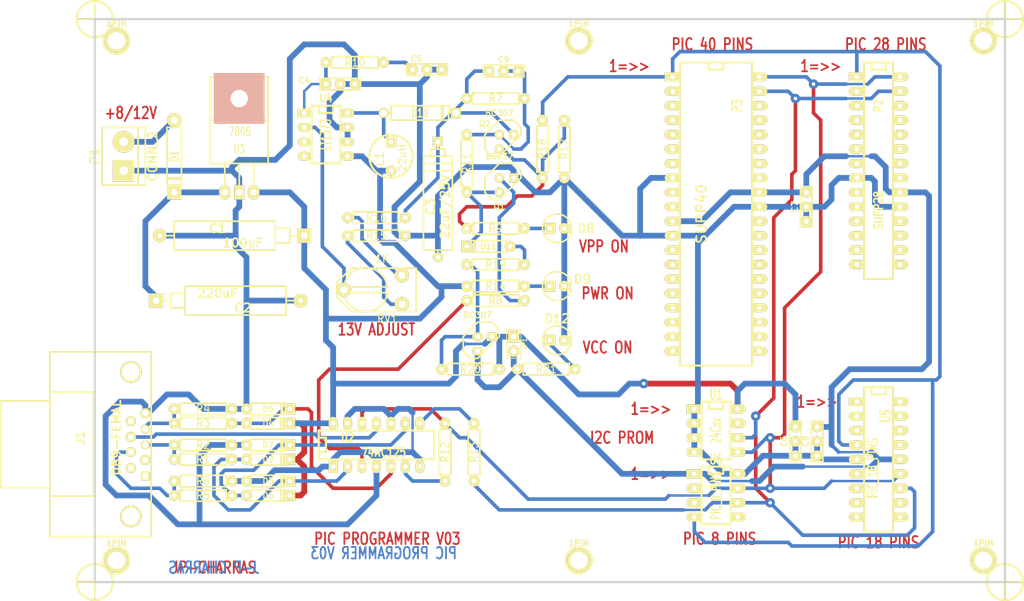
<source format=kicad_pcb>
(kicad_pcb (version 3) (host pcbnew "(2013-02-23 BZR 3971)-testing")

  (general
    (links 133)
    (no_connects 0)
    (area 56.743599 37.020499 238.184266 145.1356)
    (thickness 1.6)
    (drawings 24)
    (tracks 488)
    (zones 13868)
    (modules 68)
    (nets 35)
  )

  (page A4)
  (title_block 
    (title "SERIAL PIC PROGRAMMER")
  )

  (layers
    (15 Dessus.Cu signal)
    (0 Cuivre signal)
    (16 Dessous.Adhes user)
    (17 Dessus.Adhes user)
    (18 Dessous.Pate user)
    (19 Dessus.Pate user)
    (20 Dessous.SilkS user)
    (21 Dessus.SilkS user)
    (22 Dessous.Masque user)
    (23 Dessus.Masque user)
    (24 Dessin.User user)
    (25 Cmts.User user)
    (26 Eco1.User user)
    (27 Eco2.User user)
    (28 Contours.Ci user)
  )

  (setup
    (last_trace_width 0.254)
    (trace_clearance 0.254)
    (zone_clearance 0.635)
    (zone_45_only no)
    (trace_min 0.254)
    (segment_width 0.381)
    (edge_width 0.381)
    (via_size 0.889)
    (via_drill 0.635)
    (via_min_size 0.889)
    (via_min_drill 0.508)
    (uvia_size 0.508)
    (uvia_drill 0.127)
    (uvias_allowed no)
    (uvia_min_size 0.508)
    (uvia_min_drill 0.127)
    (pcb_text_width 0.3048)
    (pcb_text_size 1.524 2.032)
    (mod_edge_width 0.381)
    (mod_text_size 1.524 1.524)
    (mod_text_width 0.3048)
    (pad_size 1.905 1.905)
    (pad_drill 0.8128)
    (pad_to_mask_clearance 0.2)
    (aux_axis_origin 62.23 153.67)
    (visible_elements FFFFFFBF)
    (pcbplotparams
      (layerselection 3178497)
      (usegerberextensions true)
      (excludeedgelayer true)
      (linewidth 10000)
      (plotframeref false)
      (viasonmask false)
      (mode 1)
      (useauxorigin false)
      (hpglpennumber 1)
      (hpglpenspeed 20)
      (hpglpendiameter 15)
      (hpglpenoverlay 2)
      (psnegative false)
      (psa4output false)
      (plotreference true)
      (plotvalue true)
      (plotothertext true)
      (plotinvisibletext false)
      (padsonsilk false)
      (subtractmaskfromsilk false)
      (outputformat 1)
      (mirror false)
      (drillshape 1)
      (scaleselection 1)
      (outputdirectory ""))
  )

  (net 0 "")
  (net 1 CLOCK-RB6_1)
  (net 2 CTS_1)
  (net 3 DATA-RB7_2)
  (net 4 GND)
  (net 5 N-000002)
  (net 6 N-000003)
  (net 7 N-000004)
  (net 8 N-000005)
  (net 9 N-000006)
  (net 10 N-000007)
  (net 11 N-000008)
  (net 12 N-000009)
  (net 13 N-000010)
  (net 14 N-000011)
  (net 15 N-000012)
  (net 16 N-000013)
  (net 17 N-000014)
  (net 18 N-000015)
  (net 19 N-000017)
  (net 20 N-000018)
  (net 21 N-000019)
  (net 22 N-000020)
  (net 23 N-000021)
  (net 24 N-000022)
  (net 25 N-000023)
  (net 26 N-000024)
  (net 27 N-000026)
  (net 28 PC-CLOCK-OUT_1)
  (net 29 PC-DATA-OUT_1)
  (net 30 VCC)
  (net 31 VCC_PIC_2)
  (net 32 VPP)
  (net 33 VPP-MCLR_2)
  (net 34 VPP_ON_1)

  (net_class Default "Ceci est la Netclass par défaut"
    (clearance 0.254)
    (trace_width 0.254)
    (via_dia 0.889)
    (via_drill 0.635)
    (uvia_dia 0.508)
    (uvia_drill 0.127)
    (add_net "")
    (add_net CLOCK-RB6_1)
    (add_net CTS_1)
    (add_net DATA-RB7_2)
    (add_net GND)
    (add_net N-000002)
    (add_net N-000003)
    (add_net N-000004)
    (add_net N-000005)
    (add_net N-000006)
    (add_net N-000007)
    (add_net N-000008)
    (add_net N-000009)
    (add_net N-000010)
    (add_net N-000011)
    (add_net N-000012)
    (add_net N-000013)
    (add_net N-000014)
    (add_net N-000015)
    (add_net N-000017)
    (add_net N-000018)
    (add_net N-000019)
    (add_net N-000020)
    (add_net N-000021)
    (add_net N-000022)
    (add_net N-000023)
    (add_net N-000024)
    (add_net N-000026)
    (add_net PC-CLOCK-OUT_1)
    (add_net PC-DATA-OUT_1)
    (add_net VCC)
    (add_net VCC_PIC_2)
    (add_net VPP)
    (add_net VPP-MCLR_2)
    (add_net VPP_ON_1)
  )

  (module 14DIP-ELL300 (layer Dessus.Cu) (tedit 200000) (tstamp 442A4D6B)
    (at 123.19 115.57)
    (descr "Module Dil 14 pins, pads elliptiques")
    (tags DIL)
    (fp_text reference U2 (at -5.08 -1.27) (layer Dessus.SilkS)
      (effects (font (size 1.524 1.143) (thickness 0.3048)))
    )
    (fp_text value 74HC125 (at 1.27 1.27) (layer Dessus.SilkS)
      (effects (font (size 1.524 1.143) (thickness 0.3048)))
    )
    (fp_line (start -10.16 -2.54) (end 10.16 -2.54) (layer Dessus.SilkS) (width 0.381))
    (fp_line (start 10.16 2.54) (end -10.16 2.54) (layer Dessus.SilkS) (width 0.381))
    (fp_line (start -10.16 2.54) (end -10.16 -2.54) (layer Dessus.SilkS) (width 0.381))
    (fp_line (start -10.16 -1.27) (end -8.89 -1.27) (layer Dessus.SilkS) (width 0.381))
    (fp_line (start -8.89 -1.27) (end -8.89 1.27) (layer Dessus.SilkS) (width 0.381))
    (fp_line (start -8.89 1.27) (end -10.16 1.27) (layer Dessus.SilkS) (width 0.381))
    (fp_line (start 10.16 -2.54) (end 10.16 2.54) (layer Dessus.SilkS) (width 0.381))
    (pad 1 thru_hole rect (at -7.62 3.81) (size 1.5748 2.286) (drill 0.8128)
      (layers *.Cu *.Mask Dessus.SilkS)
      (net 4 GND)
    )
    (pad 2 thru_hole oval (at -5.08 3.81) (size 1.5748 2.286) (drill 0.8128)
      (layers *.Cu *.Mask Dessus.SilkS)
      (net 7 N-000004)
    )
    (pad 3 thru_hole oval (at -2.54 3.81) (size 1.5748 2.286) (drill 0.8128)
      (layers *.Cu *.Mask Dessus.SilkS)
      (net 11 N-000008)
    )
    (pad 4 thru_hole oval (at 0 3.81) (size 1.5748 2.286) (drill 0.8128)
      (layers *.Cu *.Mask Dessus.SilkS)
      (net 4 GND)
    )
    (pad 5 thru_hole oval (at 2.54 3.81) (size 1.5748 2.286) (drill 0.8128)
      (layers *.Cu *.Mask Dessus.SilkS)
      (net 8 N-000005)
    )
    (pad 6 thru_hole oval (at 5.08 3.81) (size 1.5748 2.286) (drill 0.8128)
      (layers *.Cu *.Mask Dessus.SilkS)
      (net 10 N-000007)
    )
    (pad 7 thru_hole oval (at 7.62 3.81) (size 1.5748 2.286) (drill 0.8128)
      (layers *.Cu *.Mask Dessus.SilkS)
      (net 4 GND)
    )
    (pad 8 thru_hole oval (at 7.62 -3.81) (size 1.5748 2.286) (drill 0.8128)
      (layers *.Cu *.Mask Dessus.SilkS)
      (net 12 N-000009)
    )
    (pad 9 thru_hole oval (at 5.08 -3.81) (size 1.5748 2.286) (drill 0.8128)
      (layers *.Cu *.Mask Dessus.SilkS)
      (net 9 N-000006)
    )
    (pad 10 thru_hole oval (at 2.54 -3.81) (size 1.5748 2.286) (drill 0.8128)
      (layers *.Cu *.Mask Dessus.SilkS)
      (net 4 GND)
    )
    (pad 11 thru_hole oval (at 0 -3.81) (size 1.5748 2.286) (drill 0.8128)
      (layers *.Cu *.Mask Dessus.SilkS)
      (net 2 CTS_1)
    )
    (pad 12 thru_hole oval (at -2.54 -3.81) (size 1.5748 2.286) (drill 0.8128)
      (layers *.Cu *.Mask Dessus.SilkS)
      (net 3 DATA-RB7_2)
    )
    (pad 13 thru_hole oval (at -5.08 -3.81) (size 1.5748 2.286) (drill 0.8128)
      (layers *.Cu *.Mask Dessus.SilkS)
      (net 4 GND)
    )
    (pad 14 thru_hole oval (at -7.62 -3.81) (size 1.5748 2.286) (drill 0.8128)
      (layers *.Cu *.Mask Dessus.SilkS)
      (net 30 VCC)
    )
    (model dil/dil_14.wrl
      (at (xyz 0 0 0))
      (scale (xyz 1 1 1))
      (rotate (xyz 0 0 0))
    )
  )

  (module 18DIP-ELL300 (layer Dessus.Cu) (tedit 4445FAB1) (tstamp 442A81A7)
    (at 211.455 118.11 270)
    (descr "Module Dil 18 pins, pads elliptiques")
    (fp_text reference U5 (at -7.62 -1.27 270) (layer Dessus.SilkS)
      (effects (font (size 1.778 1.143) (thickness 0.3048)))
    )
    (fp_text value PIC_18_PINS (at 1.524 1.016 270) (layer Dessus.SilkS)
      (effects (font (size 1.778 1.143) (thickness 0.3048)))
    )
    (fp_line (start -12.7 -1.27) (end -11.43 -1.27) (layer Dessus.SilkS) (width 0.381))
    (fp_line (start -11.43 -1.27) (end -11.43 1.27) (layer Dessus.SilkS) (width 0.381))
    (fp_line (start -11.43 1.27) (end -12.7 1.27) (layer Dessus.SilkS) (width 0.381))
    (fp_line (start -12.7 -2.54) (end 12.7 -2.54) (layer Dessus.SilkS) (width 0.381))
    (fp_line (start 12.7 -2.54) (end 12.7 2.54) (layer Dessus.SilkS) (width 0.381))
    (fp_line (start 12.7 2.54) (end -12.7 2.54) (layer Dessus.SilkS) (width 0.381))
    (fp_line (start -12.7 2.54) (end -12.7 -2.54) (layer Dessus.SilkS) (width 0.381))
    (pad 1 thru_hole rect (at -10.16 3.81 270) (size 1.5748 2.794) (drill 0.8128)
      (layers *.Cu *.Mask Dessus.SilkS)
    )
    (pad 2 thru_hole oval (at -7.62 3.81 270) (size 1.5748 2.794) (drill 0.8128)
      (layers *.Cu *.Mask Dessus.SilkS)
    )
    (pad 3 thru_hole oval (at -5.08 3.81 270) (size 1.5748 2.794) (drill 0.8128)
      (layers *.Cu *.Mask Dessus.SilkS)
    )
    (pad 4 thru_hole oval (at -2.54 3.81 270) (size 1.5748 2.794) (drill 0.8128)
      (layers *.Cu *.Mask Dessus.SilkS)
      (net 33 VPP-MCLR_2)
    )
    (pad 5 thru_hole oval (at 0 3.81 270) (size 1.5748 2.794) (drill 0.8128)
      (layers *.Cu *.Mask Dessus.SilkS)
      (net 4 GND)
    )
    (pad 6 thru_hole oval (at 2.54 3.81 270) (size 1.5748 2.794) (drill 0.8128)
      (layers *.Cu *.Mask Dessus.SilkS)
    )
    (pad 7 thru_hole oval (at 5.08 3.81 270) (size 1.5748 2.794) (drill 0.8128)
      (layers *.Cu *.Mask Dessus.SilkS)
    )
    (pad 8 thru_hole oval (at 7.62 3.81 270) (size 1.5748 2.794) (drill 0.8128)
      (layers *.Cu *.Mask Dessus.SilkS)
    )
    (pad 9 thru_hole oval (at 10.16 3.81 270) (size 1.5748 2.794) (drill 0.8128)
      (layers *.Cu *.Mask Dessus.SilkS)
    )
    (pad 10 thru_hole oval (at 10.16 -3.81 270) (size 1.5748 2.794) (drill 0.8128)
      (layers *.Cu *.Mask Dessus.SilkS)
    )
    (pad 11 thru_hole oval (at 7.62 -3.81 270) (size 1.5748 2.794) (drill 0.8128)
      (layers *.Cu *.Mask Dessus.SilkS)
    )
    (pad 12 thru_hole oval (at 5.08 -3.81 270) (size 1.5748 2.794) (drill 0.8128)
      (layers *.Cu *.Mask Dessus.SilkS)
      (net 1 CLOCK-RB6_1)
    )
    (pad 13 thru_hole oval (at 2.54 -3.81 270) (size 1.5748 2.794) (drill 0.8128)
      (layers *.Cu *.Mask Dessus.SilkS)
      (net 3 DATA-RB7_2)
    )
    (pad 14 thru_hole oval (at 0 -3.81 270) (size 1.5748 2.794) (drill 0.8128)
      (layers *.Cu *.Mask Dessus.SilkS)
      (net 31 VCC_PIC_2)
    )
    (pad 15 thru_hole oval (at -2.54 -3.81 270) (size 1.5748 2.794) (drill 0.8128)
      (layers *.Cu *.Mask Dessus.SilkS)
    )
    (pad 16 thru_hole oval (at -5.08 -3.81 270) (size 1.5748 2.794) (drill 0.8128)
      (layers *.Cu *.Mask Dessus.SilkS)
    )
    (pad 17 thru_hole oval (at -7.62 -3.81 270) (size 1.5748 2.794) (drill 0.8128)
      (layers *.Cu *.Mask Dessus.SilkS)
    )
    (pad 18 thru_hole oval (at -10.16 -3.81 270) (size 1.5748 2.794) (drill 0.8128)
      (layers *.Cu *.Mask Dessus.SilkS)
    )
    (model dil/dil_18.wrl
      (at (xyz 0 0 0))
      (scale (xyz 1 1 1))
      (rotate (xyz 0 0 0))
    )
  )

  (module 8DIP-ELL300 (layer Dessus.Cu) (tedit 4445FB11) (tstamp 442A87F7)
    (at 182.88 113.03 270)
    (descr "Module Dil 8 pins, pads elliptiques")
    (tags DIL)
    (fp_text reference U1 (at -6.35 0 360) (layer Dessus.SilkS)
      (effects (font (size 1.778 1.143) (thickness 0.3048)))
    )
    (fp_text value 24Cxx (at 0 0 270) (layer Dessus.SilkS)
      (effects (font (size 1.778 1.016) (thickness 0.3048)))
    )
    (fp_line (start -5.08 -1.27) (end -3.81 -1.27) (layer Dessus.SilkS) (width 0.381))
    (fp_line (start -3.81 -1.27) (end -3.81 1.27) (layer Dessus.SilkS) (width 0.381))
    (fp_line (start -3.81 1.27) (end -5.08 1.27) (layer Dessus.SilkS) (width 0.381))
    (fp_line (start -5.08 -2.54) (end 5.08 -2.54) (layer Dessus.SilkS) (width 0.381))
    (fp_line (start 5.08 -2.54) (end 5.08 2.54) (layer Dessus.SilkS) (width 0.381))
    (fp_line (start 5.08 2.54) (end -5.08 2.54) (layer Dessus.SilkS) (width 0.381))
    (fp_line (start -5.08 2.54) (end -5.08 -2.54) (layer Dessus.SilkS) (width 0.381))
    (pad 1 thru_hole rect (at -3.81 3.81 270) (size 1.5748 2.794) (drill 0.8128)
      (layers *.Cu *.Mask Dessus.SilkS)
      (net 4 GND)
    )
    (pad 2 thru_hole oval (at -1.27 3.81 270) (size 1.5748 2.794) (drill 0.8128)
      (layers *.Cu *.Mask Dessus.SilkS)
      (net 4 GND)
    )
    (pad 3 thru_hole oval (at 1.27 3.81 270) (size 1.5748 2.794) (drill 0.8128)
      (layers *.Cu *.Mask Dessus.SilkS)
      (net 4 GND)
    )
    (pad 4 thru_hole oval (at 3.81 3.81 270) (size 1.5748 2.794) (drill 0.8128)
      (layers *.Cu *.Mask Dessus.SilkS)
      (net 4 GND)
    )
    (pad 5 thru_hole oval (at 3.81 -3.81 270) (size 1.5748 2.794) (drill 0.8128)
      (layers *.Cu *.Mask Dessus.SilkS)
      (net 3 DATA-RB7_2)
    )
    (pad 6 thru_hole oval (at 1.27 -3.81 270) (size 1.5748 2.794) (drill 0.8128)
      (layers *.Cu *.Mask Dessus.SilkS)
      (net 1 CLOCK-RB6_1)
    )
    (pad 7 thru_hole oval (at -1.27 -3.81 270) (size 1.5748 2.794) (drill 0.8128)
      (layers *.Cu *.Mask Dessus.SilkS)
    )
    (pad 8 thru_hole oval (at -3.81 -3.81 270) (size 1.5748 2.794) (drill 0.8128)
      (layers *.Cu *.Mask Dessus.SilkS)
      (net 30 VCC)
    )
    (model dil/dil_8.wrl
      (at (xyz 0 0 0))
      (scale (xyz 1 1 1))
      (rotate (xyz 0 0 0))
    )
  )

  (module 8DIP-ELL300 (layer Dessus.Cu) (tedit 4433B099) (tstamp 442A5E20)
    (at 114.3 60.96 270)
    (descr "Module Dil 8 pins, pads elliptiques")
    (tags DIL)
    (fp_text reference U4 (at -6.35 0 360) (layer Dessus.SilkS)
      (effects (font (size 1.27 1.143) (thickness 0.3048)))
    )
    (fp_text value LT1373 (at 0 0 270) (layer Dessus.SilkS)
      (effects (font (size 1.778 1.016) (thickness 0.3048)))
    )
    (fp_line (start -5.08 -1.27) (end -3.81 -1.27) (layer Dessus.SilkS) (width 0.381))
    (fp_line (start -3.81 -1.27) (end -3.81 1.27) (layer Dessus.SilkS) (width 0.381))
    (fp_line (start -3.81 1.27) (end -5.08 1.27) (layer Dessus.SilkS) (width 0.381))
    (fp_line (start -5.08 -2.54) (end 5.08 -2.54) (layer Dessus.SilkS) (width 0.381))
    (fp_line (start 5.08 -2.54) (end 5.08 2.54) (layer Dessus.SilkS) (width 0.381))
    (fp_line (start 5.08 2.54) (end -5.08 2.54) (layer Dessus.SilkS) (width 0.381))
    (fp_line (start -5.08 2.54) (end -5.08 -2.54) (layer Dessus.SilkS) (width 0.381))
    (pad 1 thru_hole rect (at -3.81 3.81 270) (size 1.5748 2.286) (drill 0.8128)
      (layers *.Cu *.Mask Dessus.SilkS)
      (net 20 N-000018)
    )
    (pad 2 thru_hole oval (at -1.27 3.81 270) (size 1.5748 2.286) (drill 0.8128)
      (layers *.Cu *.Mask Dessus.SilkS)
      (net 24 N-000022)
    )
    (pad 3 thru_hole oval (at 1.27 3.81 270) (size 1.5748 2.286) (drill 0.8128)
      (layers *.Cu *.Mask Dessus.SilkS)
    )
    (pad 4 thru_hole oval (at 3.81 3.81 270) (size 1.5748 2.286) (drill 0.8128)
      (layers *.Cu *.Mask Dessus.SilkS)
    )
    (pad 5 thru_hole oval (at 3.81 -3.81 270) (size 1.5748 2.286) (drill 0.8128)
      (layers *.Cu *.Mask Dessus.SilkS)
      (net 30 VCC)
    )
    (pad 6 thru_hole oval (at 1.27 -3.81 270) (size 1.5748 2.286) (drill 0.8128)
      (layers *.Cu *.Mask Dessus.SilkS)
      (net 4 GND)
    )
    (pad 7 thru_hole oval (at -1.27 -3.81 270) (size 1.5748 2.286) (drill 0.8128)
      (layers *.Cu *.Mask Dessus.SilkS)
      (net 4 GND)
    )
    (pad 8 thru_hole oval (at -3.81 -3.81 270) (size 1.5748 2.286) (drill 0.8128)
      (layers *.Cu *.Mask Dessus.SilkS)
      (net 19 N-000017)
    )
    (model dil/dil_8.wrl
      (at (xyz 0 0 0))
      (scale (xyz 1 1 1))
      (rotate (xyz 0 0 0))
    )
  )

  (module 8DIP-ELL300 (layer Dessus.Cu) (tedit 4445FB15) (tstamp 442A81A5)
    (at 182.88 124.46 270)
    (descr "Module Dil 8 pins, pads elliptiques")
    (tags DIL)
    (fp_text reference U6 (at -6.35 0 360) (layer Dessus.SilkS)
      (effects (font (size 1.778 1.143) (thickness 0.3048)))
    )
    (fp_text value PIC_8_PINS (at 0 0 270) (layer Dessus.SilkS)
      (effects (font (size 1.778 1.016) (thickness 0.3048)))
    )
    (fp_line (start -5.08 -1.27) (end -3.81 -1.27) (layer Dessus.SilkS) (width 0.381))
    (fp_line (start -3.81 -1.27) (end -3.81 1.27) (layer Dessus.SilkS) (width 0.381))
    (fp_line (start -3.81 1.27) (end -5.08 1.27) (layer Dessus.SilkS) (width 0.381))
    (fp_line (start -5.08 -2.54) (end 5.08 -2.54) (layer Dessus.SilkS) (width 0.381))
    (fp_line (start 5.08 -2.54) (end 5.08 2.54) (layer Dessus.SilkS) (width 0.381))
    (fp_line (start 5.08 2.54) (end -5.08 2.54) (layer Dessus.SilkS) (width 0.381))
    (fp_line (start -5.08 2.54) (end -5.08 -2.54) (layer Dessus.SilkS) (width 0.381))
    (pad 1 thru_hole rect (at -3.81 3.81 270) (size 1.5748 2.794) (drill 0.8128)
      (layers *.Cu *.Mask Dessus.SilkS)
      (net 31 VCC_PIC_2)
    )
    (pad 2 thru_hole oval (at -1.27 3.81 270) (size 1.5748 2.794) (drill 0.8128)
      (layers *.Cu *.Mask Dessus.SilkS)
    )
    (pad 3 thru_hole oval (at 1.27 3.81 270) (size 1.5748 2.794) (drill 0.8128)
      (layers *.Cu *.Mask Dessus.SilkS)
    )
    (pad 4 thru_hole oval (at 3.81 3.81 270) (size 1.5748 2.794) (drill 0.8128)
      (layers *.Cu *.Mask Dessus.SilkS)
      (net 33 VPP-MCLR_2)
    )
    (pad 5 thru_hole oval (at 3.81 -3.81 270) (size 1.5748 2.794) (drill 0.8128)
      (layers *.Cu *.Mask Dessus.SilkS)
    )
    (pad 6 thru_hole oval (at 1.27 -3.81 270) (size 1.5748 2.794) (drill 0.8128)
      (layers *.Cu *.Mask Dessus.SilkS)
      (net 1 CLOCK-RB6_1)
    )
    (pad 7 thru_hole oval (at -1.27 -3.81 270) (size 1.5748 2.794) (drill 0.8128)
      (layers *.Cu *.Mask Dessus.SilkS)
      (net 3 DATA-RB7_2)
    )
    (pad 8 thru_hole oval (at -3.81 -3.81 270) (size 1.5748 2.794) (drill 0.8128)
      (layers *.Cu *.Mask Dessus.SilkS)
      (net 4 GND)
    )
    (model dil/dil_8.wrl
      (at (xyz 0 0 0))
      (scale (xyz 1 1 1))
      (rotate (xyz 0 0 0))
    )
  )

  (module bornier2 (layer Dessus.Cu) (tedit 4639C0B1) (tstamp 442A4FE7)
    (at 78.74 64.77 90)
    (descr "Bornier d'alimentation 2 pins")
    (tags DEV)
    (fp_text reference P1 (at 0 -5.08 90) (layer Dessus.SilkS)
      (effects (font (size 1.524 1.524) (thickness 0.3048)))
    )
    (fp_text value CONN_2 (at 0 5.08 90) (layer Dessus.SilkS)
      (effects (font (size 1.524 1.524) (thickness 0.3048)))
    )
    (fp_line (start 5.08 2.54) (end -5.08 2.54) (layer Dessus.SilkS) (width 0.3048))
    (fp_line (start 5.08 3.81) (end 5.08 -3.81) (layer Dessus.SilkS) (width 0.3048))
    (fp_line (start 5.08 -3.81) (end -5.08 -3.81) (layer Dessus.SilkS) (width 0.3048))
    (fp_line (start -5.08 -3.81) (end -5.08 3.81) (layer Dessus.SilkS) (width 0.3048))
    (fp_line (start -5.08 3.81) (end 5.08 3.81) (layer Dessus.SilkS) (width 0.3048))
    (pad 1 thru_hole rect (at -2.54 0 90) (size 3.81 3.81) (drill 1.524)
      (layers *.Cu *.Mask Dessus.SilkS)
      (net 4 GND)
    )
    (pad 2 thru_hole circle (at 2.54 0 90) (size 3.81 3.81) (drill 1.524)
      (layers *.Cu *.Mask Dessus.SilkS)
      (net 16 N-000013)
    )
    (model device/bornier_2.wrl
      (at (xyz 0 0 0))
      (scale (xyz 1 1 1))
      (rotate (xyz 0 0 0))
    )
  )

  (module C1-1   placed (layer Dessus.Cu) (tedit 443CBEE8) (tstamp 442A5F61)
    (at 116.84 52.07)
    (descr "Condensateur e = 1 ou 2 pas")
    (tags C)
    (fp_text reference C4 (at -6.35 -0.635) (layer Dessus.SilkS)
      (effects (font (size 1.016 1.016) (thickness 0.2032)))
    )
    (fp_text value 0 (at -6.35 0.635) (layer Dessus.SilkS) hide
      (effects (font (size 1.016 1.016) (thickness 0.2032)))
    )
    (fp_line (start -3.556 -1.016) (end 3.556 -1.016) (layer Dessus.SilkS) (width 0.3048))
    (fp_line (start 3.556 -1.016) (end 3.556 1.016) (layer Dessus.SilkS) (width 0.3048))
    (fp_line (start 3.556 1.016) (end -3.556 1.016) (layer Dessus.SilkS) (width 0.3048))
    (fp_line (start -3.556 1.016) (end -3.556 -1.016) (layer Dessus.SilkS) (width 0.3048))
    (fp_line (start -3.556 -0.508) (end -3.048 -1.016) (layer Dessus.SilkS) (width 0.3048))
    (pad 1 thru_hole circle (at -2.54 0) (size 1.905 1.905) (drill 0.8128)
      (layers *.Cu *.Mask Dessus.SilkS)
      (net 20 N-000018)
    )
    (pad 2 thru_hole circle (at 2.54 0) (size 1.905 1.905) (drill 0.8128)
      (layers *.Cu *.Mask Dessus.SilkS)
      (net 4 GND)
    )
    (pad 2 thru_hole circle (at 0 0) (size 1.905 1.905) (drill 0.8128)
      (layers *.Cu *.Mask Dessus.SilkS)
      (net 4 GND)
    )
    (model discret/capa_2pas_5x5mm.wrl
      (at (xyz 0 0 0))
      (scale (xyz 1 1 1))
      (rotate (xyz 0 0 0))
    )
  )

  (module C1-1   placed (layer Dessus.Cu) (tedit 46482D31) (tstamp 442A58B1)
    (at 132.08 49.53)
    (descr "Condensateur e = 1 ou 2 pas")
    (tags C)
    (fp_text reference C5 (at -1.905 -1.905) (layer Dessus.SilkS)
      (effects (font (size 1.016 1.016) (thickness 0.2032)))
    )
    (fp_text value 10nF (at 1.905 -1.905) (layer Dessus.SilkS) hide
      (effects (font (size 1.016 1.016) (thickness 0.2032)))
    )
    (fp_line (start -3.556 -1.016) (end 3.556 -1.016) (layer Dessus.SilkS) (width 0.3048))
    (fp_line (start 3.556 -1.016) (end 3.556 1.016) (layer Dessus.SilkS) (width 0.3048))
    (fp_line (start 3.556 1.016) (end -3.556 1.016) (layer Dessus.SilkS) (width 0.3048))
    (fp_line (start -3.556 1.016) (end -3.556 -1.016) (layer Dessus.SilkS) (width 0.3048))
    (fp_line (start -3.556 -0.508) (end -3.048 -1.016) (layer Dessus.SilkS) (width 0.3048))
    (pad 1 thru_hole circle (at -2.54 0) (size 1.905 1.905) (drill 0.8128)
      (layers *.Cu *.Mask Dessus.SilkS)
      (net 21 N-000019)
    )
    (pad 2 thru_hole circle (at 2.54 0) (size 1.905 1.905) (drill 0.8128)
      (layers *.Cu *.Mask Dessus.SilkS)
      (net 4 GND)
    )
    (pad 2 thru_hole circle (at 0 0) (size 1.905 1.905) (drill 0.8128)
      (layers *.Cu *.Mask Dessus.SilkS)
      (net 4 GND)
    )
    (model discret/capa_2pas_5x5mm.wrl
      (at (xyz 0 0 0))
      (scale (xyz 1 1 1))
      (rotate (xyz 0 0 0))
    )
  )

  (module D3   placed (layer Dessus.Cu) (tedit 200000) (tstamp 442A4D65)
    (at 104.14 115.57)
    (descr "Diode 3 pas")
    (tags "DIODE DEV")
    (fp_text reference D7 (at 0 0) (layer Dessus.SilkS)
      (effects (font (size 1.016 1.016) (thickness 0.2032)))
    )
    (fp_text value BAT43 (at 0 0) (layer Dessus.SilkS) hide
      (effects (font (size 1.016 1.016) (thickness 0.2032)))
    )
    (fp_line (start 3.81 0) (end 3.048 0) (layer Dessus.SilkS) (width 0.3048))
    (fp_line (start 3.048 0) (end 3.048 -1.016) (layer Dessus.SilkS) (width 0.3048))
    (fp_line (start 3.048 -1.016) (end -3.048 -1.016) (layer Dessus.SilkS) (width 0.3048))
    (fp_line (start -3.048 -1.016) (end -3.048 0) (layer Dessus.SilkS) (width 0.3048))
    (fp_line (start -3.048 0) (end -3.81 0) (layer Dessus.SilkS) (width 0.3048))
    (fp_line (start -3.048 0) (end -3.048 1.016) (layer Dessus.SilkS) (width 0.3048))
    (fp_line (start -3.048 1.016) (end 3.048 1.016) (layer Dessus.SilkS) (width 0.3048))
    (fp_line (start 3.048 1.016) (end 3.048 0) (layer Dessus.SilkS) (width 0.3048))
    (fp_line (start 2.54 -1.016) (end 2.54 1.016) (layer Dessus.SilkS) (width 0.3048))
    (fp_line (start 2.286 1.016) (end 2.286 -1.016) (layer Dessus.SilkS) (width 0.3048))
    (pad 2 thru_hole rect (at 3.81 0) (size 1.905 1.905) (drill 0.8128)
      (layers *.Cu *.Mask Dessus.SilkS)
      (net 9 N-000006)
    )
    (pad 1 thru_hole circle (at -3.81 0) (size 1.905 1.905) (drill 0.8128)
      (layers *.Cu *.Mask Dessus.SilkS)
      (net 4 GND)
    )
    (model discret/diode.wrl
      (at (xyz 0 0 0))
      (scale (xyz 0 1 1))
      (rotate (xyz 0 0 0))
    )
  )

  (module D3   placed (layer Dessus.Cu) (tedit 200000) (tstamp 442A4D1B)
    (at 104.14 118.11)
    (descr "Diode 3 pas")
    (tags "DIODE DEV")
    (fp_text reference D2 (at 0 0) (layer Dessus.SilkS)
      (effects (font (size 1.016 1.016) (thickness 0.2032)))
    )
    (fp_text value BAT43 (at 0 0) (layer Dessus.SilkS) hide
      (effects (font (size 1.016 1.016) (thickness 0.2032)))
    )
    (fp_line (start 3.81 0) (end 3.048 0) (layer Dessus.SilkS) (width 0.3048))
    (fp_line (start 3.048 0) (end 3.048 -1.016) (layer Dessus.SilkS) (width 0.3048))
    (fp_line (start 3.048 -1.016) (end -3.048 -1.016) (layer Dessus.SilkS) (width 0.3048))
    (fp_line (start -3.048 -1.016) (end -3.048 0) (layer Dessus.SilkS) (width 0.3048))
    (fp_line (start -3.048 0) (end -3.81 0) (layer Dessus.SilkS) (width 0.3048))
    (fp_line (start -3.048 0) (end -3.048 1.016) (layer Dessus.SilkS) (width 0.3048))
    (fp_line (start -3.048 1.016) (end 3.048 1.016) (layer Dessus.SilkS) (width 0.3048))
    (fp_line (start 3.048 1.016) (end 3.048 0) (layer Dessus.SilkS) (width 0.3048))
    (fp_line (start 2.54 -1.016) (end 2.54 1.016) (layer Dessus.SilkS) (width 0.3048))
    (fp_line (start 2.286 1.016) (end 2.286 -1.016) (layer Dessus.SilkS) (width 0.3048))
    (pad 2 thru_hole rect (at 3.81 0) (size 1.905 1.905) (drill 0.8128)
      (layers *.Cu *.Mask Dessus.SilkS)
      (net 30 VCC)
    )
    (pad 1 thru_hole circle (at -3.81 0) (size 1.905 1.905) (drill 0.8128)
      (layers *.Cu *.Mask Dessus.SilkS)
      (net 7 N-000004)
    )
    (model discret/diode.wrl
      (at (xyz 0 0 0))
      (scale (xyz 0 1 1))
      (rotate (xyz 0 0 0))
    )
  )

  (module D3   placed (layer Dessus.Cu) (tedit 200000) (tstamp 442A4D25)
    (at 104.14 121.92)
    (descr "Diode 3 pas")
    (tags "DIODE DEV")
    (fp_text reference D3 (at 0 0) (layer Dessus.SilkS)
      (effects (font (size 1.016 1.016) (thickness 0.2032)))
    )
    (fp_text value BAT43 (at 0 0) (layer Dessus.SilkS) hide
      (effects (font (size 1.016 1.016) (thickness 0.2032)))
    )
    (fp_line (start 3.81 0) (end 3.048 0) (layer Dessus.SilkS) (width 0.3048))
    (fp_line (start 3.048 0) (end 3.048 -1.016) (layer Dessus.SilkS) (width 0.3048))
    (fp_line (start 3.048 -1.016) (end -3.048 -1.016) (layer Dessus.SilkS) (width 0.3048))
    (fp_line (start -3.048 -1.016) (end -3.048 0) (layer Dessus.SilkS) (width 0.3048))
    (fp_line (start -3.048 0) (end -3.81 0) (layer Dessus.SilkS) (width 0.3048))
    (fp_line (start -3.048 0) (end -3.048 1.016) (layer Dessus.SilkS) (width 0.3048))
    (fp_line (start -3.048 1.016) (end 3.048 1.016) (layer Dessus.SilkS) (width 0.3048))
    (fp_line (start 3.048 1.016) (end 3.048 0) (layer Dessus.SilkS) (width 0.3048))
    (fp_line (start 2.54 -1.016) (end 2.54 1.016) (layer Dessus.SilkS) (width 0.3048))
    (fp_line (start 2.286 1.016) (end 2.286 -1.016) (layer Dessus.SilkS) (width 0.3048))
    (pad 2 thru_hole rect (at 3.81 0) (size 1.905 1.905) (drill 0.8128)
      (layers *.Cu *.Mask Dessus.SilkS)
      (net 7 N-000004)
    )
    (pad 1 thru_hole circle (at -3.81 0) (size 1.905 1.905) (drill 0.8128)
      (layers *.Cu *.Mask Dessus.SilkS)
      (net 4 GND)
    )
    (model discret/diode.wrl
      (at (xyz 0 0 0))
      (scale (xyz 0 1 1))
      (rotate (xyz 0 0 0))
    )
  )

  (module D3   placed (layer Dessus.Cu) (tedit 200000) (tstamp 442A4D5C)
    (at 104.14 111.76)
    (descr "Diode 3 pas")
    (tags "DIODE DEV")
    (fp_text reference D4 (at 0 0) (layer Dessus.SilkS)
      (effects (font (size 1.016 1.016) (thickness 0.2032)))
    )
    (fp_text value BAT43 (at 0 0) (layer Dessus.SilkS) hide
      (effects (font (size 1.016 1.016) (thickness 0.2032)))
    )
    (fp_line (start 3.81 0) (end 3.048 0) (layer Dessus.SilkS) (width 0.3048))
    (fp_line (start 3.048 0) (end 3.048 -1.016) (layer Dessus.SilkS) (width 0.3048))
    (fp_line (start 3.048 -1.016) (end -3.048 -1.016) (layer Dessus.SilkS) (width 0.3048))
    (fp_line (start -3.048 -1.016) (end -3.048 0) (layer Dessus.SilkS) (width 0.3048))
    (fp_line (start -3.048 0) (end -3.81 0) (layer Dessus.SilkS) (width 0.3048))
    (fp_line (start -3.048 0) (end -3.048 1.016) (layer Dessus.SilkS) (width 0.3048))
    (fp_line (start -3.048 1.016) (end 3.048 1.016) (layer Dessus.SilkS) (width 0.3048))
    (fp_line (start 3.048 1.016) (end 3.048 0) (layer Dessus.SilkS) (width 0.3048))
    (fp_line (start 2.54 -1.016) (end 2.54 1.016) (layer Dessus.SilkS) (width 0.3048))
    (fp_line (start 2.286 1.016) (end 2.286 -1.016) (layer Dessus.SilkS) (width 0.3048))
    (pad 2 thru_hole rect (at 3.81 0) (size 1.905 1.905) (drill 0.8128)
      (layers *.Cu *.Mask Dessus.SilkS)
      (net 30 VCC)
    )
    (pad 1 thru_hole circle (at -3.81 0) (size 1.905 1.905) (drill 0.8128)
      (layers *.Cu *.Mask Dessus.SilkS)
      (net 8 N-000005)
    )
    (model discret/diode.wrl
      (at (xyz 0 0 0))
      (scale (xyz 0 1 1))
      (rotate (xyz 0 0 0))
    )
  )

  (module D3   placed (layer Dessus.Cu) (tedit 46482D65) (tstamp 442A4D5D)
    (at 104.14 109.22)
    (descr "Diode 3 pas")
    (tags "DIODE DEV")
    (fp_text reference D5 (at 0 0) (layer Dessus.SilkS)
      (effects (font (size 1.016 1.016) (thickness 0.2032)))
    )
    (fp_text value BAT43 (at 0 0) (layer Dessus.SilkS) hide
      (effects (font (size 1.016 1.016) (thickness 0.2032)))
    )
    (fp_line (start 3.81 0) (end 3.048 0) (layer Dessus.SilkS) (width 0.3048))
    (fp_line (start 3.048 0) (end 3.048 -1.016) (layer Dessus.SilkS) (width 0.3048))
    (fp_line (start 3.048 -1.016) (end -3.048 -1.016) (layer Dessus.SilkS) (width 0.3048))
    (fp_line (start -3.048 -1.016) (end -3.048 0) (layer Dessus.SilkS) (width 0.3048))
    (fp_line (start -3.048 0) (end -3.81 0) (layer Dessus.SilkS) (width 0.3048))
    (fp_line (start -3.048 0) (end -3.048 1.016) (layer Dessus.SilkS) (width 0.3048))
    (fp_line (start -3.048 1.016) (end 3.048 1.016) (layer Dessus.SilkS) (width 0.3048))
    (fp_line (start 3.048 1.016) (end 3.048 0) (layer Dessus.SilkS) (width 0.3048))
    (fp_line (start 2.54 -1.016) (end 2.54 1.016) (layer Dessus.SilkS) (width 0.3048))
    (fp_line (start 2.286 1.016) (end 2.286 -1.016) (layer Dessus.SilkS) (width 0.3048))
    (pad 2 thru_hole rect (at 3.81 0) (size 1.905 1.905) (drill 0.8128)
      (layers *.Cu *.Mask Dessus.SilkS)
      (net 8 N-000005)
    )
    (pad 1 thru_hole circle (at -3.81 0) (size 1.905 1.905) (drill 0.8128)
      (layers *.Cu *.Mask Dessus.SilkS)
      (net 4 GND)
    )
    (model discret/diode.wrl
      (at (xyz 0 0 0))
      (scale (xyz 0 1 1))
      (rotate (xyz 0 0 0))
    )
  )

  (module D3   placed (layer Dessus.Cu) (tedit 200000) (tstamp 442A4D64)
    (at 104.14 124.46)
    (descr "Diode 3 pas")
    (tags "DIODE DEV")
    (fp_text reference D6 (at 0 0) (layer Dessus.SilkS)
      (effects (font (size 1.016 1.016) (thickness 0.2032)))
    )
    (fp_text value BAT43 (at 0 0) (layer Dessus.SilkS) hide
      (effects (font (size 1.016 1.016) (thickness 0.2032)))
    )
    (fp_line (start 3.81 0) (end 3.048 0) (layer Dessus.SilkS) (width 0.3048))
    (fp_line (start 3.048 0) (end 3.048 -1.016) (layer Dessus.SilkS) (width 0.3048))
    (fp_line (start 3.048 -1.016) (end -3.048 -1.016) (layer Dessus.SilkS) (width 0.3048))
    (fp_line (start -3.048 -1.016) (end -3.048 0) (layer Dessus.SilkS) (width 0.3048))
    (fp_line (start -3.048 0) (end -3.81 0) (layer Dessus.SilkS) (width 0.3048))
    (fp_line (start -3.048 0) (end -3.048 1.016) (layer Dessus.SilkS) (width 0.3048))
    (fp_line (start -3.048 1.016) (end 3.048 1.016) (layer Dessus.SilkS) (width 0.3048))
    (fp_line (start 3.048 1.016) (end 3.048 0) (layer Dessus.SilkS) (width 0.3048))
    (fp_line (start 2.54 -1.016) (end 2.54 1.016) (layer Dessus.SilkS) (width 0.3048))
    (fp_line (start 2.286 1.016) (end 2.286 -1.016) (layer Dessus.SilkS) (width 0.3048))
    (pad 2 thru_hole rect (at 3.81 0) (size 1.905 1.905) (drill 0.8128)
      (layers *.Cu *.Mask Dessus.SilkS)
      (net 30 VCC)
    )
    (pad 1 thru_hole circle (at -3.81 0) (size 1.905 1.905) (drill 0.8128)
      (layers *.Cu *.Mask Dessus.SilkS)
      (net 9 N-000006)
    )
    (model discret/diode.wrl
      (at (xyz 0 0 0))
      (scale (xyz 0 1 1))
      (rotate (xyz 0 0 0))
    )
  )

  (module D5   placed (layer Dessus.Cu) (tedit 200000) (tstamp 442A6026)
    (at 130.81 57.15)
    (descr "Diode 5 pas")
    (tags "DIODE DEV")
    (fp_text reference D10 (at 0 0) (layer Dessus.SilkS)
      (effects (font (size 1.524 1.016) (thickness 0.3048)))
    )
    (fp_text value SCHOTTKY (at -0.254 0) (layer Dessus.SilkS) hide
      (effects (font (size 1.524 1.016) (thickness 0.3048)))
    )
    (fp_line (start 6.35 0) (end 5.08 0) (layer Dessus.SilkS) (width 0.3048))
    (fp_line (start 5.08 0) (end 5.08 -1.27) (layer Dessus.SilkS) (width 0.3048))
    (fp_line (start 5.08 -1.27) (end -5.08 -1.27) (layer Dessus.SilkS) (width 0.3048))
    (fp_line (start -5.08 -1.27) (end -5.08 0) (layer Dessus.SilkS) (width 0.3048))
    (fp_line (start -5.08 0) (end -6.35 0) (layer Dessus.SilkS) (width 0.3048))
    (fp_line (start -5.08 0) (end -5.08 1.27) (layer Dessus.SilkS) (width 0.3048))
    (fp_line (start -5.08 1.27) (end 5.08 1.27) (layer Dessus.SilkS) (width 0.3048))
    (fp_line (start 5.08 1.27) (end 5.08 0) (layer Dessus.SilkS) (width 0.3048))
    (fp_line (start 3.81 -1.27) (end 3.81 1.27) (layer Dessus.SilkS) (width 0.3048))
    (fp_line (start 4.064 -1.27) (end 4.064 1.27) (layer Dessus.SilkS) (width 0.3048))
    (pad 1 thru_hole circle (at -6.35 0) (size 1.778 1.778) (drill 1.143)
      (layers *.Cu *.Mask Dessus.SilkS)
      (net 19 N-000017)
    )
    (pad 2 thru_hole rect (at 6.35 0) (size 1.778 1.778) (drill 1.143)
      (layers *.Cu *.Mask Dessus.SilkS)
      (net 32 VPP)
    )
    (model discret/diode.wrl
      (at (xyz 0 0 0))
      (scale (xyz 0 1 1))
      (rotate (xyz 0 0 0))
    )
  )

  (module D5 (layer Dessus.Cu) (tedit 46482E19) (tstamp 442A500B)
    (at 87.63 64.77 270)
    (descr "Diode 5 pas")
    (tags "DIODE DEV")
    (fp_text reference D1 (at 0 0 270) (layer Dessus.SilkS)
      (effects (font (size 1.524 1.016) (thickness 0.3048)))
    )
    (fp_text value 1N4004 (at -0.254 0 270) (layer Dessus.SilkS) hide
      (effects (font (size 1.524 1.016) (thickness 0.3048)))
    )
    (fp_line (start 6.35 0) (end 5.08 0) (layer Dessus.SilkS) (width 0.3048))
    (fp_line (start 5.08 0) (end 5.08 -1.27) (layer Dessus.SilkS) (width 0.3048))
    (fp_line (start 5.08 -1.27) (end -5.08 -1.27) (layer Dessus.SilkS) (width 0.3048))
    (fp_line (start -5.08 -1.27) (end -5.08 0) (layer Dessus.SilkS) (width 0.3048))
    (fp_line (start -5.08 0) (end -6.35 0) (layer Dessus.SilkS) (width 0.3048))
    (fp_line (start -5.08 0) (end -5.08 1.27) (layer Dessus.SilkS) (width 0.3048))
    (fp_line (start -5.08 1.27) (end 5.08 1.27) (layer Dessus.SilkS) (width 0.3048))
    (fp_line (start 5.08 1.27) (end 5.08 0) (layer Dessus.SilkS) (width 0.3048))
    (fp_line (start 3.81 -1.27) (end 3.81 1.27) (layer Dessus.SilkS) (width 0.3048))
    (fp_line (start 4.064 -1.27) (end 4.064 1.27) (layer Dessus.SilkS) (width 0.3048))
    (pad 1 thru_hole circle (at -6.35 0 270) (size 2.54 2.54) (drill 1.27)
      (layers *.Cu *.Mask Dessus.SilkS)
      (net 16 N-000013)
    )
    (pad 2 thru_hole rect (at 6.35 0 270) (size 2.54 2.54) (drill 1.143)
      (layers *.Cu *.Mask Dessus.SilkS)
      (net 17 N-000014)
    )
    (model discret/diode.wrl
      (at (xyz 0 0 0))
      (scale (xyz 0 1 1))
      (rotate (xyz 0 0 0))
    )
  )

  (module DB9FC (layer Dessus.Cu) (tedit 443CBFC7) (tstamp 442A4C93)
    (at 81.28 115.57 90)
    (descr "Connecteur DB9 femelle couche")
    (tags "CONN DB9")
    (fp_text reference J1 (at 1.27 -10.16 90) (layer Dessus.SilkS)
      (effects (font (size 1.524 1.524) (thickness 0.3048)))
    )
    (fp_text value DB9-FEMAL (at 1.27 -3.81 90) (layer Dessus.SilkS)
      (effects (font (size 1.524 1.524) (thickness 0.3048)))
    )
    (fp_line (start -16.129 2.286) (end 16.383 2.286) (layer Dessus.SilkS) (width 0.3048))
    (fp_line (start 16.383 2.286) (end 16.383 -15.494) (layer Dessus.SilkS) (width 0.3048))
    (fp_line (start 16.383 -15.494) (end -16.129 -15.494) (layer Dessus.SilkS) (width 0.3048))
    (fp_line (start -16.129 -15.494) (end -16.129 2.286) (layer Dessus.SilkS) (width 0.3048))
    (fp_line (start -9.017 -15.494) (end -9.017 -7.874) (layer Dessus.SilkS) (width 0.3048))
    (fp_line (start -9.017 -7.874) (end 9.271 -7.874) (layer Dessus.SilkS) (width 0.3048))
    (fp_line (start 9.271 -7.874) (end 9.271 -15.494) (layer Dessus.SilkS) (width 0.3048))
    (fp_line (start -7.493 -15.494) (end -7.493 -24.13) (layer Dessus.SilkS) (width 0.3048))
    (fp_line (start -7.493 -24.13) (end 7.747 -24.13) (layer Dessus.SilkS) (width 0.3048))
    (fp_line (start 7.747 -24.13) (end 7.747 -15.494) (layer Dessus.SilkS) (width 0.3048))
    (pad "" thru_hole circle (at 12.827 -1.27 90) (size 3.81 3.81) (drill 3.048)
      (layers *.Cu *.Mask Dessus.SilkS)
    )
    (pad "" thru_hole circle (at -12.573 -1.27 90) (size 3.81 3.81) (drill 3.048)
      (layers *.Cu *.Mask Dessus.SilkS)
    )
    (pad 1 thru_hole rect (at -5.461 1.27 90) (size 1.524 1.524) (drill 1.016)
      (layers *.Cu *.Mask Dessus.SilkS)
    )
    (pad 2 thru_hole circle (at -2.667 1.27 90) (size 1.778 1.778) (drill 1.016)
      (layers *.Cu *.Mask Dessus.SilkS)
    )
    (pad 3 thru_hole circle (at 0 1.27 90) (size 1.524 1.524) (drill 1.016)
      (layers *.Cu *.Mask Dessus.SilkS)
      (net 34 VPP_ON_1)
    )
    (pad 4 thru_hole circle (at 2.794 1.27 90) (size 1.524 1.524) (drill 1.016)
      (layers *.Cu *.Mask Dessus.SilkS)
      (net 29 PC-DATA-OUT_1)
    )
    (pad 5 thru_hole circle (at 5.588 1.27 90) (size 1.778 1.778) (drill 1.016)
      (layers *.Cu *.Mask Dessus.SilkS)
      (net 4 GND)
    )
    (pad 6 thru_hole circle (at -4.064 -1.27 90) (size 1.778 1.778) (drill 1.016)
      (layers *.Cu *.Mask Dessus.SilkS)
    )
    (pad 7 thru_hole circle (at -1.27 -1.27 90) (size 1.778 1.778) (drill 1.016)
      (layers *.Cu *.Mask Dessus.SilkS)
      (net 28 PC-CLOCK-OUT_1)
    )
    (pad 8 thru_hole circle (at 1.397 -1.27 90) (size 1.778 1.778) (drill 1.016)
      (layers *.Cu *.Mask Dessus.SilkS)
      (net 2 CTS_1)
    )
    (pad 9 thru_hole circle (at 4.191 -1.27 90) (size 1.778 1.778) (drill 1.016)
      (layers *.Cu *.Mask Dessus.SilkS)
    )
    (model conn_DBxx/db9_female_pin90deg.wrl
      (at (xyz 0 0 0))
      (scale (xyz 1 1 1))
      (rotate (xyz 0 0 0))
    )
  )

  (module LEDV   placed (layer Dessus.Cu) (tedit 464AD390) (tstamp 442A5084)
    (at 154.94 87.63)
    (descr "Led verticale diam 6mm")
    (tags "LED DEV")
    (fp_text reference D9 (at 4.445 -1.27) (layer Dessus.SilkS)
      (effects (font (size 1.524 1.524) (thickness 0.3048)))
    )
    (fp_text value GREEN-LED (at 4.064 -3.937) (layer Dessus.SilkS) hide
      (effects (font (size 1.524 1.524) (thickness 0.3048)))
    )
    (fp_circle (center 0 0) (end -2.54 0) (layer Dessus.SilkS) (width 0.3048))
    (fp_line (start 2.54 -0.635) (end 1.905 -0.635) (layer Dessus.SilkS) (width 0.3048))
    (fp_line (start 1.905 -0.635) (end 1.905 0.635) (layer Dessus.SilkS) (width 0.3048))
    (fp_line (start 1.905 0.635) (end 2.54 0.635) (layer Dessus.SilkS) (width 0.3048))
    (pad 1 thru_hole rect (at -1.27 0) (size 1.905 1.905) (drill 0.8128)
      (layers *.Cu *.Mask Dessus.SilkS)
      (net 18 N-000015)
    )
    (pad 2 thru_hole circle (at 1.27 0) (size 1.905 1.905) (drill 0.8128)
      (layers *.Cu *.Mask Dessus.SilkS)
      (net 4 GND)
    )
    (model discret/led5_vertical.wrl
      (at (xyz 0 0 0))
      (scale (xyz 1 1 1))
      (rotate (xyz 0 0 0))
    )
  )

  (module LEDV   placed (layer Dessus.Cu) (tedit 443CBE82) (tstamp 442A4F5D)
    (at 154.94 77.47)
    (descr "Led verticale diam 6mm")
    (tags "LED DEV")
    (fp_text reference D8 (at 5.08 0) (layer Dessus.SilkS)
      (effects (font (size 1.524 1.524) (thickness 0.3048)))
    )
    (fp_text value RED-LED (at 0 -3.81) (layer Dessus.SilkS) hide
      (effects (font (size 1.524 1.524) (thickness 0.3048)))
    )
    (fp_circle (center 0 0) (end -2.54 0) (layer Dessus.SilkS) (width 0.3048))
    (fp_line (start 2.54 -0.635) (end 1.905 -0.635) (layer Dessus.SilkS) (width 0.3048))
    (fp_line (start 1.905 -0.635) (end 1.905 0.635) (layer Dessus.SilkS) (width 0.3048))
    (fp_line (start 1.905 0.635) (end 2.54 0.635) (layer Dessus.SilkS) (width 0.3048))
    (pad 1 thru_hole rect (at -1.27 0) (size 1.905 1.905) (drill 0.8128)
      (layers *.Cu *.Mask Dessus.SilkS)
      (net 13 N-000010)
    )
    (pad 2 thru_hole circle (at 1.27 0) (size 1.905 1.905) (drill 0.8128)
      (layers *.Cu *.Mask Dessus.SilkS)
      (net 4 GND)
    )
    (model discret/led5_vertical.wrl
      (at (xyz 0 0 0))
      (scale (xyz 1 1 1))
      (rotate (xyz 0 0 0))
    )
  )

  (module LM78XX (layer Dessus.Cu) (tedit 4639C09B) (tstamp 442A504A)
    (at 99.06 71.12 90)
    (descr "Regulateur TO220 serie LM78xx")
    (tags "TR TO220")
    (fp_text reference U3 (at 7.62 0 180) (layer Dessus.SilkS)
      (effects (font (size 1.524 1.016) (thickness 0.2032)))
    )
    (fp_text value 7805 (at 10.668 0.127 180) (layer Dessus.SilkS)
      (effects (font (size 1.524 1.016) (thickness 0.2032)))
    )
    (fp_line (start 0 -2.54) (end 5.08 -2.54) (layer Dessus.SilkS) (width 0.3048))
    (fp_line (start 0 0) (end 5.08 0) (layer Dessus.SilkS) (width 0.3048))
    (fp_line (start 0 2.54) (end 5.08 2.54) (layer Dessus.SilkS) (width 0.3048))
    (fp_line (start 5.08 -3.81) (end 5.08 5.08) (layer Dessus.SilkS) (width 0.3048))
    (fp_line (start 5.08 5.08) (end 20.32 5.08) (layer Dessus.SilkS) (width 0.3048))
    (fp_line (start 20.32 5.08) (end 20.32 -5.08) (layer Dessus.SilkS) (width 0.3048))
    (fp_line (start 5.08 -3.81) (end 5.08 -5.08) (layer Dessus.SilkS) (width 0.3048))
    (fp_line (start 12.7 3.81) (end 12.7 -5.08) (layer Dessus.SilkS) (width 0.3048))
    (fp_line (start 12.7 3.81) (end 12.7 5.08) (layer Dessus.SilkS) (width 0.3048))
    (fp_line (start 5.08 -5.08) (end 20.32 -5.08) (layer Dessus.SilkS) (width 0.3048))
    (pad 4 thru_hole rect (at 16.51 0 90) (size 8.89 8.89) (drill 3.048)
      (layers *.Cu *.SilkS *.Mask)
    )
    (pad VI thru_hole oval (at 0 -2.54 90) (size 2.54 2.032) (drill 1.143)
      (layers *.Cu *.Mask Dessus.SilkS)
      (net 17 N-000014)
    )
    (pad GND thru_hole rect (at 0 0 90) (size 2.54 1.778) (drill 1.143)
      (layers *.Cu *.Mask Dessus.SilkS)
      (net 4 GND)
    )
    (pad VO thru_hole oval (at 0 2.54 90) (size 2.54 2.032) (drill 1.143)
      (layers *.Cu *.Mask Dessus.SilkS)
      (net 30 VCC)
    )
    (model discret/to220_horiz.wrl
      (at (xyz 0 0 0))
      (scale (xyz 1 1 1))
      (rotate (xyz 0 0 0))
    )
  )

  (module R4   placed (layer Dessus.Cu) (tedit 46482D03) (tstamp 442A4F23)
    (at 139.065 66.04 90)
    (descr "Resitance 4 pas")
    (tags R)
    (autoplace_cost180 10)
    (fp_text reference R11 (at 0 0 90) (layer Dessus.SilkS)
      (effects (font (size 1.397 1.27) (thickness 0.2032)))
    )
    (fp_text value 22K (at 0 0 90) (layer Dessus.SilkS) hide
      (effects (font (size 1.397 1.27) (thickness 0.2032)))
    )
    (fp_line (start -5.08 0) (end -4.064 0) (layer Dessus.SilkS) (width 0.3048))
    (fp_line (start -4.064 0) (end -4.064 -1.016) (layer Dessus.SilkS) (width 0.3048))
    (fp_line (start -4.064 -1.016) (end 4.064 -1.016) (layer Dessus.SilkS) (width 0.3048))
    (fp_line (start 4.064 -1.016) (end 4.064 1.016) (layer Dessus.SilkS) (width 0.3048))
    (fp_line (start 4.064 1.016) (end -4.064 1.016) (layer Dessus.SilkS) (width 0.3048))
    (fp_line (start -4.064 1.016) (end -4.064 0) (layer Dessus.SilkS) (width 0.3048))
    (fp_line (start -4.064 -0.508) (end -3.556 -1.016) (layer Dessus.SilkS) (width 0.3048))
    (fp_line (start 5.08 0) (end 4.064 0) (layer Dessus.SilkS) (width 0.3048))
    (pad 1 thru_hole circle (at -5.08 0 90) (size 1.905 1.905) (drill 0.8128)
      (layers *.Cu *.Mask Dessus.SilkS)
      (net 14 N-000011)
    )
    (pad 2 thru_hole circle (at 5.08 0 90) (size 1.905 1.905) (drill 0.8128)
      (layers *.Cu *.Mask Dessus.SilkS)
      (net 27 N-000026)
    )
    (model discret/resistor.wrl
      (at (xyz 0 0 0))
      (scale (xyz 0 1 1))
      (rotate (xyz 0 0 0))
    )
  )

  (module R4   placed (layer Dessus.Cu) (tedit 200000) (tstamp 442A5F83)
    (at 119.38 48.26)
    (descr "Resitance 4 pas")
    (tags R)
    (autoplace_cost180 10)
    (fp_text reference R10 (at 0 0) (layer Dessus.SilkS)
      (effects (font (size 1.397 1.27) (thickness 0.2032)))
    )
    (fp_text value 5,1K (at 0 0) (layer Dessus.SilkS) hide
      (effects (font (size 1.397 1.27) (thickness 0.2032)))
    )
    (fp_line (start -5.08 0) (end -4.064 0) (layer Dessus.SilkS) (width 0.3048))
    (fp_line (start -4.064 0) (end -4.064 -1.016) (layer Dessus.SilkS) (width 0.3048))
    (fp_line (start -4.064 -1.016) (end 4.064 -1.016) (layer Dessus.SilkS) (width 0.3048))
    (fp_line (start 4.064 -1.016) (end 4.064 1.016) (layer Dessus.SilkS) (width 0.3048))
    (fp_line (start 4.064 1.016) (end -4.064 1.016) (layer Dessus.SilkS) (width 0.3048))
    (fp_line (start -4.064 1.016) (end -4.064 0) (layer Dessus.SilkS) (width 0.3048))
    (fp_line (start -4.064 -0.508) (end -3.556 -1.016) (layer Dessus.SilkS) (width 0.3048))
    (fp_line (start 5.08 0) (end 4.064 0) (layer Dessus.SilkS) (width 0.3048))
    (pad 1 thru_hole circle (at -5.08 0) (size 1.905 1.905) (drill 0.8128)
      (layers *.Cu *.Mask Dessus.SilkS)
      (net 20 N-000018)
    )
    (pad 2 thru_hole circle (at 5.08 0) (size 1.905 1.905) (drill 0.8128)
      (layers *.Cu *.Mask Dessus.SilkS)
      (net 21 N-000019)
    )
    (model discret/resistor.wrl
      (at (xyz 0 0 0))
      (scale (xyz 0 1 1))
      (rotate (xyz 0 0 0))
    )
  )

  (module R4   placed (layer Dessus.Cu) (tedit 200000) (tstamp 442A4D8D)
    (at 140.335 116.84 270)
    (descr "Resitance 4 pas")
    (tags R)
    (autoplace_cost180 10)
    (fp_text reference R13 (at 0 0 270) (layer Dessus.SilkS)
      (effects (font (size 1.397 1.27) (thickness 0.2032)))
    )
    (fp_text value 470 (at 0 0 270) (layer Dessus.SilkS) hide
      (effects (font (size 1.397 1.27) (thickness 0.2032)))
    )
    (fp_line (start -5.08 0) (end -4.064 0) (layer Dessus.SilkS) (width 0.3048))
    (fp_line (start -4.064 0) (end -4.064 -1.016) (layer Dessus.SilkS) (width 0.3048))
    (fp_line (start -4.064 -1.016) (end 4.064 -1.016) (layer Dessus.SilkS) (width 0.3048))
    (fp_line (start 4.064 -1.016) (end 4.064 1.016) (layer Dessus.SilkS) (width 0.3048))
    (fp_line (start 4.064 1.016) (end -4.064 1.016) (layer Dessus.SilkS) (width 0.3048))
    (fp_line (start -4.064 1.016) (end -4.064 0) (layer Dessus.SilkS) (width 0.3048))
    (fp_line (start -4.064 -0.508) (end -3.556 -1.016) (layer Dessus.SilkS) (width 0.3048))
    (fp_line (start 5.08 0) (end 4.064 0) (layer Dessus.SilkS) (width 0.3048))
    (pad 1 thru_hole circle (at -5.08 0 270) (size 1.905 1.905) (drill 0.8128)
      (layers *.Cu *.Mask Dessus.SilkS)
      (net 12 N-000009)
    )
    (pad 2 thru_hole circle (at 5.08 0 270) (size 1.905 1.905) (drill 0.8128)
      (layers *.Cu *.Mask Dessus.SilkS)
      (net 1 CLOCK-RB6_1)
    )
    (model discret/resistor.wrl
      (at (xyz 0 0 0))
      (scale (xyz 0 1 1))
      (rotate (xyz 0 0 0))
    )
  )

  (module R4   placed (layer Dessus.Cu) (tedit 200000) (tstamp 442A5083)
    (at 144.145 87.63)
    (descr "Resitance 4 pas")
    (tags R)
    (autoplace_cost180 10)
    (fp_text reference R14 (at 0 0) (layer Dessus.SilkS)
      (effects (font (size 1.397 1.27) (thickness 0.2032)))
    )
    (fp_text value 470 (at 0 0) (layer Dessus.SilkS) hide
      (effects (font (size 1.397 1.27) (thickness 0.2032)))
    )
    (fp_line (start -5.08 0) (end -4.064 0) (layer Dessus.SilkS) (width 0.3048))
    (fp_line (start -4.064 0) (end -4.064 -1.016) (layer Dessus.SilkS) (width 0.3048))
    (fp_line (start -4.064 -1.016) (end 4.064 -1.016) (layer Dessus.SilkS) (width 0.3048))
    (fp_line (start 4.064 -1.016) (end 4.064 1.016) (layer Dessus.SilkS) (width 0.3048))
    (fp_line (start 4.064 1.016) (end -4.064 1.016) (layer Dessus.SilkS) (width 0.3048))
    (fp_line (start -4.064 1.016) (end -4.064 0) (layer Dessus.SilkS) (width 0.3048))
    (fp_line (start -4.064 -0.508) (end -3.556 -1.016) (layer Dessus.SilkS) (width 0.3048))
    (fp_line (start 5.08 0) (end 4.064 0) (layer Dessus.SilkS) (width 0.3048))
    (pad 1 thru_hole circle (at -5.08 0) (size 1.905 1.905) (drill 0.8128)
      (layers *.Cu *.Mask Dessus.SilkS)
      (net 30 VCC)
    )
    (pad 2 thru_hole circle (at 5.08 0) (size 1.905 1.905) (drill 0.8128)
      (layers *.Cu *.Mask Dessus.SilkS)
      (net 18 N-000015)
    )
    (model discret/resistor.wrl
      (at (xyz 0 0 0))
      (scale (xyz 0 1 1))
      (rotate (xyz 0 0 0))
    )
  )

  (module R4   placed (layer Dessus.Cu) (tedit 200000) (tstamp 442A58D7)
    (at 123.19 78.74)
    (descr "Resitance 4 pas")
    (tags R)
    (autoplace_cost180 10)
    (fp_text reference R15 (at 0 0) (layer Dessus.SilkS)
      (effects (font (size 1.397 1.27) (thickness 0.2032)))
    )
    (fp_text value 6.2K (at 0 0) (layer Dessus.SilkS) hide
      (effects (font (size 1.397 1.27) (thickness 0.2032)))
    )
    (fp_line (start -5.08 0) (end -4.064 0) (layer Dessus.SilkS) (width 0.3048))
    (fp_line (start -4.064 0) (end -4.064 -1.016) (layer Dessus.SilkS) (width 0.3048))
    (fp_line (start -4.064 -1.016) (end 4.064 -1.016) (layer Dessus.SilkS) (width 0.3048))
    (fp_line (start 4.064 -1.016) (end 4.064 1.016) (layer Dessus.SilkS) (width 0.3048))
    (fp_line (start 4.064 1.016) (end -4.064 1.016) (layer Dessus.SilkS) (width 0.3048))
    (fp_line (start -4.064 1.016) (end -4.064 0) (layer Dessus.SilkS) (width 0.3048))
    (fp_line (start -4.064 -0.508) (end -3.556 -1.016) (layer Dessus.SilkS) (width 0.3048))
    (fp_line (start 5.08 0) (end 4.064 0) (layer Dessus.SilkS) (width 0.3048))
    (pad 1 thru_hole circle (at -5.08 0) (size 1.905 1.905) (drill 0.8128)
      (layers *.Cu *.Mask Dessus.SilkS)
      (net 23 N-000021)
    )
    (pad 2 thru_hole circle (at 5.08 0) (size 1.905 1.905) (drill 0.8128)
      (layers *.Cu *.Mask Dessus.SilkS)
      (net 4 GND)
    )
    (model discret/resistor.wrl
      (at (xyz 0 0 0))
      (scale (xyz 0 1 1))
      (rotate (xyz 0 0 0))
    )
  )

  (module R4   placed (layer Dessus.Cu) (tedit 200000) (tstamp 442A4CFB)
    (at 92.71 115.57)
    (descr "Resitance 4 pas")
    (tags R)
    (autoplace_cost180 10)
    (fp_text reference R2 (at 0 0) (layer Dessus.SilkS)
      (effects (font (size 1.397 1.27) (thickness 0.2032)))
    )
    (fp_text value 10K (at 0 0) (layer Dessus.SilkS) hide
      (effects (font (size 1.397 1.27) (thickness 0.2032)))
    )
    (fp_line (start -5.08 0) (end -4.064 0) (layer Dessus.SilkS) (width 0.3048))
    (fp_line (start -4.064 0) (end -4.064 -1.016) (layer Dessus.SilkS) (width 0.3048))
    (fp_line (start -4.064 -1.016) (end 4.064 -1.016) (layer Dessus.SilkS) (width 0.3048))
    (fp_line (start 4.064 -1.016) (end 4.064 1.016) (layer Dessus.SilkS) (width 0.3048))
    (fp_line (start 4.064 1.016) (end -4.064 1.016) (layer Dessus.SilkS) (width 0.3048))
    (fp_line (start -4.064 1.016) (end -4.064 0) (layer Dessus.SilkS) (width 0.3048))
    (fp_line (start -4.064 -0.508) (end -3.556 -1.016) (layer Dessus.SilkS) (width 0.3048))
    (fp_line (start 5.08 0) (end 4.064 0) (layer Dessus.SilkS) (width 0.3048))
    (pad 1 thru_hole circle (at -5.08 0) (size 1.905 1.905) (drill 0.8128)
      (layers *.Cu *.Mask Dessus.SilkS)
      (net 34 VPP_ON_1)
    )
    (pad 2 thru_hole circle (at 5.08 0) (size 1.905 1.905) (drill 0.8128)
      (layers *.Cu *.Mask Dessus.SilkS)
      (net 4 GND)
    )
    (model discret/resistor.wrl
      (at (xyz 0 0 0))
      (scale (xyz 0 1 1))
      (rotate (xyz 0 0 0))
    )
  )

  (module R4   placed (layer Dessus.Cu) (tedit 200000) (tstamp 442A4D5A)
    (at 92.71 111.76)
    (descr "Resitance 4 pas")
    (tags R)
    (autoplace_cost180 10)
    (fp_text reference R3 (at 0 0) (layer Dessus.SilkS)
      (effects (font (size 1.397 1.27) (thickness 0.2032)))
    )
    (fp_text value 10K (at 0 0) (layer Dessus.SilkS) hide
      (effects (font (size 1.397 1.27) (thickness 0.2032)))
    )
    (fp_line (start -5.08 0) (end -4.064 0) (layer Dessus.SilkS) (width 0.3048))
    (fp_line (start -4.064 0) (end -4.064 -1.016) (layer Dessus.SilkS) (width 0.3048))
    (fp_line (start -4.064 -1.016) (end 4.064 -1.016) (layer Dessus.SilkS) (width 0.3048))
    (fp_line (start 4.064 -1.016) (end 4.064 1.016) (layer Dessus.SilkS) (width 0.3048))
    (fp_line (start 4.064 1.016) (end -4.064 1.016) (layer Dessus.SilkS) (width 0.3048))
    (fp_line (start -4.064 1.016) (end -4.064 0) (layer Dessus.SilkS) (width 0.3048))
    (fp_line (start -4.064 -0.508) (end -3.556 -1.016) (layer Dessus.SilkS) (width 0.3048))
    (fp_line (start 5.08 0) (end 4.064 0) (layer Dessus.SilkS) (width 0.3048))
    (pad 1 thru_hole circle (at -5.08 0) (size 1.905 1.905) (drill 0.8128)
      (layers *.Cu *.Mask Dessus.SilkS)
      (net 29 PC-DATA-OUT_1)
    )
    (pad 2 thru_hole circle (at 5.08 0) (size 1.905 1.905) (drill 0.8128)
      (layers *.Cu *.Mask Dessus.SilkS)
      (net 8 N-000005)
    )
    (model discret/resistor.wrl
      (at (xyz 0 0 0))
      (scale (xyz 0 1 1))
      (rotate (xyz 0 0 0))
    )
  )

  (module R4   placed (layer Dessus.Cu) (tedit 200000) (tstamp 442A4D5B)
    (at 92.71 109.22)
    (descr "Resitance 4 pas")
    (tags R)
    (autoplace_cost180 10)
    (fp_text reference R4 (at 0 0) (layer Dessus.SilkS)
      (effects (font (size 1.397 1.27) (thickness 0.2032)))
    )
    (fp_text value 10K (at 0 0) (layer Dessus.SilkS) hide
      (effects (font (size 1.397 1.27) (thickness 0.2032)))
    )
    (fp_line (start -5.08 0) (end -4.064 0) (layer Dessus.SilkS) (width 0.3048))
    (fp_line (start -4.064 0) (end -4.064 -1.016) (layer Dessus.SilkS) (width 0.3048))
    (fp_line (start -4.064 -1.016) (end 4.064 -1.016) (layer Dessus.SilkS) (width 0.3048))
    (fp_line (start 4.064 -1.016) (end 4.064 1.016) (layer Dessus.SilkS) (width 0.3048))
    (fp_line (start 4.064 1.016) (end -4.064 1.016) (layer Dessus.SilkS) (width 0.3048))
    (fp_line (start -4.064 1.016) (end -4.064 0) (layer Dessus.SilkS) (width 0.3048))
    (fp_line (start -4.064 -0.508) (end -3.556 -1.016) (layer Dessus.SilkS) (width 0.3048))
    (fp_line (start 5.08 0) (end 4.064 0) (layer Dessus.SilkS) (width 0.3048))
    (pad 1 thru_hole circle (at -5.08 0) (size 1.905 1.905) (drill 0.8128)
      (layers *.Cu *.Mask Dessus.SilkS)
      (net 29 PC-DATA-OUT_1)
    )
    (pad 2 thru_hole circle (at 5.08 0) (size 1.905 1.905) (drill 0.8128)
      (layers *.Cu *.Mask Dessus.SilkS)
      (net 4 GND)
    )
    (model discret/resistor.wrl
      (at (xyz 0 0 0))
      (scale (xyz 0 1 1))
      (rotate (xyz 0 0 0))
    )
  )

  (module R4   placed (layer Dessus.Cu) (tedit 200000) (tstamp 442A4D62)
    (at 92.71 124.46)
    (descr "Resitance 4 pas")
    (tags R)
    (autoplace_cost180 10)
    (fp_text reference R5 (at 0 0) (layer Dessus.SilkS)
      (effects (font (size 1.397 1.27) (thickness 0.2032)))
    )
    (fp_text value 10K (at 0 0) (layer Dessus.SilkS) hide
      (effects (font (size 1.397 1.27) (thickness 0.2032)))
    )
    (fp_line (start -5.08 0) (end -4.064 0) (layer Dessus.SilkS) (width 0.3048))
    (fp_line (start -4.064 0) (end -4.064 -1.016) (layer Dessus.SilkS) (width 0.3048))
    (fp_line (start -4.064 -1.016) (end 4.064 -1.016) (layer Dessus.SilkS) (width 0.3048))
    (fp_line (start 4.064 -1.016) (end 4.064 1.016) (layer Dessus.SilkS) (width 0.3048))
    (fp_line (start 4.064 1.016) (end -4.064 1.016) (layer Dessus.SilkS) (width 0.3048))
    (fp_line (start -4.064 1.016) (end -4.064 0) (layer Dessus.SilkS) (width 0.3048))
    (fp_line (start -4.064 -0.508) (end -3.556 -1.016) (layer Dessus.SilkS) (width 0.3048))
    (fp_line (start 5.08 0) (end 4.064 0) (layer Dessus.SilkS) (width 0.3048))
    (pad 1 thru_hole circle (at -5.08 0) (size 1.905 1.905) (drill 0.8128)
      (layers *.Cu *.Mask Dessus.SilkS)
      (net 28 PC-CLOCK-OUT_1)
    )
    (pad 2 thru_hole circle (at 5.08 0) (size 1.905 1.905) (drill 0.8128)
      (layers *.Cu *.Mask Dessus.SilkS)
      (net 9 N-000006)
    )
    (model discret/resistor.wrl
      (at (xyz 0 0 0))
      (scale (xyz 0 1 1))
      (rotate (xyz 0 0 0))
    )
  )

  (module R4   placed (layer Dessus.Cu) (tedit 200000) (tstamp 442A4D63)
    (at 92.71 121.92)
    (descr "Resitance 4 pas")
    (tags R)
    (autoplace_cost180 10)
    (fp_text reference R6 (at 0 0) (layer Dessus.SilkS)
      (effects (font (size 1.397 1.27) (thickness 0.2032)))
    )
    (fp_text value 10K (at 0 0) (layer Dessus.SilkS) hide
      (effects (font (size 1.397 1.27) (thickness 0.2032)))
    )
    (fp_line (start -5.08 0) (end -4.064 0) (layer Dessus.SilkS) (width 0.3048))
    (fp_line (start -4.064 0) (end -4.064 -1.016) (layer Dessus.SilkS) (width 0.3048))
    (fp_line (start -4.064 -1.016) (end 4.064 -1.016) (layer Dessus.SilkS) (width 0.3048))
    (fp_line (start 4.064 -1.016) (end 4.064 1.016) (layer Dessus.SilkS) (width 0.3048))
    (fp_line (start 4.064 1.016) (end -4.064 1.016) (layer Dessus.SilkS) (width 0.3048))
    (fp_line (start -4.064 1.016) (end -4.064 0) (layer Dessus.SilkS) (width 0.3048))
    (fp_line (start -4.064 -0.508) (end -3.556 -1.016) (layer Dessus.SilkS) (width 0.3048))
    (fp_line (start 5.08 0) (end 4.064 0) (layer Dessus.SilkS) (width 0.3048))
    (pad 1 thru_hole circle (at -5.08 0) (size 1.905 1.905) (drill 0.8128)
      (layers *.Cu *.Mask Dessus.SilkS)
      (net 28 PC-CLOCK-OUT_1)
    )
    (pad 2 thru_hole circle (at 5.08 0) (size 1.905 1.905) (drill 0.8128)
      (layers *.Cu *.Mask Dessus.SilkS)
      (net 4 GND)
    )
    (model discret/resistor.wrl
      (at (xyz 0 0 0))
      (scale (xyz 0 1 1))
      (rotate (xyz 0 0 0))
    )
  )

  (module R4   placed (layer Dessus.Cu) (tedit 200000) (tstamp 442A4F2A)
    (at 144.145 54.61)
    (descr "Resitance 4 pas")
    (tags R)
    (autoplace_cost180 10)
    (fp_text reference R7 (at 0 0) (layer Dessus.SilkS)
      (effects (font (size 1.397 1.27) (thickness 0.2032)))
    )
    (fp_text value 10K (at 0 0) (layer Dessus.SilkS) hide
      (effects (font (size 1.397 1.27) (thickness 0.2032)))
    )
    (fp_line (start -5.08 0) (end -4.064 0) (layer Dessus.SilkS) (width 0.3048))
    (fp_line (start -4.064 0) (end -4.064 -1.016) (layer Dessus.SilkS) (width 0.3048))
    (fp_line (start -4.064 -1.016) (end 4.064 -1.016) (layer Dessus.SilkS) (width 0.3048))
    (fp_line (start 4.064 -1.016) (end 4.064 1.016) (layer Dessus.SilkS) (width 0.3048))
    (fp_line (start 4.064 1.016) (end -4.064 1.016) (layer Dessus.SilkS) (width 0.3048))
    (fp_line (start -4.064 1.016) (end -4.064 0) (layer Dessus.SilkS) (width 0.3048))
    (fp_line (start -4.064 -0.508) (end -3.556 -1.016) (layer Dessus.SilkS) (width 0.3048))
    (fp_line (start 5.08 0) (end 4.064 0) (layer Dessus.SilkS) (width 0.3048))
    (pad 1 thru_hole circle (at -5.08 0) (size 1.905 1.905) (drill 0.8128)
      (layers *.Cu *.Mask Dessus.SilkS)
      (net 32 VPP)
    )
    (pad 2 thru_hole circle (at 5.08 0) (size 1.905 1.905) (drill 0.8128)
      (layers *.Cu *.Mask Dessus.SilkS)
      (net 27 N-000026)
    )
    (model discret/resistor.wrl
      (at (xyz 0 0 0))
      (scale (xyz 0 1 1))
      (rotate (xyz 0 0 0))
    )
  )

  (module R4   placed (layer Dessus.Cu) (tedit 200000) (tstamp 442A4D92)
    (at 144.145 90.17)
    (descr "Resitance 4 pas")
    (tags R)
    (autoplace_cost180 10)
    (fp_text reference R8 (at 0 0) (layer Dessus.SilkS)
      (effects (font (size 1.397 1.27) (thickness 0.2032)))
    )
    (fp_text value 1K (at 0 0) (layer Dessus.SilkS) hide
      (effects (font (size 1.397 1.27) (thickness 0.2032)))
    )
    (fp_line (start -5.08 0) (end -4.064 0) (layer Dessus.SilkS) (width 0.3048))
    (fp_line (start -4.064 0) (end -4.064 -1.016) (layer Dessus.SilkS) (width 0.3048))
    (fp_line (start -4.064 -1.016) (end 4.064 -1.016) (layer Dessus.SilkS) (width 0.3048))
    (fp_line (start 4.064 -1.016) (end 4.064 1.016) (layer Dessus.SilkS) (width 0.3048))
    (fp_line (start 4.064 1.016) (end -4.064 1.016) (layer Dessus.SilkS) (width 0.3048))
    (fp_line (start -4.064 1.016) (end -4.064 0) (layer Dessus.SilkS) (width 0.3048))
    (fp_line (start -4.064 -0.508) (end -3.556 -1.016) (layer Dessus.SilkS) (width 0.3048))
    (fp_line (start 5.08 0) (end 4.064 0) (layer Dessus.SilkS) (width 0.3048))
    (pad 1 thru_hole circle (at -5.08 0) (size 1.905 1.905) (drill 0.8128)
      (layers *.Cu *.Mask Dessus.SilkS)
      (net 11 N-000008)
    )
    (pad 2 thru_hole circle (at 5.08 0) (size 1.905 1.905) (drill 0.8128)
      (layers *.Cu *.Mask Dessus.SilkS)
      (net 15 N-000012)
    )
    (model discret/resistor.wrl
      (at (xyz 0 0 0))
      (scale (xyz 0 1 1))
      (rotate (xyz 0 0 0))
    )
  )

  (module R4   placed (layer Dessus.Cu) (tedit 4639C031) (tstamp 442A58DC)
    (at 123.19 75.565)
    (descr "Resitance 4 pas")
    (tags R)
    (autoplace_cost180 10)
    (fp_text reference R16 (at 0 0) (layer Dessus.SilkS)
      (effects (font (size 1.397 1.27) (thickness 0.2032)))
    )
    (fp_text value 62K (at 0 0) (layer Dessus.SilkS) hide
      (effects (font (size 1.397 1.27) (thickness 0.2032)))
    )
    (fp_line (start -5.08 0) (end -4.064 0) (layer Dessus.SilkS) (width 0.3048))
    (fp_line (start -4.064 0) (end -4.064 -1.016) (layer Dessus.SilkS) (width 0.3048))
    (fp_line (start -4.064 -1.016) (end 4.064 -1.016) (layer Dessus.SilkS) (width 0.3048))
    (fp_line (start 4.064 -1.016) (end 4.064 1.016) (layer Dessus.SilkS) (width 0.3048))
    (fp_line (start 4.064 1.016) (end -4.064 1.016) (layer Dessus.SilkS) (width 0.3048))
    (fp_line (start -4.064 1.016) (end -4.064 0) (layer Dessus.SilkS) (width 0.3048))
    (fp_line (start -4.064 -0.508) (end -3.556 -1.016) (layer Dessus.SilkS) (width 0.3048))
    (fp_line (start 5.08 0) (end 4.064 0) (layer Dessus.SilkS) (width 0.3048))
    (pad 1 thru_hole circle (at -5.08 0) (size 1.905 1.905) (drill 0.8128)
      (layers *.Cu *.Mask Dessus.SilkS)
      (net 22 N-000020)
    )
    (pad 2 thru_hole circle (at 5.08 0) (size 1.905 1.905) (drill 0.8128)
      (layers *.Cu *.Mask Dessus.SilkS)
      (net 32 VPP)
    )
    (model discret/resistor.wrl
      (at (xyz 0 0 0))
      (scale (xyz 0 1 1))
      (rotate (xyz 0 0 0))
    )
  )

  (module R4   placed (layer Dessus.Cu) (tedit 200000) (tstamp 442A50BF)
    (at 156.21 63.5 270)
    (descr "Resitance 4 pas")
    (tags R)
    (autoplace_cost180 10)
    (fp_text reference R17 (at 0 0 270) (layer Dessus.SilkS)
      (effects (font (size 1.397 1.27) (thickness 0.2032)))
    )
    (fp_text value 22K (at 0 0 270) (layer Dessus.SilkS) hide
      (effects (font (size 1.397 1.27) (thickness 0.2032)))
    )
    (fp_line (start -5.08 0) (end -4.064 0) (layer Dessus.SilkS) (width 0.3048))
    (fp_line (start -4.064 0) (end -4.064 -1.016) (layer Dessus.SilkS) (width 0.3048))
    (fp_line (start -4.064 -1.016) (end 4.064 -1.016) (layer Dessus.SilkS) (width 0.3048))
    (fp_line (start 4.064 -1.016) (end 4.064 1.016) (layer Dessus.SilkS) (width 0.3048))
    (fp_line (start 4.064 1.016) (end -4.064 1.016) (layer Dessus.SilkS) (width 0.3048))
    (fp_line (start -4.064 1.016) (end -4.064 0) (layer Dessus.SilkS) (width 0.3048))
    (fp_line (start -4.064 -0.508) (end -3.556 -1.016) (layer Dessus.SilkS) (width 0.3048))
    (fp_line (start 5.08 0) (end 4.064 0) (layer Dessus.SilkS) (width 0.3048))
    (pad 1 thru_hole circle (at -5.08 0 270) (size 1.905 1.905) (drill 0.8128)
      (layers *.Cu *.Mask Dessus.SilkS)
      (net 5 N-000002)
    )
    (pad 2 thru_hole circle (at 5.08 0 270) (size 1.905 1.905) (drill 0.8128)
      (layers *.Cu *.Mask Dessus.SilkS)
      (net 4 GND)
    )
    (model discret/resistor.wrl
      (at (xyz 0 0 0))
      (scale (xyz 0 1 1))
      (rotate (xyz 0 0 0))
    )
  )

  (module R4   placed (layer Dessus.Cu) (tedit 200000) (tstamp 442A4D85)
    (at 135.255 116.84 90)
    (descr "Resitance 4 pas")
    (tags R)
    (autoplace_cost180 10)
    (fp_text reference R12 (at 0 0 90) (layer Dessus.SilkS)
      (effects (font (size 1.397 1.27) (thickness 0.2032)))
    )
    (fp_text value 470 (at 0 0 90) (layer Dessus.SilkS) hide
      (effects (font (size 1.397 1.27) (thickness 0.2032)))
    )
    (fp_line (start -5.08 0) (end -4.064 0) (layer Dessus.SilkS) (width 0.3048))
    (fp_line (start -4.064 0) (end -4.064 -1.016) (layer Dessus.SilkS) (width 0.3048))
    (fp_line (start -4.064 -1.016) (end 4.064 -1.016) (layer Dessus.SilkS) (width 0.3048))
    (fp_line (start 4.064 -1.016) (end 4.064 1.016) (layer Dessus.SilkS) (width 0.3048))
    (fp_line (start 4.064 1.016) (end -4.064 1.016) (layer Dessus.SilkS) (width 0.3048))
    (fp_line (start -4.064 1.016) (end -4.064 0) (layer Dessus.SilkS) (width 0.3048))
    (fp_line (start -4.064 -0.508) (end -3.556 -1.016) (layer Dessus.SilkS) (width 0.3048))
    (fp_line (start 5.08 0) (end 4.064 0) (layer Dessus.SilkS) (width 0.3048))
    (pad 1 thru_hole circle (at -5.08 0 90) (size 1.905 1.905) (drill 0.8128)
      (layers *.Cu *.Mask Dessus.SilkS)
      (net 10 N-000007)
    )
    (pad 2 thru_hole circle (at 5.08 0 90) (size 1.905 1.905) (drill 0.8128)
      (layers *.Cu *.Mask Dessus.SilkS)
      (net 3 DATA-RB7_2)
    )
    (model discret/resistor.wrl
      (at (xyz 0 0 0))
      (scale (xyz 0 1 1))
      (rotate (xyz 0 0 0))
    )
  )

  (module R4   placed (layer Dessus.Cu) (tedit 200000) (tstamp 442A4F52)
    (at 144.145 77.47)
    (descr "Resitance 4 pas")
    (tags R)
    (autoplace_cost180 10)
    (fp_text reference R9 (at 0 0) (layer Dessus.SilkS)
      (effects (font (size 1.397 1.27) (thickness 0.2032)))
    )
    (fp_text value 2.2K (at 0 0) (layer Dessus.SilkS) hide
      (effects (font (size 1.397 1.27) (thickness 0.2032)))
    )
    (fp_line (start -5.08 0) (end -4.064 0) (layer Dessus.SilkS) (width 0.3048))
    (fp_line (start -4.064 0) (end -4.064 -1.016) (layer Dessus.SilkS) (width 0.3048))
    (fp_line (start -4.064 -1.016) (end 4.064 -1.016) (layer Dessus.SilkS) (width 0.3048))
    (fp_line (start 4.064 -1.016) (end 4.064 1.016) (layer Dessus.SilkS) (width 0.3048))
    (fp_line (start 4.064 1.016) (end -4.064 1.016) (layer Dessus.SilkS) (width 0.3048))
    (fp_line (start -4.064 1.016) (end -4.064 0) (layer Dessus.SilkS) (width 0.3048))
    (fp_line (start -4.064 -0.508) (end -3.556 -1.016) (layer Dessus.SilkS) (width 0.3048))
    (fp_line (start 5.08 0) (end 4.064 0) (layer Dessus.SilkS) (width 0.3048))
    (pad 1 thru_hole circle (at -5.08 0) (size 1.905 1.905) (drill 0.8128)
      (layers *.Cu *.Mask Dessus.SilkS)
      (net 5 N-000002)
    )
    (pad 2 thru_hole circle (at 5.08 0) (size 1.905 1.905) (drill 0.8128)
      (layers *.Cu *.Mask Dessus.SilkS)
      (net 13 N-000010)
    )
    (model discret/resistor.wrl
      (at (xyz 0 0 0))
      (scale (xyz 0 1 1))
      (rotate (xyz 0 0 0))
    )
  )

  (module R4   placed (layer Dessus.Cu) (tedit 200000) (tstamp 442A4CF4)
    (at 92.71 118.11)
    (descr "Resitance 4 pas")
    (tags R)
    (autoplace_cost180 10)
    (fp_text reference R1 (at 0 0) (layer Dessus.SilkS)
      (effects (font (size 1.397 1.27) (thickness 0.2032)))
    )
    (fp_text value 10K (at 0 0) (layer Dessus.SilkS) hide
      (effects (font (size 1.397 1.27) (thickness 0.2032)))
    )
    (fp_line (start -5.08 0) (end -4.064 0) (layer Dessus.SilkS) (width 0.3048))
    (fp_line (start -4.064 0) (end -4.064 -1.016) (layer Dessus.SilkS) (width 0.3048))
    (fp_line (start -4.064 -1.016) (end 4.064 -1.016) (layer Dessus.SilkS) (width 0.3048))
    (fp_line (start 4.064 -1.016) (end 4.064 1.016) (layer Dessus.SilkS) (width 0.3048))
    (fp_line (start 4.064 1.016) (end -4.064 1.016) (layer Dessus.SilkS) (width 0.3048))
    (fp_line (start -4.064 1.016) (end -4.064 0) (layer Dessus.SilkS) (width 0.3048))
    (fp_line (start -4.064 -0.508) (end -3.556 -1.016) (layer Dessus.SilkS) (width 0.3048))
    (fp_line (start 5.08 0) (end 4.064 0) (layer Dessus.SilkS) (width 0.3048))
    (pad 1 thru_hole circle (at -5.08 0) (size 1.905 1.905) (drill 0.8128)
      (layers *.Cu *.Mask Dessus.SilkS)
      (net 34 VPP_ON_1)
    )
    (pad 2 thru_hole circle (at 5.08 0) (size 1.905 1.905) (drill 0.8128)
      (layers *.Cu *.Mask Dessus.SilkS)
      (net 7 N-000004)
    )
    (model discret/resistor.wrl
      (at (xyz 0 0 0))
      (scale (xyz 0 1 1))
      (rotate (xyz 0 0 0))
    )
  )

  (module 1pin (layer Dessus.Cu) (tedit 200000) (tstamp 442A932C)
    (at 229.87 44.45)
    (descr "module 1 pin (ou trou mecanique de percage)")
    (tags DEV)
    (fp_text reference 1PIN (at 0 -3.048) (layer Dessus.SilkS)
      (effects (font (size 1.016 1.016) (thickness 0.3048)))
    )
    (fp_text value P*** (at 0 2.794) (layer Dessus.SilkS) hide
      (effects (font (size 1.016 1.016) (thickness 0.3048)))
    )
    (fp_circle (center 0 0) (end 0 -2.286) (layer Dessus.SilkS) (width 0.381))
    (pad 1 thru_hole circle (at 0 0) (size 4.064 4.064) (drill 3.048)
      (layers *.Cu *.Mask Dessus.SilkS)
    )
  )

  (module 1pin (layer Dessus.Cu) (tedit 200000) (tstamp 442A9339)
    (at 229.87 135.89)
    (descr "module 1 pin (ou trou mecanique de percage)")
    (tags DEV)
    (fp_text reference 1PIN (at 0 -3.048) (layer Dessus.SilkS)
      (effects (font (size 1.016 1.016) (thickness 0.3048)))
    )
    (fp_text value P*** (at 0 2.794) (layer Dessus.SilkS) hide
      (effects (font (size 1.016 1.016) (thickness 0.3048)))
    )
    (fp_circle (center 0 0) (end 0 -2.286) (layer Dessus.SilkS) (width 0.381))
    (pad 1 thru_hole circle (at 0 0) (size 4.064 4.064) (drill 3.048)
      (layers *.Cu *.Mask Dessus.SilkS)
    )
  )

  (module 1pin (layer Dessus.Cu) (tedit 200000) (tstamp 442A9340)
    (at 77.47 44.45)
    (descr "module 1 pin (ou trou mecanique de percage)")
    (tags DEV)
    (fp_text reference 1PIN (at 0 -3.048) (layer Dessus.SilkS)
      (effects (font (size 1.016 1.016) (thickness 0.3048)))
    )
    (fp_text value P*** (at 0 2.794) (layer Dessus.SilkS) hide
      (effects (font (size 1.016 1.016) (thickness 0.3048)))
    )
    (fp_circle (center 0 0) (end 0 -2.286) (layer Dessus.SilkS) (width 0.381))
    (pad 1 thru_hole circle (at 0 0) (size 4.064 4.064) (drill 3.048)
      (layers *.Cu *.Mask Dessus.SilkS)
    )
  )

  (module 1pin (layer Dessus.Cu) (tedit 200000) (tstamp 442A9347)
    (at 77.47 135.89)
    (descr "module 1 pin (ou trou mecanique de percage)")
    (tags DEV)
    (fp_text reference 1PIN (at 0 -3.048) (layer Dessus.SilkS)
      (effects (font (size 1.016 1.016) (thickness 0.3048)))
    )
    (fp_text value P*** (at 0 2.794) (layer Dessus.SilkS) hide
      (effects (font (size 1.016 1.016) (thickness 0.3048)))
    )
    (fp_circle (center 0 0) (end 0 -2.286) (layer Dessus.SilkS) (width 0.381))
    (pad 1 thru_hole circle (at 0 0) (size 4.064 4.064) (drill 3.048)
      (layers *.Cu *.Mask Dessus.SilkS)
    )
  )

  (module 1pin (layer Dessus.Cu) (tedit 200000) (tstamp 442A9352)
    (at 158.75 135.89)
    (descr "module 1 pin (ou trou mecanique de percage)")
    (tags DEV)
    (fp_text reference 1PIN (at 0 -3.048) (layer Dessus.SilkS)
      (effects (font (size 1.016 1.016) (thickness 0.3048)))
    )
    (fp_text value P*** (at 0 2.794) (layer Dessus.SilkS) hide
      (effects (font (size 1.016 1.016) (thickness 0.3048)))
    )
    (fp_circle (center 0 0) (end 0 -2.286) (layer Dessus.SilkS) (width 0.381))
    (pad 1 thru_hole circle (at 0 0) (size 4.064 4.064) (drill 3.048)
      (layers *.Cu *.Mask Dessus.SilkS)
    )
  )

  (module 1pin (layer Dessus.Cu) (tedit 200000) (tstamp 442A9359)
    (at 158.75 44.45)
    (descr "module 1 pin (ou trou mecanique de percage)")
    (tags DEV)
    (fp_text reference 1PIN (at 0 -3.048) (layer Dessus.SilkS)
      (effects (font (size 1.016 1.016) (thickness 0.3048)))
    )
    (fp_text value P*** (at 0 2.794) (layer Dessus.SilkS) hide
      (effects (font (size 1.016 1.016) (thickness 0.3048)))
    )
    (fp_circle (center 0 0) (end 0 -2.286) (layer Dessus.SilkS) (width 0.381))
    (pad 1 thru_hole circle (at 0 0) (size 4.064 4.064) (drill 3.048)
      (layers *.Cu *.Mask Dessus.SilkS)
    )
  )

  (module C1-1 (layer Dessus.Cu) (tedit 4639C0DC) (tstamp 442AA12B)
    (at 196.85 114.935 270)
    (descr "Condensateur e = 1 ou 2 pas")
    (tags C)
    (fp_text reference C6 (at 0 2.032 270) (layer Dessus.SilkS)
      (effects (font (size 1.016 1.016) (thickness 0.2032)))
    )
    (fp_text value 100nF (at 0 2.032 270) (layer Dessus.SilkS) hide
      (effects (font (size 1.016 1.016) (thickness 0.2032)))
    )
    (fp_line (start -3.556 -1.016) (end 3.556 -1.016) (layer Dessus.SilkS) (width 0.3048))
    (fp_line (start 3.556 -1.016) (end 3.556 1.016) (layer Dessus.SilkS) (width 0.3048))
    (fp_line (start 3.556 1.016) (end -3.556 1.016) (layer Dessus.SilkS) (width 0.3048))
    (fp_line (start -3.556 1.016) (end -3.556 -1.016) (layer Dessus.SilkS) (width 0.3048))
    (fp_line (start -3.556 -0.508) (end -3.048 -1.016) (layer Dessus.SilkS) (width 0.3048))
    (pad 1 thru_hole circle (at -2.54 0 270) (size 1.905 1.905) (drill 0.8128)
      (layers *.Cu *.Mask Dessus.SilkS)
      (net 30 VCC)
    )
    (pad 2 thru_hole circle (at 2.54 0 270) (size 1.905 1.905) (drill 0.8128)
      (layers *.Cu *.Mask Dessus.SilkS)
      (net 4 GND)
    )
    (pad 2 thru_hole circle (at 0 0 270) (size 1.905 1.905) (drill 0.8128)
      (layers *.Cu *.Mask Dessus.SilkS)
      (net 4 GND)
    )
    (model discret/capa_2pas_5x5mm.wrl
      (at (xyz 0 0 0))
      (scale (xyz 1 1 1))
      (rotate (xyz 0 0 0))
    )
  )

  (module C1-1 (layer Dessus.Cu) (tedit 443CBEC6) (tstamp 442AA145)
    (at 198.755 73.66 270)
    (descr "Condensateur e = 1 ou 2 pas")
    (tags C)
    (fp_text reference C7 (at 0 2.032 270) (layer Dessus.SilkS)
      (effects (font (size 1.016 1.016) (thickness 0.2032)))
    )
    (fp_text value 100nF (at 0 2.032 270) (layer Dessus.SilkS) hide
      (effects (font (size 1.016 1.016) (thickness 0.2032)))
    )
    (fp_line (start -3.556 -1.016) (end 3.556 -1.016) (layer Dessus.SilkS) (width 0.3048))
    (fp_line (start 3.556 -1.016) (end 3.556 1.016) (layer Dessus.SilkS) (width 0.3048))
    (fp_line (start 3.556 1.016) (end -3.556 1.016) (layer Dessus.SilkS) (width 0.3048))
    (fp_line (start -3.556 1.016) (end -3.556 -1.016) (layer Dessus.SilkS) (width 0.3048))
    (fp_line (start -3.556 -0.508) (end -3.048 -1.016) (layer Dessus.SilkS) (width 0.3048))
    (pad 1 thru_hole circle (at -2.54 0 270) (size 1.905 1.905) (drill 0.8128)
      (layers *.Cu *.Mask Dessus.SilkS)
      (net 31 VCC_PIC_2)
    )
    (pad 2 thru_hole circle (at 2.54 0 270) (size 1.905 1.905) (drill 0.8128)
      (layers *.Cu *.Mask Dessus.SilkS)
      (net 4 GND)
    )
    (pad 2 thru_hole circle (at 0 0 270) (size 1.905 1.905) (drill 0.8128)
      (layers *.Cu *.Mask Dessus.SilkS)
      (net 4 GND)
    )
    (model discret/capa_2pas_5x5mm.wrl
      (at (xyz 0 0 0))
      (scale (xyz 1 1 1))
      (rotate (xyz 0 0 0))
    )
  )

  (module MIRE (layer Dessus.Cu) (tedit 200000) (tstamp 442CEC30)
    (at 233.68 40.64)
    (fp_text reference MIRE (at -0.127 4.572) (layer Dessus.SilkS) hide
      (effects (font (size 1.016 1.016) (thickness 0.2032)))
    )
    (fp_text value * (at 3.302 2.794) (layer Dessus.SilkS) hide
      (effects (font (size 1.524 1.524) (thickness 0.2032)))
    )
    (fp_circle (center 0 0) (end 2.54 1.905) (layer Dessus.SilkS) (width 0.381))
    (pad "" thru_hole rect (at -1.524 0) (size 2.794 0.254)
      (layers *.Cu *.Mask Dessus.SilkS)
    )
    (pad "" thru_hole rect (at 0 -1.524) (size 0.254 2.794)
      (layers *.Cu *.Mask Dessus.SilkS)
    )
    (pad "" thru_hole circle (at 0 0) (size 0.254 0.254) (drill 0.0508)
      (layers *.Cu *.Mask)
    )
    (pad "" thru_hole rect (at -1.524 0) (size 2.286 0.254)
      (layers *.Cu *.Mask Dessus.SilkS)
    )
    (pad "" thru_hole rect (at 0 1.524) (size 0.254 2.794)
      (layers *.Cu *.Mask Dessus.SilkS)
    )
    (pad "" thru_hole rect (at 1.524 0) (size 2.794 0.254)
      (layers *.Cu *.Mask Dessus.SilkS)
    )
  )

  (module MIRE (layer Dessus.Cu) (tedit 200000) (tstamp 442CEC3C)
    (at 73.66 40.64)
    (fp_text reference MIRE (at -0.127 4.572) (layer Dessus.SilkS) hide
      (effects (font (size 1.016 1.016) (thickness 0.2032)))
    )
    (fp_text value * (at 3.302 2.794) (layer Dessus.SilkS) hide
      (effects (font (size 1.524 1.524) (thickness 0.2032)))
    )
    (fp_circle (center 0 0) (end 2.54 1.905) (layer Dessus.SilkS) (width 0.381))
    (pad "" thru_hole rect (at -1.524 0) (size 2.794 0.254)
      (layers *.Cu *.Mask Dessus.SilkS)
    )
    (pad "" thru_hole rect (at 0 -1.524) (size 0.254 2.794)
      (layers *.Cu *.Mask Dessus.SilkS)
    )
    (pad "" thru_hole circle (at 0 0) (size 0.254 0.254) (drill 0.0508)
      (layers *.Cu *.Mask)
    )
    (pad "" thru_hole rect (at -1.524 0) (size 2.286 0.254)
      (layers *.Cu *.Mask Dessus.SilkS)
    )
    (pad "" thru_hole rect (at 0 1.524) (size 0.254 2.794)
      (layers *.Cu *.Mask Dessus.SilkS)
    )
    (pad "" thru_hole rect (at 1.524 0) (size 2.794 0.254)
      (layers *.Cu *.Mask Dessus.SilkS)
    )
  )

  (module MIRE (layer Dessus.Cu) (tedit 200000) (tstamp 442CEC40)
    (at 73.66 139.7)
    (fp_text reference MIRE (at -0.127 4.572) (layer Dessus.SilkS) hide
      (effects (font (size 1.016 1.016) (thickness 0.2032)))
    )
    (fp_text value * (at 3.302 2.794) (layer Dessus.SilkS) hide
      (effects (font (size 1.524 1.524) (thickness 0.2032)))
    )
    (fp_circle (center 0 0) (end 2.54 1.905) (layer Dessus.SilkS) (width 0.381))
    (pad "" thru_hole rect (at -1.524 0) (size 2.794 0.254)
      (layers *.Cu *.Mask Dessus.SilkS)
    )
    (pad "" thru_hole rect (at 0 -1.524) (size 0.254 2.794)
      (layers *.Cu *.Mask Dessus.SilkS)
    )
    (pad "" thru_hole circle (at 0 0) (size 0.254 0.254) (drill 0.0508)
      (layers *.Cu *.Mask)
    )
    (pad "" thru_hole rect (at -1.524 0) (size 2.286 0.254)
      (layers *.Cu *.Mask Dessus.SilkS)
    )
    (pad "" thru_hole rect (at 0 1.524) (size 0.254 2.794)
      (layers *.Cu *.Mask Dessus.SilkS)
    )
    (pad "" thru_hole rect (at 1.524 0) (size 2.794 0.254)
      (layers *.Cu *.Mask Dessus.SilkS)
    )
  )

  (module MIRE (layer Dessus.Cu) (tedit 200000) (tstamp 442CEC45)
    (at 233.68 139.7)
    (fp_text reference MIRE (at -0.127 4.572) (layer Dessus.SilkS) hide
      (effects (font (size 1.016 1.016) (thickness 0.2032)))
    )
    (fp_text value * (at 3.302 2.794) (layer Dessus.SilkS) hide
      (effects (font (size 1.524 1.524) (thickness 0.2032)))
    )
    (fp_circle (center 0 0) (end 2.54 1.905) (layer Dessus.SilkS) (width 0.381))
    (pad "" thru_hole rect (at -1.524 0) (size 2.794 0.254)
      (layers *.Cu *.Mask Dessus.SilkS)
    )
    (pad "" thru_hole rect (at 0 -1.524) (size 0.254 2.794)
      (layers *.Cu *.Mask Dessus.SilkS)
    )
    (pad "" thru_hole circle (at 0 0) (size 0.254 0.254) (drill 0.0508)
      (layers *.Cu *.Mask)
    )
    (pad "" thru_hole rect (at -1.524 0) (size 2.286 0.254)
      (layers *.Cu *.Mask Dessus.SilkS)
    )
    (pad "" thru_hole rect (at 0 1.524) (size 0.254 2.794)
      (layers *.Cu *.Mask Dessus.SilkS)
    )
    (pad "" thru_hole rect (at 1.524 0) (size 2.794 0.254)
      (layers *.Cu *.Mask Dessus.SilkS)
    )
  )

  (module CP8 (layer Dessus.Cu) (tedit 200000) (tstamp 442A584C)
    (at 133.985 72.39 270)
    (descr "Condensateur polarise")
    (tags CP)
    (fp_text reference C3 (at 1.27 1.27 270) (layer Dessus.SilkS)
      (effects (font (size 1.524 1.524) (thickness 0.3048)))
    )
    (fp_text value 22uF/25V (at 1.27 -1.27 270) (layer Dessus.SilkS)
      (effects (font (size 1.524 1.524) (thickness 0.3048)))
    )
    (fp_line (start -10.16 0) (end -8.89 0) (layer Dessus.SilkS) (width 0.3048))
    (fp_line (start -7.62 1.27) (end -8.89 1.27) (layer Dessus.SilkS) (width 0.3048))
    (fp_line (start -8.89 1.27) (end -8.89 -1.27) (layer Dessus.SilkS) (width 0.3048))
    (fp_line (start -8.89 -1.27) (end -7.62 -1.27) (layer Dessus.SilkS) (width 0.3048))
    (fp_line (start -7.62 2.54) (end -7.62 -2.54) (layer Dessus.SilkS) (width 0.3048))
    (fp_line (start -7.62 -2.54) (end 8.89 -2.54) (layer Dessus.SilkS) (width 0.3048))
    (fp_line (start 8.89 -2.54) (end 8.89 2.54) (layer Dessus.SilkS) (width 0.3048))
    (fp_line (start 8.89 2.54) (end -7.62 2.54) (layer Dessus.SilkS) (width 0.3048))
    (fp_line (start 8.89 0) (end 10.16 0) (layer Dessus.SilkS) (width 0.3048))
    (fp_line (start -5.08 -2.54) (end -5.08 2.54) (layer Dessus.SilkS) (width 0.3048))
    (fp_line (start -6.35 2.54) (end -6.35 -2.54) (layer Dessus.SilkS) (width 0.3048))
    (pad 1 thru_hole rect (at -10.16 0 270) (size 1.778 1.778) (drill 0.8128)
      (layers *.Cu *.Mask Dessus.SilkS)
      (net 32 VPP)
    )
    (pad 2 thru_hole circle (at 10.16 0 270) (size 1.778 1.778) (drill 0.8128)
      (layers *.Cu *.Mask Dessus.SilkS)
      (net 4 GND)
    )
    (model discret/c_pol.wrl
      (at (xyz 0 0 0))
      (scale (xyz 0 1 1))
      (rotate (xyz 0 0 0))
    )
  )

  (module CP10 (layer Dessus.Cu) (tedit 46482E2C) (tstamp 442A5056)
    (at 97.79 78.74 180)
    (descr "Condensateur polarise")
    (tags CP)
    (fp_text reference C1 (at 2.54 1.27 180) (layer Dessus.SilkS)
      (effects (font (size 1.524 1.524) (thickness 0.3048)))
    )
    (fp_text value 100uF (at -1.905 -1.27 180) (layer Dessus.SilkS)
      (effects (font (size 1.524 1.524) (thickness 0.3048)))
    )
    (fp_line (start 12.7 0) (end 10.16 0) (layer Dessus.SilkS) (width 0.3048))
    (fp_line (start 10.16 0) (end 10.16 2.54) (layer Dessus.SilkS) (width 0.3048))
    (fp_line (start 10.16 2.54) (end -7.62 2.54) (layer Dessus.SilkS) (width 0.3048))
    (fp_line (start -7.62 2.54) (end -7.62 -2.54) (layer Dessus.SilkS) (width 0.3048))
    (fp_line (start -7.62 -2.54) (end 10.16 -2.54) (layer Dessus.SilkS) (width 0.3048))
    (fp_line (start 10.16 -2.54) (end 10.16 0) (layer Dessus.SilkS) (width 0.3048))
    (fp_line (start -7.62 -1.27) (end -10.16 -1.27) (layer Dessus.SilkS) (width 0.3048))
    (fp_line (start -10.16 -1.27) (end -10.16 1.27) (layer Dessus.SilkS) (width 0.3048))
    (fp_line (start -10.16 1.27) (end -7.62 1.27) (layer Dessus.SilkS) (width 0.3048))
    (fp_line (start -12.7 0) (end -10.16 0) (layer Dessus.SilkS) (width 0.3048))
    (pad 2 thru_hole circle (at 12.7 0 180) (size 2.413 2.413) (drill 0.8128)
      (layers *.Cu *.Mask Dessus.SilkS)
      (net 4 GND)
    )
    (pad 1 thru_hole rect (at -12.7 0 180) (size 2.54 2.54) (drill 1.143)
      (layers *.Cu *.Mask Dessus.SilkS)
      (net 30 VCC)
    )
    (model discret/c_pol.wrl
      (at (xyz 0 0 0))
      (scale (xyz 1 1 1))
      (rotate (xyz 0 0 0))
    )
  )

  (module CP10 (layer Dessus.Cu) (tedit 46482E27) (tstamp 442A501D)
    (at 97.155 90.17)
    (descr "Condensateur polarise")
    (tags CP)
    (fp_text reference C2 (at 2.54 1.27) (layer Dessus.SilkS)
      (effects (font (size 1.524 1.524) (thickness 0.3048)))
    )
    (fp_text value 220uF (at -1.905 -1.27) (layer Dessus.SilkS)
      (effects (font (size 1.524 1.524) (thickness 0.3048)))
    )
    (fp_line (start 12.7 0) (end 10.16 0) (layer Dessus.SilkS) (width 0.3048))
    (fp_line (start 10.16 0) (end 10.16 2.54) (layer Dessus.SilkS) (width 0.3048))
    (fp_line (start 10.16 2.54) (end -7.62 2.54) (layer Dessus.SilkS) (width 0.3048))
    (fp_line (start -7.62 2.54) (end -7.62 -2.54) (layer Dessus.SilkS) (width 0.3048))
    (fp_line (start -7.62 -2.54) (end 10.16 -2.54) (layer Dessus.SilkS) (width 0.3048))
    (fp_line (start 10.16 -2.54) (end 10.16 0) (layer Dessus.SilkS) (width 0.3048))
    (fp_line (start -7.62 -1.27) (end -10.16 -1.27) (layer Dessus.SilkS) (width 0.3048))
    (fp_line (start -10.16 -1.27) (end -10.16 1.27) (layer Dessus.SilkS) (width 0.3048))
    (fp_line (start -10.16 1.27) (end -7.62 1.27) (layer Dessus.SilkS) (width 0.3048))
    (fp_line (start -12.7 0) (end -10.16 0) (layer Dessus.SilkS) (width 0.3048))
    (pad 2 thru_hole circle (at 12.7 0) (size 2.413 2.413) (drill 0.8128)
      (layers *.Cu *.Mask Dessus.SilkS)
      (net 4 GND)
    )
    (pad 1 thru_hole rect (at -12.7 0) (size 2.54 2.54) (drill 1.143)
      (layers *.Cu *.Mask Dessus.SilkS)
      (net 17 N-000014)
    )
    (model discret/c_pol.wrl
      (at (xyz 0 0 0))
      (scale (xyz 1 1 1))
      (rotate (xyz 0 0 0))
    )
  )

  (module 28DIP-ELL300 (layer Dessus.Cu) (tedit 4445FAC7) (tstamp 4436967E)
    (at 211.455 67.31 270)
    (descr "Module Dil 28 pins, pads elliptiques, e=300 mils")
    (tags DIL)
    (fp_text reference P2 (at -11.43 0 270) (layer Dessus.SilkS)
      (effects (font (size 1.524 1.143) (thickness 0.3048)))
    )
    (fp_text value SUPP28 (at 6.985 0 270) (layer Dessus.SilkS)
      (effects (font (size 1.524 1.143) (thickness 0.3048)))
    )
    (fp_line (start -19.05 -2.54) (end 19.05 -2.54) (layer Dessus.SilkS) (width 0.381))
    (fp_line (start 19.05 -2.54) (end 19.05 2.54) (layer Dessus.SilkS) (width 0.381))
    (fp_line (start 19.05 2.54) (end -19.05 2.54) (layer Dessus.SilkS) (width 0.381))
    (fp_line (start -19.05 2.54) (end -19.05 -2.54) (layer Dessus.SilkS) (width 0.381))
    (fp_line (start -19.05 -1.27) (end -17.78 -1.27) (layer Dessus.SilkS) (width 0.381))
    (fp_line (start -17.78 -1.27) (end -17.78 1.27) (layer Dessus.SilkS) (width 0.381))
    (fp_line (start -17.78 1.27) (end -19.05 1.27) (layer Dessus.SilkS) (width 0.381))
    (pad 2 thru_hole oval (at -13.97 3.81 270) (size 1.5748 2.794) (drill 0.8128)
      (layers *.Cu *.Mask Dessus.SilkS)
    )
    (pad 3 thru_hole oval (at -11.43 3.81 270) (size 1.5748 2.794) (drill 0.8128)
      (layers *.Cu *.Mask Dessus.SilkS)
    )
    (pad 4 thru_hole oval (at -8.89 3.81 270) (size 1.5748 2.794) (drill 0.8128)
      (layers *.Cu *.Mask Dessus.SilkS)
    )
    (pad 5 thru_hole oval (at -6.35 3.81 270) (size 1.5748 2.794) (drill 0.8128)
      (layers *.Cu *.Mask Dessus.SilkS)
    )
    (pad 6 thru_hole oval (at -3.81 3.81 270) (size 1.5748 2.794) (drill 0.8128)
      (layers *.Cu *.Mask Dessus.SilkS)
    )
    (pad 7 thru_hole oval (at -1.27 3.81 270) (size 1.5748 2.794) (drill 0.8128)
      (layers *.Cu *.Mask Dessus.SilkS)
    )
    (pad 8 thru_hole oval (at 1.27 3.81 270) (size 1.5748 2.794) (drill 0.8128)
      (layers *.Cu *.Mask Dessus.SilkS)
      (net 4 GND)
    )
    (pad 9 thru_hole oval (at 3.81 3.81 270) (size 1.5748 2.794) (drill 0.8128)
      (layers *.Cu *.Mask Dessus.SilkS)
    )
    (pad 10 thru_hole oval (at 6.35 3.81 270) (size 1.5748 2.794) (drill 0.8128)
      (layers *.Cu *.Mask Dessus.SilkS)
    )
    (pad 11 thru_hole oval (at 8.89 3.81 270) (size 1.5748 2.794) (drill 0.8128)
      (layers *.Cu *.Mask Dessus.SilkS)
    )
    (pad 12 thru_hole oval (at 11.43 3.81 270) (size 1.5748 2.794) (drill 0.8128)
      (layers *.Cu *.Mask Dessus.SilkS)
    )
    (pad 13 thru_hole oval (at 13.97 3.81 270) (size 1.5748 2.794) (drill 0.8128)
      (layers *.Cu *.Mask Dessus.SilkS)
    )
    (pad 14 thru_hole oval (at 16.51 3.81 270) (size 1.5748 2.794) (drill 0.8128)
      (layers *.Cu *.Mask Dessus.SilkS)
    )
    (pad 1 thru_hole rect (at -16.51 3.81 270) (size 1.5748 2.794) (drill 0.8128)
      (layers *.Cu *.Mask Dessus.SilkS)
      (net 33 VPP-MCLR_2)
    )
    (pad 15 thru_hole oval (at 16.51 -3.81 270) (size 1.5748 2.794) (drill 0.8128)
      (layers *.Cu *.Mask Dessus.SilkS)
    )
    (pad 16 thru_hole oval (at 13.97 -3.81 270) (size 1.5748 2.794) (drill 0.8128)
      (layers *.Cu *.Mask Dessus.SilkS)
    )
    (pad 17 thru_hole oval (at 11.43 -3.81 270) (size 1.5748 2.794) (drill 0.8128)
      (layers *.Cu *.Mask Dessus.SilkS)
    )
    (pad 18 thru_hole oval (at 8.89 -3.81 270) (size 1.5748 2.794) (drill 0.8128)
      (layers *.Cu *.Mask Dessus.SilkS)
    )
    (pad 19 thru_hole oval (at 6.35 -3.81 270) (size 1.5748 2.794) (drill 0.8128)
      (layers *.Cu *.Mask Dessus.SilkS)
      (net 4 GND)
    )
    (pad 20 thru_hole oval (at 3.81 -3.81 270) (size 1.5748 2.794) (drill 0.8128)
      (layers *.Cu *.Mask Dessus.SilkS)
      (net 31 VCC_PIC_2)
    )
    (pad 21 thru_hole oval (at 1.27 -3.81 270) (size 1.5748 2.794) (drill 0.8128)
      (layers *.Cu *.Mask Dessus.SilkS)
    )
    (pad 22 thru_hole oval (at -1.27 -3.81 270) (size 1.5748 2.794) (drill 0.8128)
      (layers *.Cu *.Mask Dessus.SilkS)
    )
    (pad 23 thru_hole oval (at -3.81 -3.81 270) (size 1.5748 2.794) (drill 0.8128)
      (layers *.Cu *.Mask Dessus.SilkS)
    )
    (pad 24 thru_hole oval (at -6.35 -3.81 270) (size 1.5748 2.794) (drill 0.8128)
      (layers *.Cu *.Mask Dessus.SilkS)
    )
    (pad 25 thru_hole oval (at -8.89 -3.81 270) (size 1.5748 2.794) (drill 0.8128)
      (layers *.Cu *.Mask Dessus.SilkS)
    )
    (pad 26 thru_hole oval (at -11.43 -3.81 270) (size 1.5748 2.794) (drill 0.8128)
      (layers *.Cu *.Mask Dessus.SilkS)
    )
    (pad 27 thru_hole oval (at -13.97 -3.81 270) (size 1.5748 2.794) (drill 0.8128)
      (layers *.Cu *.Mask Dessus.SilkS)
      (net 1 CLOCK-RB6_1)
    )
    (pad 28 thru_hole oval (at -16.51 -3.81 270) (size 1.5748 2.794) (drill 0.8128)
      (layers *.Cu *.Mask Dessus.SilkS)
      (net 3 DATA-RB7_2)
    )
    (model dil/dil_28-w300.wrl
      (at (xyz 0 0 0))
      (scale (xyz 1 1 1))
      (rotate (xyz 0 0 0))
    )
  )

  (module R4 (layer Dessus.Cu) (tedit 200000) (tstamp 44369638)
    (at 152.4 63.5 90)
    (descr "Resitance 4 pas")
    (tags R)
    (autoplace_cost180 10)
    (fp_text reference R18 (at 0 0 90) (layer Dessus.SilkS)
      (effects (font (size 1.397 1.27) (thickness 0.2032)))
    )
    (fp_text value 220 (at 0 0 90) (layer Dessus.SilkS) hide
      (effects (font (size 1.397 1.27) (thickness 0.2032)))
    )
    (fp_line (start -5.08 0) (end -4.064 0) (layer Dessus.SilkS) (width 0.3048))
    (fp_line (start -4.064 0) (end -4.064 -1.016) (layer Dessus.SilkS) (width 0.3048))
    (fp_line (start -4.064 -1.016) (end 4.064 -1.016) (layer Dessus.SilkS) (width 0.3048))
    (fp_line (start 4.064 -1.016) (end 4.064 1.016) (layer Dessus.SilkS) (width 0.3048))
    (fp_line (start 4.064 1.016) (end -4.064 1.016) (layer Dessus.SilkS) (width 0.3048))
    (fp_line (start -4.064 1.016) (end -4.064 0) (layer Dessus.SilkS) (width 0.3048))
    (fp_line (start -4.064 -0.508) (end -3.556 -1.016) (layer Dessus.SilkS) (width 0.3048))
    (fp_line (start 5.08 0) (end 4.064 0) (layer Dessus.SilkS) (width 0.3048))
    (pad 1 thru_hole circle (at -5.08 0 90) (size 1.905 1.905) (drill 0.8128)
      (layers *.Cu *.Mask Dessus.SilkS)
      (net 5 N-000002)
    )
    (pad 2 thru_hole circle (at 5.08 0 90) (size 1.905 1.905) (drill 0.8128)
      (layers *.Cu *.Mask Dessus.SilkS)
      (net 33 VPP-MCLR_2)
    )
    (model discret/resistor.wrl
      (at (xyz 0 0 0))
      (scale (xyz 0 1 1))
      (rotate (xyz 0 0 0))
    )
  )

  (module INDUCTOR_V (layer Dessus.Cu) (tedit 443CBA90) (tstamp 442A57BE)
    (at 125.73 64.77 270)
    (descr "Inductor (vertical)")
    (tags INDUCTOR)
    (fp_text reference L1 (at 0.508 2.032 270) (layer Dessus.SilkS)
      (effects (font (size 1.524 1.524) (thickness 0.2032)))
    )
    (fp_text value 22uH (at 0.254 -2.032 270) (layer Dessus.SilkS)
      (effects (font (size 1.27 1.27) (thickness 0.2032)))
    )
    (fp_circle (center 0 0) (end 3.81 0) (layer Dessus.SilkS) (width 0.381))
    (pad 1 thru_hole rect (at -2.54 0 270) (size 1.905 1.905) (drill 0.8128)
      (layers *.Cu *.Mask Dessus.SilkS)
      (net 19 N-000017)
    )
    (pad 2 thru_hole circle (at 2.54 0 270) (size 1.905 1.905) (drill 0.8128)
      (layers *.Cu *.Mask Dessus.SilkS)
      (net 30 VCC)
    )
    (model discret/inductorV.wrl
      (at (xyz 0 0 0))
      (scale (xyz 2 1 1))
      (rotate (xyz 0 0 0))
    )
  )

  (module RV2X4 (layer Dessus.Cu) (tedit 46482E00) (tstamp 443D0101)
    (at 122.555 88.265 180)
    (descr "Resistance variable / Potentiometre")
    (tags R)
    (fp_text reference RV1 (at -2.54 -5.08 180) (layer Dessus.SilkS)
      (effects (font (size 1.397 1.27) (thickness 0.2032)))
    )
    (fp_text value 1K (at -1.651 5.461 180) (layer Dessus.SilkS)
      (effects (font (size 1.397 1.27) (thickness 0.2032)))
    )
    (fp_line (start -7.62 -3.81) (end 3.81 -3.81) (layer Dessus.SilkS) (width 0.3048))
    (fp_line (start 3.81 -3.81) (end 6.35 -1.27) (layer Dessus.SilkS) (width 0.3048))
    (fp_line (start 6.35 -1.27) (end 6.35 1.27) (layer Dessus.SilkS) (width 0.3048))
    (fp_line (start 6.35 1.27) (end 3.81 3.81) (layer Dessus.SilkS) (width 0.3048))
    (fp_line (start 3.81 3.81) (end -7.62 3.81) (layer Dessus.SilkS) (width 0.3048))
    (fp_line (start -7.62 3.81) (end -7.62 -3.81) (layer Dessus.SilkS) (width 0.3048))
    (fp_line (start 0.762 -3.81) (end 1.905 -3.81) (layer Dessus.SilkS) (width 0.3048))
    (fp_line (start 1.651 3.81) (end 0.762 3.81) (layer Dessus.SilkS) (width 0.3048))
    (fp_line (start -2.54 -0.508) (end 4.953 -0.508) (layer Dessus.SilkS) (width 0.3048))
    (fp_line (start -2.54 0.508) (end 4.953 0.508) (layer Dessus.SilkS) (width 0.3048))
    (fp_circle (center 1.27 0) (end -2.54 -0.635) (layer Dessus.SilkS) (width 0.3048))
    (pad 1 thru_hole circle (at -5.08 -2.54 180) (size 2.54 2.54) (drill 1.27)
      (layers *.Cu *.Mask Dessus.SilkS)
      (net 23 N-000021)
    )
    (pad 2 thru_hole circle (at 5.08 0 180) (size 2.54 2.54) (drill 1.27)
      (layers *.Cu *.Mask Dessus.SilkS)
      (net 24 N-000022)
    )
    (pad 3 thru_hole circle (at -5.08 2.54 180) (size 2.54 2.54) (drill 1.27)
      (layers *.Cu *.Mask Dessus.SilkS)
      (net 22 N-000020)
    )
    (model discret/adjustable_rx2v4.wrl
      (at (xyz 0 0 0))
      (scale (xyz 1 1 1))
      (rotate (xyz 0 0 0))
    )
  )

  (module 40DIP-ELL600 (layer Dessus.Cu) (tedit 4445FAE2) (tstamp 442A88ED)
    (at 182.88 74.93 270)
    (descr "Module Dil 40 pins, pads elliptiques, e=600 mils")
    (tags DIL)
    (fp_text reference P3 (at -19.05 -3.81 270) (layer Dessus.SilkS)
      (effects (font (size 1.778 1.143) (thickness 0.3048)))
    )
    (fp_text value SUPP40 (at 0 2.54 270) (layer Dessus.SilkS)
      (effects (font (size 1.778 1.778) (thickness 0.3048)))
    )
    (fp_line (start -26.67 -1.27) (end -25.4 -1.27) (layer Dessus.SilkS) (width 0.381))
    (fp_line (start -25.4 -1.27) (end -25.4 1.27) (layer Dessus.SilkS) (width 0.381))
    (fp_line (start -25.4 1.27) (end -26.67 1.27) (layer Dessus.SilkS) (width 0.381))
    (fp_line (start -26.67 -6.35) (end 26.67 -6.35) (layer Dessus.SilkS) (width 0.381))
    (fp_line (start 26.67 -6.35) (end 26.67 6.35) (layer Dessus.SilkS) (width 0.381))
    (fp_line (start 26.67 6.35) (end -26.67 6.35) (layer Dessus.SilkS) (width 0.381))
    (fp_line (start -26.67 6.35) (end -26.67 -6.35) (layer Dessus.SilkS) (width 0.381))
    (pad 1 thru_hole rect (at -24.13 7.62 270) (size 1.5748 2.794) (drill 0.8128)
      (layers *.Cu *.Mask Dessus.SilkS)
      (net 33 VPP-MCLR_2)
    )
    (pad 2 thru_hole oval (at -21.59 7.62 270) (size 1.5748 2.794) (drill 0.8128)
      (layers *.Cu *.Mask Dessus.SilkS)
    )
    (pad 3 thru_hole oval (at -19.05 7.62 270) (size 1.5748 2.794) (drill 0.8128)
      (layers *.Cu *.Mask Dessus.SilkS)
    )
    (pad 4 thru_hole oval (at -16.51 7.62 270) (size 1.5748 2.794) (drill 0.8128)
      (layers *.Cu *.Mask Dessus.SilkS)
    )
    (pad 5 thru_hole oval (at -13.97 7.62 270) (size 1.5748 2.794) (drill 0.8128)
      (layers *.Cu *.Mask Dessus.SilkS)
    )
    (pad 6 thru_hole oval (at -11.43 7.62 270) (size 1.5748 2.794) (drill 0.8128)
      (layers *.Cu *.Mask Dessus.SilkS)
    )
    (pad 7 thru_hole oval (at -8.89 7.62 270) (size 1.5748 2.794) (drill 0.8128)
      (layers *.Cu *.Mask Dessus.SilkS)
    )
    (pad 8 thru_hole oval (at -6.35 7.62 270) (size 1.5748 2.794) (drill 0.8128)
      (layers *.Cu *.Mask Dessus.SilkS)
      (net 4 GND)
    )
    (pad 9 thru_hole oval (at -3.81 7.62 270) (size 1.5748 2.794) (drill 0.8128)
      (layers *.Cu *.Mask Dessus.SilkS)
    )
    (pad 10 thru_hole oval (at -1.27 7.62 270) (size 1.5748 2.794) (drill 0.8128)
      (layers *.Cu *.Mask Dessus.SilkS)
    )
    (pad 11 thru_hole oval (at 1.27 7.62 270) (size 1.5748 2.794) (drill 0.8128)
      (layers *.Cu *.Mask Dessus.SilkS)
      (net 31 VCC_PIC_2)
    )
    (pad 12 thru_hole oval (at 3.81 7.62 270) (size 1.5748 2.794) (drill 0.8128)
      (layers *.Cu *.Mask Dessus.SilkS)
      (net 4 GND)
    )
    (pad 13 thru_hole oval (at 6.35 7.62 270) (size 1.5748 2.794) (drill 0.8128)
      (layers *.Cu *.Mask Dessus.SilkS)
    )
    (pad 14 thru_hole oval (at 8.89 7.62 270) (size 1.5748 2.794) (drill 0.8128)
      (layers *.Cu *.Mask Dessus.SilkS)
    )
    (pad 15 thru_hole oval (at 11.43 7.62 270) (size 1.5748 2.794) (drill 0.8128)
      (layers *.Cu *.Mask Dessus.SilkS)
    )
    (pad 16 thru_hole oval (at 13.97 7.62 270) (size 1.5748 2.794) (drill 0.8128)
      (layers *.Cu *.Mask Dessus.SilkS)
    )
    (pad 17 thru_hole oval (at 16.51 7.62 270) (size 1.5748 2.794) (drill 0.8128)
      (layers *.Cu *.Mask Dessus.SilkS)
    )
    (pad 18 thru_hole oval (at 19.05 7.62 270) (size 1.5748 2.794) (drill 0.8128)
      (layers *.Cu *.Mask Dessus.SilkS)
    )
    (pad 19 thru_hole oval (at 21.59 7.62 270) (size 1.5748 2.794) (drill 0.8128)
      (layers *.Cu *.Mask Dessus.SilkS)
    )
    (pad 20 thru_hole oval (at 24.13 7.62 270) (size 1.5748 2.794) (drill 0.8128)
      (layers *.Cu *.Mask Dessus.SilkS)
    )
    (pad 21 thru_hole oval (at 24.13 -7.62 270) (size 1.5748 2.794) (drill 0.8128)
      (layers *.Cu *.Mask Dessus.SilkS)
    )
    (pad 22 thru_hole oval (at 21.59 -7.62 270) (size 1.5748 2.794) (drill 0.8128)
      (layers *.Cu *.Mask Dessus.SilkS)
    )
    (pad 23 thru_hole oval (at 19.05 -7.62 270) (size 1.5748 2.794) (drill 0.8128)
      (layers *.Cu *.Mask Dessus.SilkS)
    )
    (pad 24 thru_hole oval (at 16.51 -7.62 270) (size 1.5748 2.794) (drill 0.8128)
      (layers *.Cu *.Mask Dessus.SilkS)
    )
    (pad 25 thru_hole oval (at 13.97 -7.62 270) (size 1.5748 2.794) (drill 0.8128)
      (layers *.Cu *.Mask Dessus.SilkS)
    )
    (pad 26 thru_hole oval (at 11.43 -7.62 270) (size 1.5748 2.794) (drill 0.8128)
      (layers *.Cu *.Mask Dessus.SilkS)
    )
    (pad 27 thru_hole oval (at 8.89 -7.62 270) (size 1.5748 2.794) (drill 0.8128)
      (layers *.Cu *.Mask Dessus.SilkS)
    )
    (pad 28 thru_hole oval (at 6.35 -7.62 270) (size 1.5748 2.794) (drill 0.8128)
      (layers *.Cu *.Mask Dessus.SilkS)
    )
    (pad 29 thru_hole oval (at 3.81 -7.62 270) (size 1.5748 2.794) (drill 0.8128)
      (layers *.Cu *.Mask Dessus.SilkS)
    )
    (pad 30 thru_hole oval (at 1.27 -7.62 270) (size 1.5748 2.794) (drill 0.8128)
      (layers *.Cu *.Mask Dessus.SilkS)
    )
    (pad 31 thru_hole oval (at -1.27 -7.62 270) (size 1.5748 2.794) (drill 0.8128)
      (layers *.Cu *.Mask Dessus.SilkS)
      (net 4 GND)
    )
    (pad 32 thru_hole oval (at -3.81 -7.62 270) (size 1.5748 2.794) (drill 0.8128)
      (layers *.Cu *.Mask Dessus.SilkS)
      (net 31 VCC_PIC_2)
    )
    (pad 33 thru_hole oval (at -6.35 -7.62 270) (size 1.5748 2.794) (drill 0.8128)
      (layers *.Cu *.Mask Dessus.SilkS)
    )
    (pad 34 thru_hole oval (at -8.89 -7.62 270) (size 1.5748 2.794) (drill 0.8128)
      (layers *.Cu *.Mask Dessus.SilkS)
    )
    (pad 35 thru_hole oval (at -11.43 -7.62 270) (size 1.5748 2.794) (drill 0.8128)
      (layers *.Cu *.Mask Dessus.SilkS)
    )
    (pad 36 thru_hole oval (at -13.97 -7.62 270) (size 1.5748 2.794) (drill 0.8128)
      (layers *.Cu *.Mask Dessus.SilkS)
    )
    (pad 37 thru_hole oval (at -16.51 -7.62 270) (size 1.5748 2.794) (drill 0.8128)
      (layers *.Cu *.Mask Dessus.SilkS)
    )
    (pad 38 thru_hole oval (at -19.05 -7.62 270) (size 1.5748 2.794) (drill 0.8128)
      (layers *.Cu *.Mask Dessus.SilkS)
    )
    (pad 39 thru_hole oval (at -21.59 -7.62 270) (size 1.5748 2.794) (drill 0.8128)
      (layers *.Cu *.Mask Dessus.SilkS)
      (net 1 CLOCK-RB6_1)
    )
    (pad 40 thru_hole oval (at -24.13 -7.62 270) (size 1.5748 2.794) (drill 0.8128)
      (layers *.Cu *.Mask Dessus.SilkS)
      (net 3 DATA-RB7_2)
    )
    (model dil\dil_40-w600.wrl
      (at (xyz 0 0 0))
      (scale (xyz 1 1 1))
      (rotate (xyz 0 0 0))
    )
  )

  (module D3 (layer Dessus.Cu) (tedit 200000) (tstamp 4639BA28)
    (at 142.875 80.645 180)
    (descr "Diode 3 pas")
    (tags "DIODE DEV")
    (fp_text reference D11 (at 0 0 180) (layer Dessus.SilkS)
      (effects (font (size 1.016 1.016) (thickness 0.2032)))
    )
    (fp_text value BAT43 (at 0 0 180) (layer Dessus.SilkS) hide
      (effects (font (size 1.016 1.016) (thickness 0.2032)))
    )
    (fp_line (start 3.81 0) (end 3.048 0) (layer Dessus.SilkS) (width 0.3048))
    (fp_line (start 3.048 0) (end 3.048 -1.016) (layer Dessus.SilkS) (width 0.3048))
    (fp_line (start 3.048 -1.016) (end -3.048 -1.016) (layer Dessus.SilkS) (width 0.3048))
    (fp_line (start -3.048 -1.016) (end -3.048 0) (layer Dessus.SilkS) (width 0.3048))
    (fp_line (start -3.048 0) (end -3.81 0) (layer Dessus.SilkS) (width 0.3048))
    (fp_line (start -3.048 0) (end -3.048 1.016) (layer Dessus.SilkS) (width 0.3048))
    (fp_line (start -3.048 1.016) (end 3.048 1.016) (layer Dessus.SilkS) (width 0.3048))
    (fp_line (start 3.048 1.016) (end 3.048 0) (layer Dessus.SilkS) (width 0.3048))
    (fp_line (start 2.54 -1.016) (end 2.54 1.016) (layer Dessus.SilkS) (width 0.3048))
    (fp_line (start 2.286 1.016) (end 2.286 -1.016) (layer Dessus.SilkS) (width 0.3048))
    (pad 2 thru_hole rect (at 3.81 0 180) (size 1.905 1.905) (drill 0.8128)
      (layers *.Cu *.Mask Dessus.SilkS)
      (net 14 N-000011)
    )
    (pad 1 thru_hole circle (at -3.81 0 180) (size 1.905 1.905) (drill 0.8128)
      (layers *.Cu *.Mask Dessus.SilkS)
      (net 26 N-000024)
    )
    (model discret/diode.wrl
      (at (xyz 0 0 0))
      (scale (xyz 0 1 1))
      (rotate (xyz 0 0 0))
    )
  )

  (module PIN_ARRAY_2X1 (layer Dessus.Cu) (tedit 4639C2EA) (tstamp 4639BAF8)
    (at 147.32 97.79 270)
    (descr "Connecteurs 2 pins")
    (tags "CONN DEV")
    (fp_text reference JP1 (at 0 -1.905 270) (layer Dessus.SilkS)
      (effects (font (size 0.762 0.762) (thickness 0.1524)))
    )
    (fp_text value JUMPER (at 0 -1.905 270) (layer Dessus.SilkS) hide
      (effects (font (size 0.762 0.762) (thickness 0.1524)))
    )
    (fp_line (start -2.54 1.27) (end -2.54 -1.27) (layer Dessus.SilkS) (width 0.1524))
    (fp_line (start -2.54 -1.27) (end 2.54 -1.27) (layer Dessus.SilkS) (width 0.1524))
    (fp_line (start 2.54 -1.27) (end 2.54 1.27) (layer Dessus.SilkS) (width 0.1524))
    (fp_line (start 2.54 1.27) (end -2.54 1.27) (layer Dessus.SilkS) (width 0.1524))
    (pad 1 thru_hole rect (at -1.27 0 270) (size 2.032 2.032) (drill 1.016)
      (layers *.Cu *.Mask Dessus.SilkS)
      (net 30 VCC)
    )
    (pad 2 thru_hole circle (at 1.27 0 270) (size 2.032 2.032) (drill 1.016)
      (layers *.Cu *.Mask Dessus.SilkS)
      (net 31 VCC_PIC_2)
    )
    (model pin_array/pins_array_2x1.wrl
      (at (xyz 0 0 0))
      (scale (xyz 1 1 1))
      (rotate (xyz 0 0 0))
    )
  )

  (module R4 (layer Dessus.Cu) (tedit 200000) (tstamp 4639B9B0)
    (at 144.145 83.82 180)
    (descr "Resitance 4 pas")
    (tags R)
    (autoplace_cost180 10)
    (fp_text reference R19 (at 0 0 180) (layer Dessus.SilkS)
      (effects (font (size 1.397 1.27) (thickness 0.2032)))
    )
    (fp_text value 2.2K (at 0 0 180) (layer Dessus.SilkS) hide
      (effects (font (size 1.397 1.27) (thickness 0.2032)))
    )
    (fp_line (start -5.08 0) (end -4.064 0) (layer Dessus.SilkS) (width 0.3048))
    (fp_line (start -4.064 0) (end -4.064 -1.016) (layer Dessus.SilkS) (width 0.3048))
    (fp_line (start -4.064 -1.016) (end 4.064 -1.016) (layer Dessus.SilkS) (width 0.3048))
    (fp_line (start 4.064 -1.016) (end 4.064 1.016) (layer Dessus.SilkS) (width 0.3048))
    (fp_line (start 4.064 1.016) (end -4.064 1.016) (layer Dessus.SilkS) (width 0.3048))
    (fp_line (start -4.064 1.016) (end -4.064 0) (layer Dessus.SilkS) (width 0.3048))
    (fp_line (start -4.064 -0.508) (end -3.556 -1.016) (layer Dessus.SilkS) (width 0.3048))
    (fp_line (start 5.08 0) (end 4.064 0) (layer Dessus.SilkS) (width 0.3048))
    (pad 1 thru_hole circle (at -5.08 0 180) (size 1.905 1.905) (drill 0.8128)
      (layers *.Cu *.Mask Dessus.SilkS)
      (net 26 N-000024)
    )
    (pad 2 thru_hole circle (at 5.08 0 180) (size 1.905 1.905) (drill 0.8128)
      (layers *.Cu *.Mask Dessus.SilkS)
      (net 6 N-000003)
    )
    (model discret/resistor.wrl
      (at (xyz 0 0 0))
      (scale (xyz 0 1 1))
      (rotate (xyz 0 0 0))
    )
  )

  (module R4 (layer Dessus.Cu) (tedit 200000) (tstamp 4639B9B3)
    (at 139.7 102.235 180)
    (descr "Resitance 4 pas")
    (tags R)
    (autoplace_cost180 10)
    (fp_text reference R20 (at 0 0 180) (layer Dessus.SilkS)
      (effects (font (size 1.397 1.27) (thickness 0.2032)))
    )
    (fp_text value 2.2K (at 0 0 180) (layer Dessus.SilkS) hide
      (effects (font (size 1.397 1.27) (thickness 0.2032)))
    )
    (fp_line (start -5.08 0) (end -4.064 0) (layer Dessus.SilkS) (width 0.3048))
    (fp_line (start -4.064 0) (end -4.064 -1.016) (layer Dessus.SilkS) (width 0.3048))
    (fp_line (start -4.064 -1.016) (end 4.064 -1.016) (layer Dessus.SilkS) (width 0.3048))
    (fp_line (start 4.064 -1.016) (end 4.064 1.016) (layer Dessus.SilkS) (width 0.3048))
    (fp_line (start 4.064 1.016) (end -4.064 1.016) (layer Dessus.SilkS) (width 0.3048))
    (fp_line (start -4.064 1.016) (end -4.064 0) (layer Dessus.SilkS) (width 0.3048))
    (fp_line (start -4.064 -0.508) (end -3.556 -1.016) (layer Dessus.SilkS) (width 0.3048))
    (fp_line (start 5.08 0) (end 4.064 0) (layer Dessus.SilkS) (width 0.3048))
    (pad 1 thru_hole circle (at -5.08 0 180) (size 1.905 1.905) (drill 0.8128)
      (layers *.Cu *.Mask Dessus.SilkS)
      (net 30 VCC)
    )
    (pad 2 thru_hole circle (at 5.08 0 180) (size 1.905 1.905) (drill 0.8128)
      (layers *.Cu *.Mask Dessus.SilkS)
      (net 6 N-000003)
    )
    (model discret/resistor.wrl
      (at (xyz 0 0 0))
      (scale (xyz 0 1 1))
      (rotate (xyz 0 0 0))
    )
  )

  (module R4 (layer Dessus.Cu) (tedit 200000) (tstamp 4639B9E9)
    (at 153.035 102.235 180)
    (descr "Resitance 4 pas")
    (tags R)
    (autoplace_cost180 10)
    (fp_text reference R21 (at 0 0 180) (layer Dessus.SilkS)
      (effects (font (size 1.397 1.27) (thickness 0.2032)))
    )
    (fp_text value 470 (at 0 0 180) (layer Dessus.SilkS) hide
      (effects (font (size 1.397 1.27) (thickness 0.2032)))
    )
    (fp_line (start -5.08 0) (end -4.064 0) (layer Dessus.SilkS) (width 0.3048))
    (fp_line (start -4.064 0) (end -4.064 -1.016) (layer Dessus.SilkS) (width 0.3048))
    (fp_line (start -4.064 -1.016) (end 4.064 -1.016) (layer Dessus.SilkS) (width 0.3048))
    (fp_line (start 4.064 -1.016) (end 4.064 1.016) (layer Dessus.SilkS) (width 0.3048))
    (fp_line (start 4.064 1.016) (end -4.064 1.016) (layer Dessus.SilkS) (width 0.3048))
    (fp_line (start -4.064 1.016) (end -4.064 0) (layer Dessus.SilkS) (width 0.3048))
    (fp_line (start -4.064 -0.508) (end -3.556 -1.016) (layer Dessus.SilkS) (width 0.3048))
    (fp_line (start 5.08 0) (end 4.064 0) (layer Dessus.SilkS) (width 0.3048))
    (pad 1 thru_hole circle (at -5.08 0 180) (size 1.905 1.905) (drill 0.8128)
      (layers *.Cu *.Mask Dessus.SilkS)
      (net 25 N-000023)
    )
    (pad 2 thru_hole circle (at 5.08 0 180) (size 1.905 1.905) (drill 0.8128)
      (layers *.Cu *.Mask Dessus.SilkS)
      (net 31 VCC_PIC_2)
    )
    (model discret/resistor.wrl
      (at (xyz 0 0 0))
      (scale (xyz 0 1 1))
      (rotate (xyz 0 0 0))
    )
  )

  (module TO92 (layer Dessus.Cu) (tedit 4639C322) (tstamp 4639B996)
    (at 142.24 97.79)
    (descr "Transistor TO92 brochage type BC237")
    (tags "TR TO92")
    (fp_text reference Q3 (at -1.27 3.81) (layer Dessus.SilkS)
      (effects (font (size 1.016 1.016) (thickness 0.2032)))
    )
    (fp_text value BC307 (at -1.27 -5.08) (layer Dessus.SilkS)
      (effects (font (size 1.016 1.016) (thickness 0.2032)))
    )
    (fp_line (start -1.27 2.54) (end 2.54 -1.27) (layer Dessus.SilkS) (width 0.3048))
    (fp_line (start 2.54 -1.27) (end 2.54 -2.54) (layer Dessus.SilkS) (width 0.3048))
    (fp_line (start 2.54 -2.54) (end 1.27 -3.81) (layer Dessus.SilkS) (width 0.3048))
    (fp_line (start 1.27 -3.81) (end -1.27 -3.81) (layer Dessus.SilkS) (width 0.3048))
    (fp_line (start -1.27 -3.81) (end -3.81 -1.27) (layer Dessus.SilkS) (width 0.3048))
    (fp_line (start -3.81 -1.27) (end -3.81 1.27) (layer Dessus.SilkS) (width 0.3048))
    (fp_line (start -3.81 1.27) (end -2.54 2.54) (layer Dessus.SilkS) (width 0.3048))
    (fp_line (start -2.54 2.54) (end -1.27 2.54) (layer Dessus.SilkS) (width 0.3048))
    (pad 1 thru_hole rect (at 1.27 -1.27) (size 1.905 1.524) (drill 0.8128)
      (layers *.Cu *.Mask Dessus.SilkS)
      (net 30 VCC)
    )
    (pad 2 thru_hole oval (at -1.27 -1.27) (size 1.905 1.524) (drill 0.8128)
      (layers *.Cu *.Mask Dessus.SilkS)
      (net 6 N-000003)
    )
    (pad 3 thru_hole oval (at -1.27 1.27) (size 1.905 1.524) (drill 0.8128)
      (layers *.Cu *.Mask Dessus.SilkS)
      (net 31 VCC_PIC_2)
    )
    (model discret/to98.wrl
      (at (xyz 0 0 0))
      (scale (xyz 1 1 1))
      (rotate (xyz 0 0 0))
    )
  )

  (module LEDV (layer Dessus.Cu) (tedit 46482D8F) (tstamp 4639B9EA)
    (at 154.94 97.155)
    (descr "Led verticale diam 6mm")
    (tags "LED DEV")
    (fp_text reference D12 (at 0 -3.81) (layer Dessus.SilkS)
      (effects (font (size 1.524 1.524) (thickness 0.3048)))
    )
    (fp_text value YELLOW-LED (at 0 -3.81) (layer Dessus.SilkS) hide
      (effects (font (size 1.524 1.524) (thickness 0.3048)))
    )
    (fp_circle (center 0 0) (end -2.54 0) (layer Dessus.SilkS) (width 0.3048))
    (fp_line (start 2.54 -0.635) (end 1.905 -0.635) (layer Dessus.SilkS) (width 0.3048))
    (fp_line (start 1.905 -0.635) (end 1.905 0.635) (layer Dessus.SilkS) (width 0.3048))
    (fp_line (start 1.905 0.635) (end 2.54 0.635) (layer Dessus.SilkS) (width 0.3048))
    (pad 1 thru_hole rect (at -1.27 0) (size 1.905 1.905) (drill 0.8128)
      (layers *.Cu *.Mask Dessus.SilkS)
      (net 25 N-000023)
    )
    (pad 2 thru_hole circle (at 1.27 0) (size 1.905 1.905) (drill 0.8128)
      (layers *.Cu *.Mask Dessus.SilkS)
      (net 4 GND)
    )
    (model discret/led5_vertical.wrl
      (at (xyz 0 0 0))
      (scale (xyz 1 1 1))
      (rotate (xyz 0 0 0))
    )
  )

  (module C1-1 (layer Dessus.Cu) (tedit 200000) (tstamp 4639BE2C)
    (at 200.66 114.935 270)
    (descr "Condensateur e = 1 ou 2 pas")
    (tags C)
    (fp_text reference C8 (at 0 2.032 270) (layer Dessus.SilkS)
      (effects (font (size 1.016 1.016) (thickness 0.2032)))
    )
    (fp_text value 100nF (at 0 2.032 270) (layer Dessus.SilkS) hide
      (effects (font (size 1.016 1.016) (thickness 0.2032)))
    )
    (fp_line (start -3.556 -1.016) (end 3.556 -1.016) (layer Dessus.SilkS) (width 0.3048))
    (fp_line (start 3.556 -1.016) (end 3.556 1.016) (layer Dessus.SilkS) (width 0.3048))
    (fp_line (start 3.556 1.016) (end -3.556 1.016) (layer Dessus.SilkS) (width 0.3048))
    (fp_line (start -3.556 1.016) (end -3.556 -1.016) (layer Dessus.SilkS) (width 0.3048))
    (fp_line (start -3.556 -0.508) (end -3.048 -1.016) (layer Dessus.SilkS) (width 0.3048))
    (pad 1 thru_hole circle (at -2.54 0 270) (size 1.905 1.905) (drill 0.8128)
      (layers *.Cu *.Mask Dessus.SilkS)
      (net 31 VCC_PIC_2)
    )
    (pad 2 thru_hole circle (at 2.54 0 270) (size 1.905 1.905) (drill 0.8128)
      (layers *.Cu *.Mask Dessus.SilkS)
      (net 4 GND)
    )
    (pad 2 thru_hole circle (at 0 0 270) (size 1.905 1.905) (drill 0.8128)
      (layers *.Cu *.Mask Dessus.SilkS)
      (net 4 GND)
    )
    (model discret/capa_2pas_5x5mm.wrl
      (at (xyz 0 0 0))
      (scale (xyz 1 1 1))
      (rotate (xyz 0 0 0))
    )
  )

  (module TO92 (layer Dessus.Cu) (tedit 443CFFD1) (tstamp 442A4EB9)
    (at 146.05 69.85)
    (descr "Transistor TO92 brochage type BC237")
    (tags "TR TO92")
    (fp_text reference Q1 (at -1.27 3.81) (layer Dessus.SilkS)
      (effects (font (size 1.016 1.016) (thickness 0.2032)))
    )
    (fp_text value BC237 (at -1.27 -5.08) (layer Dessus.SilkS)
      (effects (font (size 1.016 1.016) (thickness 0.2032)))
    )
    (fp_line (start -1.27 2.54) (end 2.54 -1.27) (layer Dessus.SilkS) (width 0.3048))
    (fp_line (start 2.54 -1.27) (end 2.54 -2.54) (layer Dessus.SilkS) (width 0.3048))
    (fp_line (start 2.54 -2.54) (end 1.27 -3.81) (layer Dessus.SilkS) (width 0.3048))
    (fp_line (start 1.27 -3.81) (end -1.27 -3.81) (layer Dessus.SilkS) (width 0.3048))
    (fp_line (start -1.27 -3.81) (end -3.81 -1.27) (layer Dessus.SilkS) (width 0.3048))
    (fp_line (start -3.81 -1.27) (end -3.81 1.27) (layer Dessus.SilkS) (width 0.3048))
    (fp_line (start -3.81 1.27) (end -2.54 2.54) (layer Dessus.SilkS) (width 0.3048))
    (fp_line (start -2.54 2.54) (end -1.27 2.54) (layer Dessus.SilkS) (width 0.3048))
    (pad 1 thru_hole rect (at 1.27 -1.27) (size 1.651 1.651) (drill 0.8128)
      (layers *.Cu *.Mask Dessus.SilkS)
      (net 4 GND)
    )
    (pad 2 thru_hole circle (at -1.27 -1.27) (size 1.651 1.651) (drill 0.8128)
      (layers *.Cu *.Mask Dessus.SilkS)
      (net 15 N-000012)
    )
    (pad 3 thru_hole circle (at -1.27 1.27) (size 1.651 1.651) (drill 0.8128)
      (layers *.Cu *.Mask Dessus.SilkS)
      (net 14 N-000011)
    )
    (model discret/to98.wrl
      (at (xyz 0 0 0))
      (scale (xyz 1 1 1))
      (rotate (xyz 0 0 0))
    )
  )

  (module TO92 (layer Dessus.Cu) (tedit 464AD384) (tstamp 442A4F30)
    (at 146.05 62.23)
    (descr "Transistor TO92 brochage type BC237")
    (tags "TR TO92")
    (fp_text reference Q2 (at -3.81 -3.175) (layer Dessus.SilkS)
      (effects (font (size 1.016 1.016) (thickness 0.2032)))
    )
    (fp_text value BC307 (at -1.27 -5.08) (layer Dessus.SilkS)
      (effects (font (size 1.016 1.016) (thickness 0.2032)))
    )
    (fp_line (start -1.27 2.54) (end 2.54 -1.27) (layer Dessus.SilkS) (width 0.3048))
    (fp_line (start 2.54 -1.27) (end 2.54 -2.54) (layer Dessus.SilkS) (width 0.3048))
    (fp_line (start 2.54 -2.54) (end 1.27 -3.81) (layer Dessus.SilkS) (width 0.3048))
    (fp_line (start 1.27 -3.81) (end -1.27 -3.81) (layer Dessus.SilkS) (width 0.3048))
    (fp_line (start -1.27 -3.81) (end -3.81 -1.27) (layer Dessus.SilkS) (width 0.3048))
    (fp_line (start -3.81 -1.27) (end -3.81 1.27) (layer Dessus.SilkS) (width 0.3048))
    (fp_line (start -3.81 1.27) (end -2.54 2.54) (layer Dessus.SilkS) (width 0.3048))
    (fp_line (start -2.54 2.54) (end -1.27 2.54) (layer Dessus.SilkS) (width 0.3048))
    (pad 1 thru_hole rect (at 1.27 -1.27) (size 1.651 1.651) (drill 0.8128)
      (layers *.Cu *.Mask Dessus.SilkS)
      (net 32 VPP)
    )
    (pad 2 thru_hole circle (at -1.27 -1.27) (size 1.651 1.651) (drill 0.8128)
      (layers *.Cu *.Mask Dessus.SilkS)
      (net 27 N-000026)
    )
    (pad 3 thru_hole circle (at -1.27 1.27) (size 1.651 1.651) (drill 0.8128)
      (layers *.Cu *.Mask Dessus.SilkS)
      (net 5 N-000002)
    )
    (model discret/to98.wrl
      (at (xyz 0 0 0))
      (scale (xyz 1 1 1))
      (rotate (xyz 0 0 0))
    )
  )

  (module C1-1 (layer Dessus.Cu) (tedit 464AD34F) (tstamp 464AD280)
    (at 145.542 49.784)
    (descr "Condensateur e = 1 ou 2 pas")
    (tags C)
    (fp_text reference C9 (at 0 -2.032) (layer Dessus.SilkS)
      (effects (font (size 1.016 1.016) (thickness 0.2032)))
    )
    (fp_text value 22OnF (at 0 2.032) (layer Dessus.SilkS) hide
      (effects (font (size 1.016 1.016) (thickness 0.2032)))
    )
    (fp_line (start -3.556 -1.016) (end 3.556 -1.016) (layer Dessus.SilkS) (width 0.3048))
    (fp_line (start 3.556 -1.016) (end 3.556 1.016) (layer Dessus.SilkS) (width 0.3048))
    (fp_line (start 3.556 1.016) (end -3.556 1.016) (layer Dessus.SilkS) (width 0.3048))
    (fp_line (start -3.556 1.016) (end -3.556 -1.016) (layer Dessus.SilkS) (width 0.3048))
    (fp_line (start -3.556 -0.508) (end -3.048 -1.016) (layer Dessus.SilkS) (width 0.3048))
    (pad 1 thru_hole circle (at -2.54 0) (size 1.905 1.905) (drill 0.8128)
      (layers *.Cu *.Mask Dessus.SilkS)
      (net 32 VPP)
    )
    (pad 2 thru_hole circle (at 2.54 0) (size 1.905 1.905) (drill 0.8128)
      (layers *.Cu *.Mask Dessus.SilkS)
      (net 27 N-000026)
    )
    (pad 2 thru_hole circle (at 0 0) (size 1.905 1.905) (drill 0.8128)
      (layers *.Cu *.Mask Dessus.SilkS)
      (net 27 N-000026)
    )
    (model discret/capa_2pas_5x5mm.wrl
      (at (xyz 0 0 0))
      (scale (xyz 1 1 1))
      (rotate (xyz 0 0 0))
    )
  )

  (gr_text "VCC ON" (at 163.83 98.425) (layer Dessus.Cu)
    (effects (font (size 2.032 1.524) (thickness 0.3048)))
  )
  (gr_text 1=>> (at 200.66 107.95) (layer Dessus.Cu)
    (effects (font (size 2.032 1.524) (thickness 0.3048)))
  )
  (gr_text 1=>> (at 171.45 120.65) (layer Dessus.Cu)
    (effects (font (size 2.032 1.524) (thickness 0.3048)))
  )
  (gr_text 1=>> (at 171.45 109.22) (layer Dessus.Cu)
    (effects (font (size 2.032 1.524) (thickness 0.3048)))
  )
  (gr_text 1=>> (at 201.295 48.895) (layer Dessus.Cu)
    (effects (font (size 2.032 1.524) (thickness 0.3048)))
  )
  (gr_text 1=>> (at 167.64 48.895) (layer Dessus.Cu)
    (effects (font (size 2.032 1.524) (thickness 0.3048)))
  )
  (gr_text JP-CHARRAS (at 94.615 137.16) (layer Dessus.Cu)
    (effects (font (size 2.032 1.524) (thickness 0.3048)))
  )
  (gr_text "J-P CHARRAS" (at 94.615 137.16) (layer Cuivre)
    (effects (font (size 2.032 1.524) (thickness 0.3048)) (justify mirror))
  )
  (gr_text "13V ADJUST" (at 123.19 95.25) (layer Dessus.Cu)
    (effects (font (size 2.032 1.524) (thickness 0.3048)))
  )
  (gr_text "PIC 40 PINS" (at 182.245 45.085) (layer Dessus.Cu)
    (effects (font (size 2.032 1.524) (thickness 0.3048)))
  )
  (gr_text "PIC 28 PINS" (at 212.725 45.085) (layer Dessus.Cu)
    (effects (font (size 2.032 1.524) (thickness 0.3048)))
  )
  (gr_text "PIC 18 PINS" (at 211.455 132.715) (layer Dessus.Cu)
    (effects (font (size 2.032 1.524) (thickness 0.3048)))
  )
  (gr_text "I2C PROM" (at 166.37 114.3) (layer Dessus.Cu)
    (effects (font (size 2.032 1.524) (thickness 0.3048)))
  )
  (gr_text "PIC 8 PINS" (at 183.515 132.08) (layer Dessus.Cu)
    (effects (font (size 2.032 1.524) (thickness 0.3048)))
  )
  (gr_text "PWR ON" (at 163.83 88.9) (layer Dessus.Cu)
    (effects (font (size 2.032 1.524) (thickness 0.3048)))
  )
  (gr_text "VPP ON" (at 163.195 80.645) (layer Dessus.Cu)
    (effects (font (size 2.032 1.524) (thickness 0.3048)))
  )
  (gr_text +8/12V (at 80.01 57.15) (layer Dessus.Cu)
    (effects (font (size 2.032 1.524) (thickness 0.3048)))
  )
  (gr_text "PIC PROGRAMMER V03" (at 125.095 132.08) (layer Dessus.Cu)
    (effects (font (size 2.032 1.524) (thickness 0.3048)))
  )
  (gr_text "PIC PROGRAMMER V03" (at 124.46 134.62) (layer Cuivre)
    (effects (font (size 2.032 1.524) (thickness 0.3048)) (justify mirror))
  )
  (gr_line (start 73.66 139.7) (end 73.66 40.64) (angle 90) (layer Contours.Ci) (width 0.381))
  (gr_line (start 233.68 139.7) (end 73.66 139.7) (angle 90) (layer Contours.Ci) (width 0.381))
  (gr_line (start 233.68 40.64) (end 233.68 139.7) (angle 90) (layer Contours.Ci) (width 0.381))
  (gr_line (start 173.99 40.64) (end 233.68 40.64) (angle 90) (layer Contours.Ci) (width 0.381))
  (gr_line (start 73.66 40.64) (end 173.99 40.64) (angle 90) (layer Contours.Ci) (width 0.381))

  (segment (start 189.865 110.49) (end 189.865 113.665) (width 0.635) (layer Cuivre) (net 1))
  (segment (start 140.335 122.555) (end 144.78 127) (width 0.635) (layer Cuivre) (net 1))
  (segment (start 217.805 123.825) (end 217.17 123.19) (width 0.635) (layer Cuivre) (net 1))
  (segment (start 217.805 130.175) (end 217.805 123.825) (width 0.635) (layer Cuivre) (net 1))
  (segment (start 205.74 54.61) (end 208.915 54.61) (width 0.4318) (layer Cuivre) (net 1))
  (segment (start 196.85 54.61) (end 205.74 54.61) (width 0.635) (layer Cuivre) (net 1))
  (segment (start 211.455 53.34) (end 210.185 54.61) (width 0.635) (layer Cuivre) (net 1))
  (segment (start 210.185 54.61) (end 208.915 54.61) (width 0.635) (layer Cuivre) (net 1))
  (segment (start 211.455 53.34) (end 215.265 53.34) (width 0.635) (layer Cuivre) (net 1) (status 400))
  (segment (start 192.405 125.73) (end 198.12 131.445) (width 0.635) (layer Cuivre) (net 1))
  (segment (start 144.78 127) (end 177.165 127) (width 0.635) (layer Cuivre) (net 1))
  (segment (start 193.04 107.315) (end 193.04 75.565) (width 0.635) (layer Dessus.Cu) (net 1))
  (segment (start 196.85 67.31) (end 196.85 54.61) (width 0.635) (layer Dessus.Cu) (net 1))
  (segment (start 189.865 123.19) (end 192.405 125.73) (width 0.635) (layer Dessus.Cu) (net 1))
  (segment (start 189.23 114.3) (end 186.69 114.3) (width 0.635) (layer Cuivre) (net 1) (status 400))
  (via (at 192.405 125.73) (size 1.651) (layers Dessus.Cu Cuivre) (net 1))
  (via (at 196.85 54.61) (size 1.651) (layers Dessus.Cu Cuivre) (net 1))
  (segment (start 193.04 75.565) (end 196.215 72.39) (width 0.635) (layer Dessus.Cu) (net 1))
  (segment (start 193.04 107.315) (end 189.865 110.49) (width 0.635) (layer Dessus.Cu) (net 1))
  (segment (start 186.69 125.73) (end 192.405 125.73) (width 0.635) (layer Cuivre) (net 1) (status 802))
  (segment (start 198.12 131.445) (end 216.535 131.445) (width 0.635) (layer Cuivre) (net 1))
  (segment (start 140.335 121.92) (end 140.335 122.555) (width 0.635) (layer Cuivre) (net 1) (status 800))
  (segment (start 217.17 123.19) (end 215.265 123.19) (width 0.635) (layer Cuivre) (net 1) (status 400))
  (segment (start 195.58 53.34) (end 196.85 54.61) (width 0.635) (layer Cuivre) (net 1))
  (segment (start 190.5 53.34) (end 195.58 53.34) (width 0.635) (layer Cuivre) (net 1) (status 800))
  (segment (start 196.215 67.945) (end 196.85 67.31) (width 0.635) (layer Dessus.Cu) (net 1))
  (segment (start 189.865 110.49) (end 189.865 123.19) (width 0.635) (layer Dessus.Cu) (net 1))
  (segment (start 196.215 72.39) (end 196.215 67.945) (width 0.635) (layer Dessus.Cu) (net 1))
  (segment (start 182.245 125.73) (end 186.69 125.73) (width 0.635) (layer Cuivre) (net 1) (status 400))
  (via (at 189.865 110.49) (size 1.651) (layers Dessus.Cu Cuivre) (net 1))
  (segment (start 182.245 125.73) (end 180.975 127) (width 0.635) (layer Cuivre) (net 1))
  (segment (start 177.165 127) (end 180.975 127) (width 0.4318) (layer Cuivre) (net 1))
  (segment (start 216.535 131.445) (end 217.805 130.175) (width 0.635) (layer Cuivre) (net 1))
  (segment (start 189.865 113.665) (end 189.23 114.3) (width 0.635) (layer Cuivre) (net 1))
  (segment (start 113.03 114.3) (end 121.92 114.3) (width 0.635) (layer Cuivre) (net 2) (status 2))
  (segment (start 83.947 114.173) (end 84.455 113.665) (width 0.635) (layer Cuivre) (net 2))
  (segment (start 84.455 113.665) (end 112.395 113.665) (width 0.635) (layer Cuivre) (net 2))
  (segment (start 112.395 113.665) (end 113.03 114.3) (width 0.635) (layer Cuivre) (net 2))
  (segment (start 80.01 114.173) (end 83.947 114.173) (width 0.635) (layer Cuivre) (net 2) (status 800))
  (segment (start 123.19 113.03) (end 123.19 111.76) (width 0.635) (layer Cuivre) (net 2) (status 400))
  (segment (start 121.92 114.3) (end 123.19 113.03) (width 0.635) (layer Cuivre) (net 2))
  (via (at 192.405 123.19) (size 1.651) (layers Dessus.Cu Cuivre) (net 3))
  (segment (start 132.715 109.22) (end 135.255 111.76) (width 0.635) (layer Dessus.Cu) (net 3) (status 400))
  (segment (start 192.405 114.3) (end 192.405 123.19) (width 0.635) (layer Dessus.Cu) (net 3))
  (segment (start 200.025 52.07) (end 205.74 52.07) (width 0.635) (layer Cuivre) (net 3))
  (segment (start 203.2 121.92) (end 213.995 121.92) (width 0.4318) (layer Cuivre) (net 3) (status 2))
  (segment (start 173.99 125.095) (end 174.625 124.46) (width 0.635) (layer Cuivre) (net 3))
  (segment (start 209.55 52.07) (end 210.82 50.8) (width 0.635) (layer Cuivre) (net 3))
  (segment (start 201.93 123.19) (end 203.2 121.92) (width 0.635) (layer Cuivre) (net 3) (status 2))
  (segment (start 213.995 121.92) (end 215.265 120.65) (width 0.635) (layer Cuivre) (net 3) (status 402))
  (segment (start 186.69 123.19) (end 192.405 123.19) (width 0.635) (layer Cuivre) (net 3) (status 802))
  (segment (start 174.625 124.46) (end 181.61 124.46) (width 0.4318) (layer Cuivre) (net 3))
  (segment (start 149.86 125.095) (end 173.99 125.095) (width 0.635) (layer Cuivre) (net 3))
  (segment (start 181.61 124.46) (end 182.88 123.19) (width 0.635) (layer Cuivre) (net 3))
  (segment (start 120.65 109.855) (end 121.285 109.22) (width 0.635) (layer Dessus.Cu) (net 3))
  (segment (start 120.65 111.76) (end 120.65 109.855) (width 0.635) (layer Dessus.Cu) (net 3) (status 800))
  (segment (start 192.405 123.19) (end 201.93 123.19) (width 0.635) (layer Cuivre) (net 3))
  (segment (start 121.285 109.22) (end 132.715 109.22) (width 0.635) (layer Dessus.Cu) (net 3))
  (segment (start 205.74 52.07) (end 209.55 52.07) (width 0.4318) (layer Cuivre) (net 3))
  (segment (start 182.88 123.19) (end 186.69 123.19) (width 0.635) (layer Cuivre) (net 3) (status 400))
  (segment (start 194.945 91.44) (end 194.945 113.665) (width 0.635) (layer Dessus.Cu) (net 3))
  (segment (start 194.945 113.665) (end 194.31 114.3) (width 0.635) (layer Dessus.Cu) (net 3))
  (segment (start 200.025 57.15) (end 200.025 52.07) (width 0.635) (layer Dessus.Cu) (net 3))
  (via (at 200.025 52.07) (size 1.651) (layers Dessus.Cu Cuivre) (net 3))
  (segment (start 194.31 114.3) (end 192.405 114.3) (width 0.635) (layer Dessus.Cu) (net 3))
  (segment (start 190.5 50.8) (end 198.755 50.8) (width 0.635) (layer Cuivre) (net 3) (status 800))
  (segment (start 198.755 50.8) (end 200.025 52.07) (width 0.635) (layer Cuivre) (net 3))
  (segment (start 135.255 111.76) (end 137.795 114.3) (width 0.635) (layer Cuivre) (net 3) (status 800))
  (segment (start 215.265 50.8) (end 210.82 50.8) (width 0.635) (layer Cuivre) (net 3) (status 800))
  (segment (start 200.025 57.15) (end 201.295 58.42) (width 0.635) (layer Dessus.Cu) (net 3))
  (via (at 192.405 114.3) (size 1.651) (layers Dessus.Cu Cuivre) (net 3))
  (segment (start 201.295 58.42) (end 201.295 85.09) (width 0.635) (layer Dessus.Cu) (net 3))
  (segment (start 201.295 85.09) (end 194.945 91.44) (width 0.635) (layer Dessus.Cu) (net 3))
  (segment (start 137.795 114.3) (end 139.065 114.3) (width 0.635) (layer Cuivre) (net 3))
  (segment (start 139.065 114.3) (end 149.86 125.095) (width 0.635) (layer Cuivre) (net 3))
  (segment (start 192.405 114.3) (end 191.77 114.3) (width 0.635) (layer Cuivre) (net 3))
  (segment (start 189.23 116.84) (end 186.69 116.84) (width 0.635) (layer Cuivre) (net 3) (status 400))
  (segment (start 191.77 114.3) (end 189.23 116.84) (width 0.635) (layer Cuivre) (net 3))
  (segment (start 107.95 62.865) (end 107.95 47.625) (width 1.016) (layer Cuivre) (net 4))
  (segment (start 97.79 66.675) (end 99.06 65.405) (width 1.016) (layer Cuivre) (net 4))
  (segment (start 99.06 65.405) (end 105.41 65.405) (width 1.016) (layer Cuivre) (net 4))
  (segment (start 105.41 65.405) (end 107.95 62.865) (width 1.016) (layer Cuivre) (net 4))
  (segment (start 107.95 47.625) (end 110.49 45.085) (width 1.016) (layer Cuivre) (net 4))
  (segment (start 110.49 45.085) (end 117.475 45.085) (width 1.016) (layer Cuivre) (net 4))
  (segment (start 117.475 45.085) (end 119.38 46.99) (width 1.016) (layer Cuivre) (net 4))
  (segment (start 119.38 46.99) (end 119.38 52.07) (width 1.016) (layer Cuivre) (net 4) (status 400))
  (segment (start 97.79 67.31) (end 97.79 66.675) (width 1.016) (layer Cuivre) (net 4))
  (segment (start 156.21 77.47) (end 156.21 87.63) (width 1.016) (layer Cuivre) (net 4) (status C00))
  (segment (start 156.21 68.58) (end 156.21 77.47) (width 1.016) (layer Cuivre) (net 4) (status C00))
  (segment (start 82.55 109.982) (end 83.058 109.982) (width 1.016) (layer Cuivre) (net 4) (status 800))
  (segment (start 211.455 73.66) (end 215.265 73.66) (width 1.016) (layer Cuivre) (net 4) (status 400))
  (segment (start 201.93 73.66) (end 203.2 72.39) (width 1.016) (layer Cuivre) (net 4))
  (segment (start 203.2 72.39) (end 203.2 69.85) (width 1.016) (layer Cuivre) (net 4))
  (segment (start 203.2 69.85) (end 204.47 68.58) (width 1.016) (layer Cuivre) (net 4))
  (segment (start 204.47 68.58) (end 207.645 68.58) (width 1.016) (layer Cuivre) (net 4) (status 400))
  (segment (start 198.755 73.66) (end 201.93 73.66) (width 1.016) (layer Cuivre) (net 4) (status 800))
  (segment (start 190.5 73.66) (end 198.755 73.66) (width 1.016) (layer Cuivre) (net 4) (status C00))
  (segment (start 175.26 78.74) (end 169.545 78.74) (width 1.016) (layer Cuivre) (net 4) (status 800))
  (segment (start 169.545 78.74) (end 166.37 78.74) (width 1.016) (layer Cuivre) (net 4))
  (segment (start 186.055 73.66) (end 180.975 78.74) (width 1.016) (layer Cuivre) (net 4))
  (segment (start 190.5 73.66) (end 186.055 73.66) (width 1.016) (layer Cuivre) (net 4) (status 800))
  (segment (start 130.81 119.38) (end 130.81 118.11) (width 1.016) (layer Cuivre) (net 4) (status 800))
  (segment (start 105.283 120.015) (end 113.03 120.015) (width 1.016) (layer Cuivre) (net 4))
  (segment (start 113.03 120.015) (end 113.665 119.38) (width 1.016) (layer Cuivre) (net 4))
  (segment (start 139.065 66.675) (end 146.685 66.675) (width 1.016) (layer Cuivre) (net 4))
  (segment (start 191.135 117.475) (end 196.85 117.475) (width 1.016) (layer Cuivre) (net 4) (status 400))
  (segment (start 133.985 71.755) (end 133.985 78.74) (width 1.016) (layer Cuivre) (net 4))
  (segment (start 130.81 69.215) (end 130.81 52.07) (width 1.016) (layer Cuivre) (net 4))
  (segment (start 148.59 68.58) (end 151.13 71.12) (width 1.016) (layer Cuivre) (net 4))
  (segment (start 151.13 71.12) (end 153.67 71.12) (width 1.016) (layer Cuivre) (net 4))
  (segment (start 153.67 71.12) (end 156.21 68.58) (width 1.016) (layer Cuivre) (net 4) (status 400))
  (segment (start 198.755 73.66) (end 198.755 76.2) (width 1.016) (layer Cuivre) (net 4) (status C00))
  (segment (start 93.98 115.57) (end 92.075 117.475) (width 1.016) (layer Cuivre) (net 4))
  (segment (start 92.075 117.475) (end 92.075 129.54) (width 1.016) (layer Cuivre) (net 4))
  (segment (start 97.79 115.57) (end 93.98 115.57) (width 1.016) (layer Cuivre) (net 4) (status 800))
  (segment (start 118.11 129.54) (end 123.19 124.46) (width 1.016) (layer Cuivre) (net 4))
  (segment (start 92.075 129.54) (end 118.11 129.54) (width 1.016) (layer Cuivre) (net 4))
  (segment (start 123.19 124.46) (end 123.19 119.38) (width 1.016) (layer Cuivre) (net 4) (status 400))
  (segment (start 88.265 129.54) (end 92.075 129.54) (width 1.016) (layer Cuivre) (net 4))
  (segment (start 83.185 124.46) (end 88.265 129.54) (width 1.016) (layer Cuivre) (net 4))
  (segment (start 77.47 124.46) (end 83.185 124.46) (width 1.016) (layer Cuivre) (net 4))
  (segment (start 82.55 108.585) (end 81.915 107.95) (width 1.016) (layer Cuivre) (net 4))
  (segment (start 81.915 107.95) (end 78.105 107.95) (width 1.016) (layer Cuivre) (net 4))
  (segment (start 78.105 107.95) (end 75.565 110.49) (width 1.016) (layer Cuivre) (net 4))
  (segment (start 75.565 110.49) (end 75.565 122.555) (width 1.016) (layer Cuivre) (net 4))
  (segment (start 75.565 122.555) (end 77.47 124.46) (width 1.016) (layer Cuivre) (net 4))
  (segment (start 82.55 109.982) (end 82.55 108.585) (width 1.016) (layer Cuivre) (net 4) (status 800))
  (segment (start 133.985 82.55) (end 133.985 78.74) (width 1.016) (layer Cuivre) (net 4) (status 800))
  (segment (start 146.685 66.675) (end 147.32 67.31) (width 1.016) (layer Cuivre) (net 4))
  (segment (start 147.32 67.31) (end 147.32 68.58) (width 1.016) (layer Cuivre) (net 4) (status 400))
  (segment (start 200.66 117.475) (end 201.295 118.11) (width 1.016) (layer Cuivre) (net 4) (status 800))
  (segment (start 134.62 49.53) (end 132.08 49.53) (width 1.016) (layer Cuivre) (net 4) (status C02))
  (segment (start 115.57 118.11) (end 116.84 116.84) (width 1.016) (layer Cuivre) (net 4))
  (segment (start 196.85 114.935) (end 196.85 117.475) (width 1.016) (layer Cuivre) (net 4) (status C00))
  (segment (start 196.85 117.475) (end 200.66 117.475) (width 1.016) (layer Cuivre) (net 4) (status C00))
  (segment (start 127 109.22) (end 128.905 109.22) (width 1.016) (layer Cuivre) (net 4))
  (segment (start 201.295 118.11) (end 207.645 118.11) (width 1.016) (layer Cuivre) (net 4) (status 400))
  (segment (start 109.855 90.17) (end 100.33 90.17) (width 1.016) (layer Cuivre) (net 4) (status 800))
  (segment (start 85.09 78.74) (end 98.425 78.74) (width 1.016) (layer Cuivre) (net 4) (status 800))
  (segment (start 128.905 109.22) (end 129.54 109.855) (width 1.016) (layer Cuivre) (net 4))
  (segment (start 129.54 109.855) (end 129.54 116.84) (width 0.4318) (layer Cuivre) (net 4))
  (segment (start 125.73 110.49) (end 127 109.22) (width 1.016) (layer Cuivre) (net 4))
  (segment (start 118.11 110.49) (end 119.38 109.22) (width 1.016) (layer Cuivre) (net 4))
  (segment (start 118.11 111.76) (end 118.11 110.49) (width 1.016) (layer Cuivre) (net 4) (status 800))
  (segment (start 99.06 73.66) (end 98.425 74.295) (width 1.016) (layer Cuivre) (net 4))
  (segment (start 98.425 78.74) (end 98.425 80.645) (width 1.016) (layer Cuivre) (net 4))
  (segment (start 98.425 74.295) (end 98.425 78.74) (width 1.016) (layer Cuivre) (net 4))
  (segment (start 98.425 80.645) (end 100.33 82.55) (width 1.016) (layer Cuivre) (net 4))
  (segment (start 99.06 71.12) (end 99.06 73.66) (width 1.016) (layer Cuivre) (net 4) (status 800))
  (segment (start 119.38 52.07) (end 116.84 52.07) (width 1.016) (layer Cuivre) (net 4) (status C02))
  (segment (start 115.57 119.38) (end 115.57 118.11) (width 1.016) (layer Cuivre) (net 4) (status 800))
  (segment (start 130.81 118.11) (end 129.54 116.84) (width 1.016) (layer Cuivre) (net 4))
  (segment (start 83.058 109.982) (end 86.36 106.68) (width 1.016) (layer Cuivre) (net 4))
  (segment (start 86.36 106.68) (end 90.17 106.68) (width 1.016) (layer Cuivre) (net 4))
  (segment (start 90.17 106.68) (end 92.71 109.22) (width 1.016) (layer Cuivre) (net 4))
  (segment (start 100.33 90.17) (end 100.33 82.55) (width 1.016) (layer Cuivre) (net 4))
  (segment (start 100.33 109.22) (end 100.33 90.17) (width 1.016) (layer Cuivre) (net 4) (status 800))
  (segment (start 118.11 59.69) (end 118.11 62.23) (width 1.016) (layer Cuivre) (net 4) (status C00))
  (segment (start 99.06 68.58) (end 97.79 67.31) (width 1.016) (layer Cuivre) (net 4))
  (segment (start 99.06 68.58) (end 99.06 71.12) (width 1.016) (layer Cuivre) (net 4) (status 400))
  (segment (start 78.74 67.31) (end 97.79 67.31) (width 1.016) (layer Cuivre) (net 4) (status 800))
  (segment (start 166.37 78.74) (end 156.21 68.58) (width 1.016) (layer Cuivre) (net 4) (status 402))
  (segment (start 175.26 78.74) (end 180.975 78.74) (width 1.016) (layer Cuivre) (net 4) (status 800))
  (segment (start 115.57 119.38) (end 113.665 119.38) (width 1.016) (layer Cuivre) (net 4) (status 802))
  (segment (start 119.38 52.07) (end 130.81 52.07) (width 1.016) (layer Cuivre) (net 4) (status 800))
  (segment (start 97.79 109.22) (end 92.71 109.22) (width 1.016) (layer Cuivre) (net 4) (status 802))
  (segment (start 125.73 110.49) (end 124.46 109.22) (width 1.016) (layer Cuivre) (net 4) (status 2))
  (segment (start 124.46 109.22) (end 119.38 109.22) (width 1.016) (layer Cuivre) (net 4) (status 2))
  (segment (start 125.73 111.76) (end 125.73 110.49) (width 1.016) (layer Cuivre) (net 4) (status 802))
  (segment (start 121.92 116.84) (end 116.84 116.84) (width 1.016) (layer Cuivre) (net 4) (status 2))
  (segment (start 123.19 118.11) (end 121.92 116.84) (width 1.016) (layer Cuivre) (net 4) (status 2))
  (segment (start 124.46 116.84) (end 129.54 116.84) (width 1.016) (layer Cuivre) (net 4) (status 2))
  (segment (start 123.19 118.11) (end 124.46 116.84) (width 1.016) (layer Cuivre) (net 4) (status 2))
  (segment (start 123.19 119.38) (end 123.19 118.11) (width 1.016) (layer Cuivre) (net 4) (status 802))
  (segment (start 100.33 115.57) (end 97.79 115.57) (width 1.016) (layer Cuivre) (net 4) (status C02))
  (segment (start 97.79 109.22) (end 100.33 109.22) (width 1.016) (layer Cuivre) (net 4) (status C02))
  (segment (start 97.79 121.92) (end 100.33 121.92) (width 1.016) (layer Cuivre) (net 4) (status C02))
  (segment (start 148.59 68.58) (end 147.32 68.58) (width 1.016) (layer Cuivre) (net 4) (status 400))
  (segment (start 132.08 49.53) (end 132.08 50.8) (width 1.016) (layer Cuivre) (net 4) (status 800))
  (segment (start 132.08 50.8) (end 130.81 52.07) (width 1.016) (layer Cuivre) (net 4))
  (segment (start 175.26 68.58) (end 171.45 68.58) (width 1.016) (layer Cuivre) (net 4) (status 800))
  (segment (start 169.545 70.485) (end 169.545 78.74) (width 1.016) (layer Cuivre) (net 4))
  (segment (start 171.45 68.58) (end 169.545 70.485) (width 1.016) (layer Cuivre) (net 4))
  (segment (start 128.27 78.74) (end 133.985 78.74) (width 1.016) (layer Cuivre) (net 4) (status 800))
  (segment (start 128.27 78.74) (end 127 78.74) (width 1.016) (layer Cuivre) (net 4) (status 800))
  (segment (start 127 78.74) (end 126.365 78.105) (width 1.016) (layer Cuivre) (net 4))
  (segment (start 126.365 73.66) (end 130.81 69.215) (width 1.016) (layer Cuivre) (net 4))
  (segment (start 116.84 52.07) (end 116.84 53.34) (width 1.016) (layer Cuivre) (net 4) (status 800))
  (segment (start 116.205 59.69) (end 118.11 59.69) (width 1.016) (layer Cuivre) (net 4) (status 400))
  (segment (start 114.935 58.42) (end 116.205 59.69) (width 1.016) (layer Cuivre) (net 4))
  (segment (start 114.935 55.245) (end 114.935 58.42) (width 1.016) (layer Cuivre) (net 4))
  (segment (start 116.84 53.34) (end 114.935 55.245) (width 1.016) (layer Cuivre) (net 4))
  (segment (start 126.365 73.66) (end 126.365 78.105) (width 1.016) (layer Cuivre) (net 4))
  (segment (start 133.985 71.755) (end 139.065 66.675) (width 1.016) (layer Cuivre) (net 4))
  (segment (start 179.07 116.84) (end 180.34 116.84) (width 1.016) (layer Cuivre) (net 4) (status 800))
  (segment (start 184.15 120.65) (end 186.69 120.65) (width 1.016) (layer Cuivre) (net 4) (status 400))
  (segment (start 180.34 116.84) (end 184.15 120.65) (width 1.016) (layer Cuivre) (net 4))
  (segment (start 179.07 116.84) (end 179.07 114.3) (width 1.016) (layer Cuivre) (net 4) (status C00))
  (segment (start 179.07 114.3) (end 179.07 111.76) (width 1.016) (layer Cuivre) (net 4) (status C00))
  (segment (start 179.07 111.76) (end 179.07 109.22) (width 1.016) (layer Cuivre) (net 4) (status C00))
  (segment (start 186.69 120.65) (end 187.96 120.65) (width 1.016) (layer Cuivre) (net 4) (status 800))
  (segment (start 187.96 120.65) (end 191.135 117.475) (width 1.016) (layer Cuivre) (net 4))
  (segment (start 179.705 108.585) (end 179.705 80.01) (width 1.016) (layer Cuivre) (net 4))
  (segment (start 179.705 80.01) (end 180.975 78.74) (width 1.016) (layer Cuivre) (net 4))
  (segment (start 179.705 108.585) (end 179.07 109.22) (width 1.016) (layer Cuivre) (net 4) (status 400))
  (segment (start 207.645 68.58) (end 210.185 68.58) (width 1.016) (layer Cuivre) (net 4) (status 800))
  (segment (start 210.82 73.025) (end 211.455 73.66) (width 1.016) (layer Cuivre) (net 4))
  (segment (start 210.82 69.215) (end 210.82 73.025) (width 1.016) (layer Cuivre) (net 4))
  (segment (start 210.185 68.58) (end 210.82 69.215) (width 1.016) (layer Cuivre) (net 4))
  (segment (start 156.21 87.63) (end 156.21 97.155) (width 1.016) (layer Cuivre) (net 4) (status C00))
  (segment (start 200.66 114.935) (end 200.66 117.475) (width 1.016) (layer Cuivre) (net 4) (status C00))
  (segment (start 100.33 121.92) (end 103.378 121.92) (width 1.016) (layer Cuivre) (net 4) (status 800))
  (segment (start 103.378 121.92) (end 105.283 120.015) (width 1.016) (layer Cuivre) (net 4))
  (segment (start 144.78 63.5) (end 145.415 63.5) (width 0.635) (layer Cuivre) (net 5) (status 800))
  (segment (start 152.4 68.58) (end 152.4 69.85) (width 0.635) (layer Dessus.Cu) (net 5) (status 800))
  (segment (start 146.05 73.66) (end 147.955 71.755) (width 0.635) (layer Dessus.Cu) (net 5))
  (segment (start 137.795 74.93) (end 137.795 76.2) (width 0.635) (layer Dessus.Cu) (net 5))
  (segment (start 137.795 74.93) (end 139.065 73.66) (width 0.635) (layer Dessus.Cu) (net 5))
  (segment (start 145.415 63.5) (end 147.32 65.405) (width 0.635) (layer Cuivre) (net 5))
  (segment (start 147.955 71.755) (end 150.495 71.755) (width 0.635) (layer Dessus.Cu) (net 5))
  (segment (start 156.21 58.42) (end 156.21 61.595) (width 0.635) (layer Cuivre) (net 5) (status 800))
  (segment (start 152.4 65.405) (end 152.4 68.58) (width 0.635) (layer Cuivre) (net 5) (status 400))
  (segment (start 156.21 61.595) (end 152.4 65.405) (width 0.635) (layer Cuivre) (net 5))
  (segment (start 149.225 65.405) (end 152.4 68.58) (width 0.635) (layer Cuivre) (net 5) (status 400))
  (segment (start 147.32 65.405) (end 149.225 65.405) (width 0.635) (layer Cuivre) (net 5))
  (segment (start 139.065 73.66) (end 146.05 73.66) (width 0.635) (layer Dessus.Cu) (net 5))
  (segment (start 137.795 76.2) (end 139.065 77.47) (width 0.635) (layer Dessus.Cu) (net 5) (status 400))
  (segment (start 150.495 71.755) (end 152.4 69.85) (width 0.635) (layer Dessus.Cu) (net 5))
  (segment (start 140.97 85.09) (end 139.7 83.82) (width 0.635) (layer Cuivre) (net 6))
  (segment (start 139.7 83.82) (end 139.065 83.82) (width 0.635) (layer Cuivre) (net 6) (status 400))
  (segment (start 140.97 96.52) (end 135.255 96.52) (width 0.635) (layer Cuivre) (net 6) (status 800))
  (segment (start 134.62 97.155) (end 134.62 102.235) (width 0.635) (layer Cuivre) (net 6) (status 400))
  (segment (start 135.255 96.52) (end 134.62 97.155) (width 0.635) (layer Cuivre) (net 6))
  (segment (start 140.97 85.09) (end 140.97 96.52) (width 0.635) (layer Cuivre) (net 6) (status 400))
  (segment (start 106.045 121.92) (end 107.95 121.92) (width 0.635) (layer Cuivre) (net 7) (status 400))
  (segment (start 94.615 124.46) (end 97.155 127) (width 0.635) (layer Cuivre) (net 7))
  (segment (start 97.79 118.11) (end 95.885 118.11) (width 0.635) (layer Cuivre) (net 7) (status 800))
  (segment (start 100.33 118.11) (end 97.79 118.11) (width 0.635) (layer Cuivre) (net 7) (status C02))
  (segment (start 116.205 121.92) (end 118.11 120.015) (width 0.635) (layer Cuivre) (net 7))
  (segment (start 118.11 120.015) (end 118.11 119.38) (width 0.635) (layer Cuivre) (net 7) (status 400))
  (segment (start 107.95 121.92) (end 116.205 121.92) (width 0.635) (layer Cuivre) (net 7) (status 800))
  (segment (start 95.885 118.11) (end 94.615 119.38) (width 0.635) (layer Cuivre) (net 7))
  (segment (start 94.615 119.38) (end 94.615 124.46) (width 0.635) (layer Cuivre) (net 7))
  (segment (start 100.965 127) (end 106.045 121.92) (width 0.635) (layer Cuivre) (net 7))
  (segment (start 97.155 127) (end 100.965 127) (width 0.635) (layer Cuivre) (net 7))
  (segment (start 100.33 111.76) (end 104.267 111.76) (width 0.635) (layer Cuivre) (net 8) (status 802))
  (segment (start 100.33 111.76) (end 97.79 111.76) (width 0.635) (layer Cuivre) (net 8) (status C02))
  (segment (start 111.76 109.855) (end 111.76 119.38) (width 0.635) (layer Dessus.Cu) (net 8))
  (segment (start 125.73 120.65) (end 125.73 119.38) (width 0.635) (layer Dessus.Cu) (net 8) (status 402))
  (segment (start 115.57 123.19) (end 123.19 123.19) (width 0.635) (layer Dessus.Cu) (net 8))
  (segment (start 111.125 109.22) (end 111.76 109.855) (width 0.635) (layer Dessus.Cu) (net 8))
  (segment (start 111.76 119.38) (end 115.57 123.19) (width 0.635) (layer Dessus.Cu) (net 8))
  (segment (start 123.19 123.19) (end 125.73 120.65) (width 0.635) (layer Dessus.Cu) (net 8) (status 2))
  (segment (start 107.95 109.22) (end 111.125 109.22) (width 0.635) (layer Dessus.Cu) (net 8) (status 800))
  (segment (start 107.95 109.22) (end 106.807 109.22) (width 0.635) (layer Cuivre) (net 8) (status 800))
  (segment (start 106.807 109.22) (end 104.267 111.76) (width 0.635) (layer Cuivre) (net 8))
  (segment (start 128.27 113.03) (end 125.73 115.57) (width 0.635) (layer Cuivre) (net 9))
  (segment (start 101.6 120.015) (end 106.045 115.57) (width 0.635) (layer Cuivre) (net 9))
  (segment (start 100.33 124.46) (end 97.79 124.46) (width 0.635) (layer Cuivre) (net 9) (status C02))
  (segment (start 106.045 115.57) (end 107.95 115.57) (width 0.635) (layer Cuivre) (net 9) (status 402))
  (segment (start 95.885 122.555) (end 97.79 124.46) (width 0.635) (layer Cuivre) (net 9) (status 400))
  (segment (start 128.27 111.76) (end 128.27 113.03) (width 0.635) (layer Cuivre) (net 9) (status 800))
  (segment (start 107.95 115.57) (end 125.73 115.57) (width 0.635) (layer Cuivre) (net 9) (status 802))
  (segment (start 96.52 120.015) (end 101.6 120.015) (width 0.635) (layer Cuivre) (net 9))
  (segment (start 95.885 120.65) (end 95.885 122.555) (width 0.635) (layer Cuivre) (net 9))
  (segment (start 96.52 120.015) (end 95.885 120.65) (width 0.635) (layer Cuivre) (net 9))
  (segment (start 128.27 119.38) (end 128.27 120.65) (width 0.635) (layer Cuivre) (net 10) (status 800))
  (segment (start 129.54 121.92) (end 135.255 121.92) (width 0.635) (layer Cuivre) (net 10) (status 400))
  (segment (start 128.27 120.65) (end 129.54 121.92) (width 0.635) (layer Cuivre) (net 10))
  (segment (start 120.65 116.84) (end 120.65 119.38) (width 0.635) (layer Dessus.Cu) (net 11) (status 400))
  (segment (start 114.935 102.235) (end 127 102.235) (width 0.635) (layer Dessus.Cu) (net 11))
  (segment (start 127 102.235) (end 139.065 90.17) (width 0.635) (layer Dessus.Cu) (net 11) (status 400))
  (segment (start 120.015 116.205) (end 120.65 116.84) (width 0.635) (layer Dessus.Cu) (net 11))
  (segment (start 113.03 104.14) (end 113.03 114.3) (width 0.635) (layer Dessus.Cu) (net 11))
  (segment (start 113.03 114.3) (end 114.935 116.205) (width 0.635) (layer Dessus.Cu) (net 11))
  (segment (start 114.935 116.205) (end 120.015 116.205) (width 0.635) (layer Dessus.Cu) (net 11))
  (segment (start 114.935 102.235) (end 113.03 104.14) (width 0.635) (layer Dessus.Cu) (net 11))
  (segment (start 133.35 109.22) (end 137.795 109.22) (width 0.635) (layer Cuivre) (net 12))
  (segment (start 137.795 109.22) (end 140.335 111.76) (width 0.635) (layer Cuivre) (net 12) (status 400))
  (segment (start 130.81 111.76) (end 133.35 109.22) (width 0.635) (layer Cuivre) (net 12) (status 800))
  (segment (start 153.67 77.47) (end 149.225 77.47) (width 0.635) (layer Cuivre) (net 13) (status C00))
  (segment (start 139.065 71.12) (end 141.605 73.66) (width 0.635) (layer Cuivre) (net 14) (status 800))
  (segment (start 144.78 71.12) (end 139.065 71.12) (width 0.635) (layer Cuivre) (net 14) (status C02))
  (segment (start 141.605 73.66) (end 141.605 78.105) (width 0.635) (layer Cuivre) (net 14))
  (segment (start 141.605 78.105) (end 139.065 80.645) (width 0.635) (layer Cuivre) (net 14) (status 400))
  (segment (start 146.685 90.17) (end 144.78 88.265) (width 0.635) (layer Cuivre) (net 15))
  (segment (start 147.32 73.025) (end 144.78 75.565) (width 0.635) (layer Cuivre) (net 15))
  (segment (start 144.78 75.565) (end 144.78 88.265) (width 0.635) (layer Cuivre) (net 15))
  (segment (start 147.32 71.12) (end 147.32 73.025) (width 0.635) (layer Cuivre) (net 15))
  (segment (start 144.78 68.58) (end 147.32 71.12) (width 0.635) (layer Cuivre) (net 15) (status 800))
  (segment (start 149.225 90.17) (end 146.685 90.17) (width 0.635) (layer Cuivre) (net 15) (status 800))
  (segment (start 78.74 62.23) (end 83.82 62.23) (width 1.016) (layer Cuivre) (net 16) (status 802))
  (segment (start 83.82 62.23) (end 87.63 58.42) (width 1.016) (layer Cuivre) (net 16) (status 402))
  (segment (start 87.63 71.12) (end 96.52 71.12) (width 1.016) (layer Cuivre) (net 17) (status C02))
  (segment (start 84.455 90.17) (end 84.455 89.535) (width 1.016) (layer Cuivre) (net 17) (status 800))
  (segment (start 82.55 76.2) (end 87.63 71.12) (width 1.016) (layer Cuivre) (net 17) (status 400))
  (segment (start 82.55 87.63) (end 82.55 76.2) (width 1.016) (layer Cuivre) (net 17))
  (segment (start 84.455 89.535) (end 82.55 87.63) (width 1.016) (layer Cuivre) (net 17))
  (segment (start 153.67 87.63) (end 149.225 87.63) (width 0.635) (layer Cuivre) (net 18) (status C00))
  (segment (start 124.46 57.15) (end 124.46 60.96) (width 0.635) (layer Cuivre) (net 19) (status 800))
  (segment (start 124.46 60.96) (end 125.73 62.23) (width 0.635) (layer Cuivre) (net 19) (status 400))
  (segment (start 118.11 57.15) (end 124.46 57.15) (width 0.635) (layer Cuivre) (net 19) (status C02))
  (segment (start 110.49 53.34) (end 111.76 52.07) (width 0.4318) (layer Cuivre) (net 20))
  (segment (start 111.76 52.07) (end 114.3 52.07) (width 0.4318) (layer Cuivre) (net 20) (status 400))
  (segment (start 114.3 48.26) (end 114.3 52.07) (width 0.635) (layer Cuivre) (net 20) (status C00))
  (segment (start 110.49 57.15) (end 110.49 53.34) (width 0.4318) (layer Cuivre) (net 20) (status 800))
  (segment (start 128.27 48.26) (end 129.54 49.53) (width 0.635) (layer Cuivre) (net 21) (status 402))
  (segment (start 124.46 48.26) (end 128.27 48.26) (width 0.635) (layer Cuivre) (net 21) (status 802))
  (segment (start 118.11 75.565) (end 120.015 75.565) (width 0.635) (layer Cuivre) (net 22) (status 800))
  (segment (start 120.015 75.565) (end 120.65 76.2) (width 0.635) (layer Cuivre) (net 22))
  (segment (start 127 85.725) (end 127.635 85.725) (width 0.635) (layer Cuivre) (net 22) (status 400))
  (segment (start 120.65 79.375) (end 127 85.725) (width 0.635) (layer Cuivre) (net 22))
  (segment (start 120.65 76.2) (end 120.65 79.375) (width 0.635) (layer Cuivre) (net 22))
  (segment (start 124.46 86.36) (end 124.46 89.535) (width 0.635) (layer Cuivre) (net 23))
  (segment (start 118.11 78.74) (end 118.11 80.01) (width 0.635) (layer Cuivre) (net 23) (status 800))
  (segment (start 118.11 80.01) (end 124.46 86.36) (width 0.635) (layer Cuivre) (net 23))
  (segment (start 124.46 89.535) (end 125.73 90.805) (width 0.635) (layer Cuivre) (net 23))
  (segment (start 125.73 90.805) (end 127.635 90.805) (width 0.635) (layer Cuivre) (net 23) (status 400))
  (segment (start 117.475 84.455) (end 117.475 88.265) (width 0.635) (layer Cuivre) (net 24) (status 400))
  (segment (start 113.665 60.96) (end 113.665 80.645) (width 0.635) (layer Cuivre) (net 24))
  (segment (start 112.395 59.69) (end 113.665 60.96) (width 0.635) (layer Cuivre) (net 24))
  (segment (start 110.49 59.69) (end 112.395 59.69) (width 0.635) (layer Cuivre) (net 24) (status 800))
  (segment (start 113.665 80.645) (end 117.475 84.455) (width 0.635) (layer Cuivre) (net 24))
  (segment (start 153.67 97.155) (end 153.67 97.79) (width 0.635) (layer Cuivre) (net 25) (status 800))
  (segment (start 153.67 97.79) (end 158.115 102.235) (width 0.635) (layer Cuivre) (net 25) (status 400))
  (segment (start 148.59 80.645) (end 149.225 81.28) (width 0.635) (layer Cuivre) (net 26))
  (segment (start 146.685 80.645) (end 148.59 80.645) (width 0.635) (layer Cuivre) (net 26) (status 800))
  (segment (start 149.225 81.28) (end 149.225 83.82) (width 0.635) (layer Cuivre) (net 26) (status 400))
  (segment (start 144.78 60.96) (end 139.065 60.96) (width 0.635) (layer Cuivre) (net 27) (status C02))
  (segment (start 149.225 54.61) (end 149.225 59.055) (width 0.635) (layer Cuivre) (net 27) (status 800))
  (segment (start 148.59 63.5) (end 147.32 63.5) (width 0.635) (layer Cuivre) (net 27))
  (segment (start 149.225 59.055) (end 149.86 59.69) (width 0.635) (layer Cuivre) (net 27))
  (segment (start 149.86 62.23) (end 148.59 63.5) (width 0.635) (layer Cuivre) (net 27))
  (segment (start 149.86 59.69) (end 149.86 62.23) (width 0.635) (layer Cuivre) (net 27))
  (segment (start 144.78 60.96) (end 147.32 63.5) (width 0.4318) (layer Cuivre) (net 27) (status 800))
  (segment (start 145.542 49.784) (end 148.082 49.784) (width 0.635) (layer Cuivre) (net 27) (status C00))
  (segment (start 148.082 49.784) (end 148.844 49.784) (width 0.635) (layer Cuivre) (net 27) (status 800))
  (segment (start 149.225 50.165) (end 149.225 54.61) (width 0.635) (layer Cuivre) (net 27) (status 400))
  (segment (start 148.844 49.784) (end 149.225 50.165) (width 0.635) (layer Cuivre) (net 27))
  (segment (start 77.47 117.475) (end 77.47 120.65) (width 0.635) (layer Cuivre) (net 28))
  (segment (start 80.01 116.84) (end 78.105 116.84) (width 0.635) (layer Cuivre) (net 28) (status 800))
  (segment (start 86.36 124.46) (end 87.63 124.46) (width 0.635) (layer Cuivre) (net 28) (status 400))
  (segment (start 80.01 123.19) (end 85.09 123.19) (width 0.635) (layer Cuivre) (net 28))
  (segment (start 78.105 116.84) (end 77.47 117.475) (width 0.635) (layer Cuivre) (net 28))
  (segment (start 85.09 123.19) (end 86.36 124.46) (width 0.635) (layer Cuivre) (net 28))
  (segment (start 87.63 124.46) (end 87.63 121.92) (width 0.635) (layer Cuivre) (net 28) (status C00))
  (segment (start 77.47 120.65) (end 80.01 123.19) (width 0.635) (layer Cuivre) (net 28))
  (segment (start 83.185 111.76) (end 87.63 111.76) (width 0.635) (layer Cuivre) (net 29) (status 400))
  (segment (start 82.55 112.395) (end 83.185 111.76) (width 0.635) (layer Cuivre) (net 29))
  (segment (start 82.55 112.776) (end 82.55 112.395) (width 0.635) (layer Cuivre) (net 29) (status 800))
  (segment (start 87.63 111.76) (end 87.63 109.22) (width 0.635) (layer Cuivre) (net 29) (status C00))
  (segment (start 133.985 87.63) (end 126.365 80.01) (width 1.016) (layer Cuivre) (net 30))
  (segment (start 114.3 93.345) (end 130.81 93.345) (width 1.016) (layer Cuivre) (net 30))
  (segment (start 134.62 89.535) (end 134.62 87.63) (width 1.016) (layer Cuivre) (net 30))
  (segment (start 118.11 64.77) (end 120.65 64.77) (width 1.016) (layer Cuivre) (net 30) (status 802))
  (segment (start 123.19 67.31) (end 120.65 64.77) (width 1.016) (layer Cuivre) (net 30))
  (segment (start 123.825 67.31) (end 123.19 67.31) (width 1.016) (layer Cuivre) (net 30))
  (segment (start 107.95 111.76) (end 115.57 111.76) (width 1.016) (layer Cuivre) (net 30) (status C02))
  (segment (start 134.62 87.63) (end 133.985 87.63) (width 1.016) (layer Cuivre) (net 30))
  (segment (start 143.51 96.52) (end 144.78 96.52) (width 1.016) (layer Cuivre) (net 30) (status 800))
  (segment (start 144.78 96.52) (end 147.32 96.52) (width 1.016) (layer Cuivre) (net 30) (status 400))
  (segment (start 144.78 102.235) (end 144.78 96.52) (width 1.016) (layer Cuivre) (net 30) (status 800))
  (segment (start 110.49 123.825) (end 109.855 124.46) (width 1.016) (layer Dessus.Cu) (net 30))
  (segment (start 126.365 80.01) (end 124.46 80.01) (width 1.016) (layer Cuivre) (net 30))
  (segment (start 124.46 80.01) (end 123.825 79.375) (width 1.016) (layer Cuivre) (net 30))
  (segment (start 139.065 87.63) (end 134.62 87.63) (width 1.016) (layer Cuivre) (net 30) (status 800))
  (segment (start 101.6 71.12) (end 107.95 71.12) (width 1.016) (layer Cuivre) (net 30) (status 800))
  (segment (start 115.57 98.425) (end 115.57 104.775) (width 1.016) (layer Cuivre) (net 30))
  (segment (start 114.3 93.345) (end 114.3 97.155) (width 1.016) (layer Cuivre) (net 30))
  (segment (start 114.3 97.155) (end 115.57 98.425) (width 1.016) (layer Cuivre) (net 30))
  (segment (start 115.57 111.76) (end 115.57 104.775) (width 1.016) (layer Cuivre) (net 30) (status 800))
  (segment (start 123.825 79.375) (end 123.825 67.31) (width 1.016) (layer Cuivre) (net 30))
  (segment (start 130.81 93.345) (end 134.62 89.535) (width 1.016) (layer Cuivre) (net 30))
  (segment (start 186.69 106.045) (end 187.96 104.775) (width 1.016) (layer Cuivre) (net 30))
  (segment (start 196.85 106.68) (end 194.945 104.775) (width 1.016) (layer Cuivre) (net 30))
  (segment (start 196.85 112.395) (end 196.85 106.68) (width 1.016) (layer Cuivre) (net 30) (status 800))
  (segment (start 186.69 109.22) (end 186.69 106.045) (width 1.016) (layer Cuivre) (net 30) (status 800))
  (segment (start 187.96 104.775) (end 194.945 104.775) (width 1.016) (layer Cuivre) (net 30))
  (segment (start 110.49 119.38) (end 110.49 123.825) (width 1.016) (layer Dessus.Cu) (net 30))
  (segment (start 110.49 84.455) (end 114.3 88.265) (width 1.016) (layer Cuivre) (net 30))
  (segment (start 114.3 88.265) (end 114.3 93.345) (width 1.016) (layer Cuivre) (net 30))
  (segment (start 110.49 78.74) (end 110.49 84.455) (width 1.016) (layer Cuivre) (net 30) (status 800))
  (segment (start 110.49 73.66) (end 107.95 71.12) (width 1.016) (layer Cuivre) (net 30))
  (segment (start 110.49 78.74) (end 110.49 73.66) (width 1.016) (layer Cuivre) (net 30) (status 800))
  (segment (start 125.73 67.31) (end 123.825 67.31) (width 1.016) (layer Cuivre) (net 30) (status 800))
  (segment (start 107.95 111.76) (end 109.855 111.76) (width 1.016) (layer Dessus.Cu) (net 30) (status 800))
  (segment (start 109.22 118.11) (end 107.95 118.11) (width 1.016) (layer Dessus.Cu) (net 30) (status 400))
  (segment (start 110.49 116.84) (end 109.22 118.11) (width 1.016) (layer Dessus.Cu) (net 30))
  (segment (start 110.49 112.395) (end 110.49 116.84) (width 1.016) (layer Dessus.Cu) (net 30))
  (segment (start 109.855 111.76) (end 110.49 112.395) (width 1.016) (layer Dessus.Cu) (net 30))
  (segment (start 109.22 118.11) (end 110.49 119.38) (width 1.016) (layer Dessus.Cu) (net 30))
  (segment (start 109.855 124.46) (end 107.95 124.46) (width 1.016) (layer Dessus.Cu) (net 30) (status 400))
  (segment (start 143.51 96.52) (end 142.24 97.79) (width 1.016) (layer Cuivre) (net 30) (status 800))
  (segment (start 137.16 99.06) (end 137.16 103.505) (width 1.016) (layer Cuivre) (net 30))
  (segment (start 138.43 97.79) (end 137.16 99.06) (width 1.016) (layer Cuivre) (net 30))
  (segment (start 142.24 97.79) (end 138.43 97.79) (width 0.4826) (layer Cuivre) (net 30))
  (segment (start 147.32 96.52) (end 148.59 96.52) (width 1.016) (layer Cuivre) (net 30) (status 800))
  (segment (start 186.69 106.045) (end 186.69 109.22) (width 1.016) (layer Dessus.Cu) (net 30) (status 400))
  (segment (start 185.42 104.775) (end 186.69 106.045) (width 1.016) (layer Dessus.Cu) (net 30))
  (segment (start 170.18 104.775) (end 185.42 104.775) (width 1.016) (layer Dessus.Cu) (net 30))
  (via (at 170.18 104.775) (size 1.651) (layers Dessus.Cu Cuivre) (net 30))
  (segment (start 167.64 104.775) (end 170.18 104.775) (width 1.016) (layer Cuivre) (net 30))
  (segment (start 165.735 106.68) (end 167.64 104.775) (width 1.016) (layer Cuivre) (net 30))
  (segment (start 158.75 106.68) (end 165.735 106.68) (width 1.016) (layer Cuivre) (net 30))
  (segment (start 148.59 96.52) (end 158.75 106.68) (width 1.016) (layer Cuivre) (net 30))
  (segment (start 135.89 104.775) (end 115.57 104.775) (width 1.016) (layer Cuivre) (net 30))
  (segment (start 137.16 103.505) (end 135.89 104.775) (width 1.016) (layer Cuivre) (net 30))
  (segment (start 201.93 64.77) (end 205.74 64.77) (width 1.016) (layer Cuivre) (net 31))
  (segment (start 198.755 67.945) (end 201.93 64.77) (width 1.016) (layer Cuivre) (net 31))
  (segment (start 205.74 64.77) (end 210.185 64.77) (width 0.4318) (layer Cuivre) (net 31))
  (segment (start 198.755 71.12) (end 198.755 67.945) (width 1.016) (layer Cuivre) (net 31) (status 800))
  (segment (start 210.185 64.77) (end 210.82 64.77) (width 1.016) (layer Cuivre) (net 31))
  (segment (start 190.5 71.12) (end 198.755 71.12) (width 1.016) (layer Cuivre) (net 31) (status C00))
  (segment (start 213.36 71.12) (end 215.265 71.12) (width 1.016) (layer Cuivre) (net 31) (status 400))
  (segment (start 212.725 70.485) (end 213.36 71.12) (width 1.016) (layer Cuivre) (net 31))
  (segment (start 166.37 120.65) (end 147.955 102.235) (width 1.016) (layer Cuivre) (net 31) (status 400))
  (segment (start 210.82 64.77) (end 212.725 66.675) (width 1.016) (layer Cuivre) (net 31))
  (segment (start 206.375 102.235) (end 219.075 102.235) (width 1.016) (layer Cuivre) (net 31))
  (segment (start 203.2 105.41) (end 206.375 102.235) (width 1.016) (layer Cuivre) (net 31))
  (segment (start 212.725 66.675) (end 212.725 70.485) (width 1.016) (layer Cuivre) (net 31))
  (segment (start 204.47 116.84) (end 210.185 116.84) (width 0.4318) (layer Cuivre) (net 31) (status 2))
  (segment (start 219.71 71.12) (end 215.265 71.12) (width 1.016) (layer Cuivre) (net 31) (status 400))
  (segment (start 220.345 71.755) (end 219.71 71.12) (width 1.016) (layer Cuivre) (net 31))
  (segment (start 220.345 100.965) (end 220.345 71.755) (width 1.016) (layer Cuivre) (net 31))
  (segment (start 219.075 102.235) (end 220.345 100.965) (width 1.016) (layer Cuivre) (net 31))
  (segment (start 198.12 119.38) (end 210.185 119.38) (width 0.4318) (layer Cuivre) (net 31))
  (segment (start 210.185 119.38) (end 211.455 118.11) (width 1.016) (layer Cuivre) (net 31))
  (segment (start 193.04 119.38) (end 198.12 119.38) (width 1.016) (layer Cuivre) (net 31))
  (segment (start 182.245 121.92) (end 189.23 121.92) (width 0.4318) (layer Cuivre) (net 31))
  (segment (start 189.23 121.92) (end 190.5 121.92) (width 1.016) (layer Cuivre) (net 31))
  (segment (start 185.42 71.12) (end 190.5 71.12) (width 1.016) (layer Cuivre) (net 31) (status 400))
  (segment (start 190.5 121.92) (end 193.04 119.38) (width 1.016) (layer Cuivre) (net 31))
  (segment (start 180.975 120.65) (end 182.245 121.92) (width 1.016) (layer Cuivre) (net 31))
  (segment (start 179.07 120.65) (end 180.975 120.65) (width 1.016) (layer Cuivre) (net 31) (status 800))
  (segment (start 175.26 76.2) (end 180.34 76.2) (width 1.016) (layer Cuivre) (net 31) (status 800))
  (segment (start 211.455 118.11) (end 215.265 118.11) (width 1.016) (layer Cuivre) (net 31) (status 402))
  (segment (start 180.34 76.2) (end 185.42 71.12) (width 1.016) (layer Cuivre) (net 31))
  (segment (start 203.2 105.41) (end 203.2 112.395) (width 1.016) (layer Cuivre) (net 31))
  (segment (start 203.2 112.395) (end 203.2 115.57) (width 1.016) (layer Cuivre) (net 31))
  (segment (start 203.2 115.57) (end 204.47 116.84) (width 0.635) (layer Cuivre) (net 31))
  (segment (start 147.32 99.06) (end 147.32 101.6) (width 1.016) (layer Cuivre) (net 31) (status 800))
  (segment (start 147.32 101.6) (end 147.955 102.235) (width 1.016) (layer Cuivre) (net 31) (status 400))
  (segment (start 140.97 99.06) (end 140.97 104.14) (width 1.016) (layer Cuivre) (net 31) (status 800))
  (segment (start 140.97 104.14) (end 142.24 105.41) (width 1.016) (layer Cuivre) (net 31))
  (segment (start 142.24 105.41) (end 144.78 105.41) (width 1.016) (layer Cuivre) (net 31))
  (segment (start 144.78 105.41) (end 147.955 102.235) (width 1.016) (layer Cuivre) (net 31) (status 400))
  (segment (start 179.07 120.65) (end 166.37 120.65) (width 1.016) (layer Cuivre) (net 31) (status 800))
  (segment (start 211.455 118.11) (end 210.185 116.84) (width 1.016) (layer Cuivre) (net 31) (status 2))
  (segment (start 200.66 112.395) (end 203.2 112.395) (width 1.016) (layer Cuivre) (net 31) (status 800))
  (segment (start 136.525 57.15) (end 133.985 59.69) (width 0.635) (layer Cuivre) (net 32))
  (segment (start 133.985 68.58) (end 128.27 74.295) (width 0.635) (layer Cuivre) (net 32))
  (segment (start 133.985 62.23) (end 133.985 68.58) (width 0.635) (layer Cuivre) (net 32) (status 800))
  (segment (start 137.16 56.515) (end 139.065 54.61) (width 0.635) (layer Cuivre) (net 32) (status 400))
  (segment (start 137.16 57.15) (end 137.16 56.515) (width 0.635) (layer Cuivre) (net 32) (status 800))
  (segment (start 136.525 57.15) (end 137.16 57.15) (width 0.635) (layer Cuivre) (net 32) (status 400))
  (segment (start 143.51 57.15) (end 147.32 60.96) (width 0.635) (layer Cuivre) (net 32) (status 400))
  (segment (start 137.16 57.15) (end 143.51 57.15) (width 0.635) (layer Cuivre) (net 32) (status 800))
  (segment (start 133.985 62.23) (end 133.985 59.69) (width 0.635) (layer Cuivre) (net 32) (status 800))
  (segment (start 128.27 74.295) (end 128.27 75.565) (width 0.635) (layer Cuivre) (net 32) (status 400))
  (segment (start 139.065 54.61) (end 139.065 51.181) (width 0.635) (layer Cuivre) (net 32) (status 800))
  (segment (start 140.462 49.784) (end 143.002 49.784) (width 0.635) (layer Cuivre) (net 32) (status 400))
  (segment (start 139.065 51.181) (end 140.462 49.784) (width 0.635) (layer Cuivre) (net 32))
  (segment (start 207.645 50.8) (end 207.645 46.355) (width 0.635) (layer Cuivre) (net 33) (status 800))
  (segment (start 179.07 130.81) (end 180.975 132.715) (width 0.635) (layer Cuivre) (net 33))
  (segment (start 207.645 115.57) (end 205.105 115.57) (width 0.635) (layer Cuivre) (net 33) (status 800))
  (segment (start 221.615 104.14) (end 220.98 104.14) (width 0.635) (layer Cuivre) (net 33))
  (segment (start 221.615 104.14) (end 222.25 103.505) (width 0.635) (layer Cuivre) (net 33))
  (segment (start 220.98 130.81) (end 220.98 104.14) (width 0.635) (layer Cuivre) (net 33))
  (segment (start 218.44 133.35) (end 220.98 130.81) (width 0.635) (layer Cuivre) (net 33))
  (segment (start 222.25 48.895) (end 222.25 103.505) (width 0.635) (layer Cuivre) (net 33))
  (segment (start 205.105 115.57) (end 204.47 114.935) (width 0.635) (layer Cuivre) (net 33))
  (segment (start 204.47 114.935) (end 204.47 106.68) (width 0.635) (layer Cuivre) (net 33))
  (segment (start 204.47 106.68) (end 207.01 104.14) (width 0.635) (layer Cuivre) (net 33))
  (segment (start 207.01 104.14) (end 220.98 104.14) (width 0.635) (layer Cuivre) (net 33))
  (segment (start 219.71 46.355) (end 207.645 46.355) (width 0.635) (layer Cuivre) (net 33))
  (segment (start 156.845 50.8) (end 175.26 50.8) (width 0.635) (layer Cuivre) (net 33) (status 400))
  (segment (start 195.58 132.715) (end 196.215 133.35) (width 0.635) (layer Cuivre) (net 33))
  (segment (start 175.26 50.8) (end 175.26 47.625) (width 0.635) (layer Cuivre) (net 33) (status 800))
  (segment (start 179.07 130.81) (end 179.07 128.27) (width 0.635) (layer Cuivre) (net 33) (status 400))
  (segment (start 207.645 46.355) (end 176.53 46.355) (width 0.635) (layer Cuivre) (net 33))
  (segment (start 175.26 47.625) (end 176.53 46.355) (width 0.635) (layer Cuivre) (net 33))
  (segment (start 222.25 48.895) (end 219.71 46.355) (width 0.635) (layer Cuivre) (net 33))
  (segment (start 196.215 133.35) (end 218.44 133.35) (width 0.635) (layer Cuivre) (net 33))
  (segment (start 195.58 132.715) (end 180.975 132.715) (width 0.635) (layer Cuivre) (net 33))
  (segment (start 152.4 55.245) (end 152.4 58.42) (width 0.635) (layer Cuivre) (net 33) (status 400))
  (segment (start 156.845 50.8) (end 152.4 55.245) (width 0.635) (layer Cuivre) (net 33))
  (segment (start 87.63 118.11) (end 87.63 115.57) (width 0.635) (layer Cuivre) (net 34) (status C00))
  (segment (start 87.63 115.57) (end 82.55 115.57) (width 0.635) (layer Cuivre) (net 34) (status C02))

  (zone (net 4) (net_name GND) (layer Cuivre) (tstamp 4794FE65) (hatch edge 0.508)
    (connect_pads (clearance 0.508))
    (min_thickness 0.254)
    (fill (arc_segments 16) (thermal_gap 0.508) (thermal_bridge_width 0.508))
    (polygon
      (pts
        (xy 233.045 41.275) (xy 74.168 41.275) (xy 74.168 139.065) (xy 233.045 139.065)
      )
    )
  )
)

</source>
